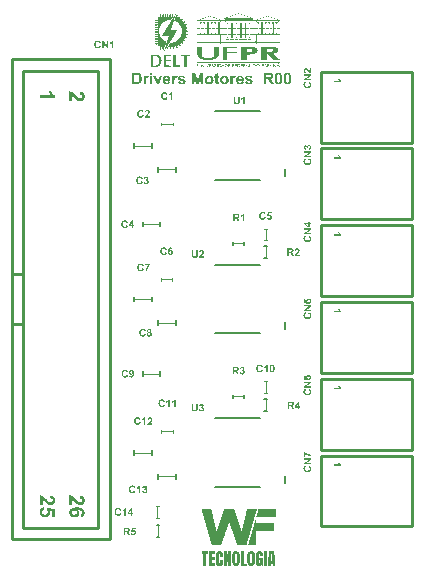
<source format=gbr>
G04*
G04 #@! TF.GenerationSoftware,Altium Limited,Altium Designer,22.4.2 (48)*
G04*
G04 Layer_Color=65535*
%FSLAX44Y44*%
%MOMM*%
G71*
G04*
G04 #@! TF.SameCoordinates,3F8D2DE9-6248-4815-85C5-7CB1FE07798D*
G04*
G04*
G04 #@! TF.FilePolarity,Positive*
G04*
G01*
G75*
%ADD10C,0.1524*%
%ADD11C,0.1000*%
%ADD12C,0.1270*%
%ADD13C,0.2540*%
G36*
X147847Y491875D02*
X147714D01*
Y492008D01*
X147847D01*
Y491875D01*
D02*
G37*
G36*
X200948D02*
X201346D01*
Y491742D01*
X201611D01*
Y491609D01*
X202010D01*
Y491477D01*
X202408D01*
Y491344D01*
X202806D01*
Y491211D01*
X203204D01*
Y491078D01*
X203603D01*
Y490946D01*
X203868D01*
Y490813D01*
X204266D01*
Y490680D01*
X204665D01*
Y490547D01*
X205063D01*
Y490415D01*
X205461D01*
Y490282D01*
X205860D01*
Y490149D01*
X206258D01*
Y490016D01*
X206523D01*
Y489884D01*
X206922D01*
Y489751D01*
X207187D01*
Y489618D01*
X207718D01*
Y489485D01*
X208116D01*
Y489353D01*
X208382D01*
Y489220D01*
X208780D01*
Y489087D01*
X209178D01*
Y488954D01*
X209444D01*
Y488822D01*
X209842D01*
Y488689D01*
X222454D01*
Y488822D01*
X222719D01*
Y488954D01*
X223117D01*
Y489087D01*
X223383D01*
Y489220D01*
X223781D01*
Y489353D01*
X224179D01*
Y489485D01*
X224445D01*
Y489618D01*
X224976D01*
Y489751D01*
X225241D01*
Y489618D01*
X225772D01*
Y489485D01*
X226171D01*
Y489353D01*
X226436D01*
Y489220D01*
X226834D01*
Y489087D01*
X227233D01*
Y488954D01*
X227498D01*
Y488822D01*
X227896D01*
Y488689D01*
X235596D01*
Y488423D01*
X229224D01*
Y488291D01*
X229489D01*
Y488158D01*
X229755D01*
Y488025D01*
X230153D01*
Y487892D01*
X230551D01*
Y487760D01*
X230950D01*
Y487627D01*
X231348D01*
Y487494D01*
X231746D01*
Y487361D01*
X232145D01*
Y487229D01*
X232410D01*
Y487096D01*
X232808D01*
Y486963D01*
X233207D01*
Y486830D01*
X233738D01*
Y486698D01*
X234003D01*
Y486565D01*
X234401D01*
Y486432D01*
X234800D01*
Y486299D01*
X235065D01*
Y486167D01*
X235463D01*
Y486034D01*
X235596D01*
Y485768D01*
X234534D01*
Y484441D01*
X235596D01*
Y484175D01*
X233738D01*
Y483777D01*
X231879D01*
Y483910D01*
X232012D01*
Y484043D01*
X231879D01*
Y484175D01*
X230684D01*
Y484043D01*
X230551D01*
Y483777D01*
X228826D01*
Y484175D01*
X227631D01*
Y484043D01*
X227498D01*
Y483910D01*
X227631D01*
Y483777D01*
X225772D01*
Y484175D01*
X224578D01*
Y484043D01*
X224445D01*
Y483777D01*
X222719D01*
Y484175D01*
X221524D01*
Y484043D01*
X221392D01*
Y483777D01*
X219533D01*
Y484175D01*
X218338D01*
Y483777D01*
X216612D01*
Y484043D01*
X216480D01*
Y484175D01*
X185017D01*
Y484043D01*
X184885D01*
Y483777D01*
X183159D01*
Y484043D01*
X183026D01*
Y484175D01*
X181964D01*
Y484043D01*
X181831D01*
Y483777D01*
X180105D01*
Y484043D01*
X179973D01*
Y484175D01*
X178778D01*
Y483777D01*
X176919D01*
Y484175D01*
X175725D01*
Y484043D01*
X175592D01*
Y483777D01*
X173866D01*
Y483910D01*
X173999D01*
Y484043D01*
X173866D01*
Y484175D01*
X172671D01*
Y483777D01*
X170813D01*
Y484175D01*
X169485D01*
Y483777D01*
X167759D01*
Y484175D01*
X165901D01*
Y484441D01*
X166963D01*
Y485768D01*
X165901D01*
Y486034D01*
X166034D01*
Y486167D01*
X166299D01*
Y486299D01*
X166698D01*
Y486432D01*
X167096D01*
Y486565D01*
X167494D01*
Y486698D01*
X167759D01*
Y486830D01*
X168291D01*
Y486963D01*
X168689D01*
Y487096D01*
X168954D01*
Y487229D01*
X169352D01*
Y487361D01*
X169751D01*
Y487494D01*
X170016D01*
Y487627D01*
X170415D01*
Y487760D01*
X170945D01*
Y487892D01*
X171344D01*
Y488025D01*
X171742D01*
Y488158D01*
X172008D01*
Y488291D01*
X172273D01*
Y488423D01*
X165901D01*
Y488689D01*
X173601D01*
Y488822D01*
X173999D01*
Y488954D01*
X174264D01*
Y489087D01*
X174663D01*
Y489220D01*
X175061D01*
Y489353D01*
X175326D01*
Y489485D01*
X175725D01*
Y489618D01*
X176256D01*
Y489751D01*
X176521D01*
Y489618D01*
X177052D01*
Y489485D01*
X177318D01*
Y489353D01*
X177716D01*
Y489220D01*
X177981D01*
Y489087D01*
X178380D01*
Y488954D01*
X178645D01*
Y488822D01*
X179044D01*
Y488689D01*
X191655D01*
Y488822D01*
X192053D01*
Y488954D01*
X192451D01*
Y489087D01*
X192717D01*
Y489220D01*
X193115D01*
Y489353D01*
X193514D01*
Y489485D01*
X193779D01*
Y489618D01*
X194310D01*
Y489751D01*
X194708D01*
Y489884D01*
X194974D01*
Y490016D01*
X195372D01*
Y490149D01*
X195637D01*
Y490282D01*
X196036D01*
Y490415D01*
X196434D01*
Y490547D01*
X196965D01*
Y490680D01*
X197363D01*
Y490813D01*
X197629D01*
Y490946D01*
X198027D01*
Y491078D01*
X198293D01*
Y491211D01*
X198691D01*
Y491344D01*
X199089D01*
Y491477D01*
X199487D01*
Y491609D01*
X199886D01*
Y491742D01*
X200284D01*
Y491875D01*
X200549D01*
Y492008D01*
X200948D01*
Y491875D01*
D02*
G37*
G36*
X145324Y489884D02*
X145191D01*
Y489751D01*
X145324D01*
Y489087D01*
X145191D01*
Y488954D01*
Y488822D01*
X145059D01*
Y488689D01*
X144926D01*
Y488423D01*
X144793D01*
Y488291D01*
X144661D01*
Y488025D01*
X144528D01*
Y487760D01*
X144395D01*
Y487627D01*
X144262D01*
Y487361D01*
X144129D01*
Y487096D01*
X143997D01*
Y486963D01*
X143864D01*
Y486698D01*
X143731D01*
Y486432D01*
X143598D01*
Y486299D01*
X142006D01*
Y486167D01*
X141209D01*
Y486034D01*
X140678D01*
Y485901D01*
X140014D01*
Y485768D01*
X139616D01*
Y485636D01*
X139350D01*
Y485503D01*
X139085D01*
Y485370D01*
X138819D01*
Y485237D01*
X138554D01*
Y485105D01*
X138288D01*
Y484972D01*
X138023D01*
Y484839D01*
X137757D01*
Y484706D01*
X137625D01*
Y484574D01*
X137492D01*
Y484441D01*
X137226D01*
Y484308D01*
X137094D01*
Y484175D01*
X136961D01*
Y484043D01*
X136695D01*
Y483910D01*
X136563D01*
Y483777D01*
X136430D01*
Y483644D01*
X136297D01*
Y483512D01*
X136164D01*
Y483379D01*
X136032D01*
Y483246D01*
X135899D01*
Y483113D01*
X135766D01*
Y482981D01*
X135633D01*
Y482715D01*
X135501D01*
Y482582D01*
X135368D01*
Y482450D01*
X135235D01*
Y482184D01*
X135102D01*
Y482051D01*
X134970D01*
Y481786D01*
X134837D01*
Y481653D01*
X134704D01*
Y481387D01*
X134571D01*
Y481122D01*
X134439D01*
Y480857D01*
X134306D01*
Y480591D01*
X134173D01*
Y480193D01*
X134040D01*
Y479927D01*
X133908D01*
Y479529D01*
X133775D01*
Y479131D01*
X133642D01*
Y478600D01*
X133509D01*
Y477405D01*
X133377D01*
Y475945D01*
X133509D01*
Y474750D01*
X133642D01*
Y474219D01*
X133775D01*
Y473821D01*
X133908D01*
Y473422D01*
X134040D01*
Y473157D01*
X134173D01*
Y472759D01*
X134306D01*
Y472493D01*
X134439D01*
Y472228D01*
X134571D01*
Y471962D01*
X134704D01*
Y471697D01*
X134837D01*
Y471564D01*
X134970D01*
Y471298D01*
X135102D01*
Y471166D01*
X135235D01*
Y471033D01*
X135368D01*
Y470767D01*
X135501D01*
Y470635D01*
X135633D01*
Y470502D01*
X135766D01*
Y470369D01*
X135899D01*
Y470104D01*
X136032D01*
Y469971D01*
X136164D01*
Y469838D01*
X136297D01*
Y469705D01*
X136430D01*
Y469572D01*
X136695D01*
Y469440D01*
X136828D01*
Y469307D01*
X136961D01*
Y469174D01*
X137094D01*
Y469041D01*
X137226D01*
Y468909D01*
X137492D01*
Y468776D01*
X137625D01*
Y468643D01*
X137890D01*
Y468511D01*
X138023D01*
Y468378D01*
X138288D01*
Y468245D01*
X138554D01*
Y468112D01*
X138819D01*
Y467980D01*
X139085D01*
Y467847D01*
X139483D01*
Y467581D01*
X139350D01*
Y467183D01*
X139218D01*
Y466785D01*
X139085D01*
Y466386D01*
X138952D01*
Y465855D01*
X138819D01*
Y465457D01*
X138687D01*
Y465059D01*
X138554D01*
Y464661D01*
X138421D01*
Y464262D01*
X138288D01*
Y463864D01*
X138156D01*
Y463599D01*
X138023D01*
Y463466D01*
X137226D01*
Y463333D01*
X137359D01*
Y462537D01*
X137226D01*
Y462404D01*
X137359D01*
Y461740D01*
X137226D01*
Y461209D01*
X136297D01*
Y461873D01*
X136164D01*
Y462271D01*
X136297D01*
Y462669D01*
X136164D01*
Y463200D01*
X136297D01*
Y463466D01*
X135235D01*
Y463333D01*
X135368D01*
Y462537D01*
X135235D01*
Y462271D01*
X135368D01*
Y461342D01*
X135235D01*
Y461209D01*
X134306D01*
Y462537D01*
X134173D01*
Y463200D01*
X134306D01*
Y463466D01*
X134040D01*
Y463599D01*
X133908D01*
Y463731D01*
X133775D01*
Y463864D01*
X133642D01*
Y463997D01*
X133509D01*
Y464130D01*
X133377D01*
Y464262D01*
X133244D01*
Y464395D01*
X133111D01*
Y464528D01*
X132978D01*
Y464661D01*
X132845D01*
Y464794D01*
X132713D01*
Y464926D01*
X132580D01*
Y465059D01*
X132447D01*
Y465192D01*
X132315D01*
Y465325D01*
X132182D01*
Y465457D01*
X132049D01*
Y465590D01*
X131784D01*
Y465457D01*
X131120D01*
Y465590D01*
X129792D01*
Y466652D01*
X130854D01*
Y466519D01*
X130987D01*
Y466652D01*
X131784D01*
Y466519D01*
X132049D01*
Y467581D01*
X131651D01*
Y467449D01*
X131120D01*
Y467581D01*
X129792D01*
Y468643D01*
X132049D01*
Y469705D01*
X131916D01*
Y469572D01*
X129792D01*
Y470635D01*
X131120D01*
Y470767D01*
X131651D01*
Y470635D01*
X132049D01*
Y471697D01*
X131916D01*
Y471564D01*
X129925D01*
Y471697D01*
X129792D01*
Y472626D01*
X132049D01*
Y473555D01*
X129792D01*
Y474617D01*
X131916D01*
Y474484D01*
X132049D01*
Y475679D01*
X131916D01*
Y475546D01*
X130987D01*
Y475679D01*
X130854D01*
Y475546D01*
X129792D01*
Y476608D01*
X131120D01*
Y476741D01*
X131784D01*
Y476608D01*
X132049D01*
Y477671D01*
X131784D01*
Y477538D01*
X130987D01*
Y477671D01*
X130854D01*
Y477538D01*
X129792D01*
Y478600D01*
X131120D01*
Y478732D01*
X131784D01*
Y478600D01*
X132049D01*
Y479662D01*
X131784D01*
Y479529D01*
X130987D01*
Y479662D01*
X130854D01*
Y479529D01*
X130323D01*
Y479662D01*
X129792D01*
Y480591D01*
X130323D01*
Y480724D01*
X130854D01*
Y480591D01*
X131120D01*
Y480724D01*
X131784D01*
Y480591D01*
X132049D01*
Y481653D01*
X131784D01*
Y481520D01*
X130987D01*
Y481653D01*
X130854D01*
Y481520D01*
X130323D01*
Y481653D01*
X129792D01*
Y482582D01*
X130323D01*
Y482715D01*
X130854D01*
Y482582D01*
X130987D01*
Y482715D01*
X131784D01*
Y482582D01*
X132049D01*
Y483644D01*
X131784D01*
Y483512D01*
X131120D01*
Y483644D01*
X130722D01*
Y483512D01*
X130456D01*
Y483644D01*
X129792D01*
Y484574D01*
X129925D01*
Y484706D01*
X130854D01*
Y484574D01*
X130987D01*
Y484706D01*
X131784D01*
Y484574D01*
X132049D01*
Y485636D01*
X131784D01*
Y485503D01*
X131120D01*
Y485636D01*
X129792D01*
Y486698D01*
X130854D01*
Y486565D01*
X130987D01*
Y486698D01*
X131784D01*
Y486565D01*
X132049D01*
Y487760D01*
X132182D01*
Y488025D01*
X132315D01*
Y488158D01*
X132447D01*
Y488423D01*
X132580D01*
Y488556D01*
X132845D01*
Y488689D01*
X133244D01*
Y488822D01*
X134173D01*
Y489751D01*
X134306D01*
Y489884D01*
X134173D01*
Y490415D01*
X134306D01*
Y491078D01*
X135235D01*
Y490415D01*
X135368D01*
Y490149D01*
X135235D01*
Y489751D01*
X135368D01*
Y489087D01*
X135235D01*
Y488822D01*
X136297D01*
Y488954D01*
X136164D01*
Y489751D01*
X136297D01*
Y490016D01*
X136164D01*
Y490415D01*
X136297D01*
Y491078D01*
X137226D01*
Y489751D01*
X137359D01*
Y488954D01*
X137226D01*
Y488822D01*
X137359D01*
Y488689D01*
X138156D01*
Y488822D01*
X138288D01*
Y488954D01*
X138156D01*
Y489751D01*
X138288D01*
Y490016D01*
X138156D01*
Y490547D01*
X138288D01*
Y491078D01*
X139218D01*
Y490415D01*
X139350D01*
Y489884D01*
X139218D01*
Y489751D01*
X139350D01*
Y488954D01*
X139218D01*
Y488822D01*
X140280D01*
Y488954D01*
X140147D01*
Y489751D01*
X140280D01*
Y489884D01*
X140147D01*
Y490415D01*
X140280D01*
Y491078D01*
X141209D01*
Y490547D01*
X141342D01*
Y489884D01*
X141209D01*
Y489751D01*
X141342D01*
Y488954D01*
X141209D01*
Y488822D01*
X142271D01*
Y488954D01*
X142138D01*
Y489751D01*
X142271D01*
Y490016D01*
X142138D01*
Y490282D01*
X142271D01*
Y491078D01*
X143200D01*
Y490946D01*
X143333D01*
Y489884D01*
X143200D01*
Y489751D01*
X143333D01*
Y488954D01*
X143200D01*
Y488689D01*
X144129D01*
Y488822D01*
X144262D01*
Y489087D01*
X144129D01*
Y489618D01*
X144262D01*
Y491078D01*
X145324D01*
Y489884D01*
D02*
G37*
G36*
X210904Y483910D02*
X211037D01*
Y483777D01*
X209178D01*
Y484043D01*
X210904D01*
Y483910D01*
D02*
G37*
G36*
X207320Y483777D02*
X205461D01*
Y484043D01*
X207320D01*
Y483777D01*
D02*
G37*
G36*
X192319Y483910D02*
X192451D01*
Y483777D01*
X190460D01*
Y483910D01*
X190593D01*
Y484043D01*
X192319D01*
Y483910D01*
D02*
G37*
G36*
X203470D02*
X203603D01*
Y483777D01*
X203470D01*
Y483644D01*
X201744D01*
Y483777D01*
X201611D01*
Y483910D01*
X201744D01*
Y484043D01*
X203470D01*
Y483910D01*
D02*
G37*
G36*
X199753Y483644D02*
X198027D01*
Y484043D01*
X199753D01*
Y483644D01*
D02*
G37*
G36*
X196036D02*
X194310D01*
Y483777D01*
Y484043D01*
X196036D01*
Y483644D01*
D02*
G37*
G36*
X210771Y483379D02*
X210639D01*
Y483246D01*
X209576D01*
Y483379D01*
X209444D01*
Y483512D01*
X210771D01*
Y483379D01*
D02*
G37*
G36*
X207054D02*
X206922D01*
Y483246D01*
X205860D01*
Y483379D01*
X205727D01*
Y483512D01*
X207054D01*
Y483379D01*
D02*
G37*
G36*
X203337D02*
X203204D01*
Y483246D01*
X202010D01*
Y483379D01*
X201877D01*
Y483512D01*
X203337D01*
Y483379D01*
D02*
G37*
G36*
X199487D02*
X199355D01*
Y483246D01*
X198293D01*
Y483379D01*
Y483512D01*
X199487D01*
Y483379D01*
D02*
G37*
G36*
X195770D02*
X195637D01*
Y483246D01*
X194576D01*
Y483512D01*
X195770D01*
Y483379D01*
D02*
G37*
G36*
X192186D02*
X192053D01*
Y483246D01*
X190858D01*
Y483379D01*
X190726D01*
Y483512D01*
X192186D01*
Y483379D01*
D02*
G37*
G36*
X233472Y479263D02*
X235463D01*
Y479131D01*
X235596D01*
Y478998D01*
X233605D01*
Y478865D01*
X233472D01*
Y474617D01*
X232145D01*
Y478998D01*
X230551D01*
Y478865D01*
X230419D01*
Y474617D01*
X229091D01*
Y478865D01*
X228958D01*
Y478998D01*
X227365D01*
Y474617D01*
X226038D01*
Y478865D01*
X225905D01*
Y478998D01*
X224312D01*
Y474617D01*
X222985D01*
Y478865D01*
X222852D01*
Y478998D01*
X221259D01*
Y478865D01*
X221126D01*
Y474617D01*
X219799D01*
Y478998D01*
X218206D01*
Y478865D01*
X218073D01*
Y474617D01*
X216745D01*
Y478998D01*
X210639D01*
Y474086D01*
X216612D01*
Y474484D01*
X218338D01*
Y474086D01*
X219533D01*
Y474484D01*
X221392D01*
Y474086D01*
X222719D01*
Y474484D01*
X224445D01*
Y474086D01*
X225772D01*
Y474484D01*
X227498D01*
Y474352D01*
X227631D01*
Y474086D01*
X228826D01*
Y474484D01*
X230551D01*
Y474219D01*
X230684D01*
Y474086D01*
X231879D01*
Y474352D01*
X232012D01*
Y474484D01*
X233738D01*
Y474086D01*
X235596D01*
Y473821D01*
X235463D01*
Y473688D01*
X216081D01*
Y471829D01*
X235596D01*
Y471564D01*
X216081D01*
Y469440D01*
X235596D01*
Y469174D01*
X216081D01*
Y467316D01*
X235463D01*
Y467183D01*
X235596D01*
Y466917D01*
X216081D01*
Y466121D01*
X235596D01*
Y465723D01*
X235463D01*
Y465590D01*
X165901D01*
Y466121D01*
X185283D01*
Y466917D01*
X165901D01*
Y467316D01*
X185283D01*
Y469174D01*
X165901D01*
Y469440D01*
X185283D01*
Y471564D01*
X165901D01*
Y471829D01*
X185283D01*
Y473688D01*
X165901D01*
Y474086D01*
X167759D01*
Y474484D01*
X169485D01*
Y474086D01*
X170813D01*
Y474484D01*
X172671D01*
Y474086D01*
X173866D01*
Y474352D01*
X173999D01*
Y474484D01*
X175592D01*
Y474086D01*
X176919D01*
Y474484D01*
X178778D01*
Y474086D01*
X180105D01*
Y474484D01*
X181831D01*
Y474086D01*
X183159D01*
Y474484D01*
X184885D01*
Y474086D01*
X190858D01*
Y478998D01*
X184752D01*
Y474617D01*
X183291D01*
Y478998D01*
X181698D01*
Y474617D01*
X180371D01*
Y478865D01*
X180238D01*
Y478998D01*
X178645D01*
Y478865D01*
X178512D01*
Y474617D01*
X177185D01*
Y478998D01*
X175459D01*
Y474617D01*
X174132D01*
Y478998D01*
X172406D01*
Y474617D01*
X171078D01*
Y478865D01*
X170945D01*
Y478998D01*
X169352D01*
Y478865D01*
X169220D01*
Y474617D01*
X167892D01*
Y478998D01*
X165901D01*
Y479263D01*
X167892D01*
Y483644D01*
X169220D01*
Y479263D01*
X171078D01*
Y483644D01*
X172406D01*
Y479263D01*
X174132D01*
Y483644D01*
X175459D01*
Y479263D01*
X177185D01*
Y483644D01*
X178512D01*
Y479263D01*
X180371D01*
Y481122D01*
Y481255D01*
Y483644D01*
X181698D01*
Y479263D01*
X183291D01*
Y483644D01*
X184752D01*
Y479263D01*
X190858D01*
Y482981D01*
X192053D01*
Y479263D01*
X194576D01*
Y482981D01*
X195770D01*
Y479263D01*
X198293D01*
Y482981D01*
X199487D01*
Y479263D01*
X202010D01*
Y482981D01*
X203204D01*
Y479263D01*
X205727D01*
Y482981D01*
X206922D01*
Y479263D01*
X209444D01*
Y482981D01*
X210639D01*
Y479263D01*
X216745D01*
Y483644D01*
X218073D01*
Y479263D01*
X219799D01*
Y483644D01*
X221126D01*
Y479263D01*
X222985D01*
Y483644D01*
X224312D01*
Y479263D01*
X226038D01*
Y483644D01*
X227365D01*
Y479263D01*
X229091D01*
Y483644D01*
X230419D01*
Y479263D01*
X232145D01*
Y483644D01*
X233472D01*
Y479263D01*
D02*
G37*
G36*
X148776Y490415D02*
X149041D01*
Y489485D01*
X148909D01*
Y488954D01*
X149041D01*
Y488689D01*
X149174D01*
Y488556D01*
X149307D01*
Y488423D01*
X150103D01*
Y488556D01*
X150369D01*
Y488689D01*
X150502D01*
Y488822D01*
X150634D01*
Y488954D01*
X150767D01*
Y489087D01*
X150900D01*
Y489220D01*
X151298D01*
Y489087D01*
X151431D01*
Y488954D01*
X151564D01*
Y488556D01*
X151431D01*
Y488158D01*
X151298D01*
Y487760D01*
X151165D01*
Y487494D01*
X151298D01*
Y487229D01*
X151431D01*
Y486963D01*
X151696D01*
Y486830D01*
X152360D01*
Y486963D01*
X152626D01*
Y487096D01*
X152758D01*
Y487229D01*
X153024D01*
Y487361D01*
X153157D01*
Y487494D01*
X153422D01*
Y487361D01*
X153555D01*
Y487229D01*
X153688D01*
Y487096D01*
X153820D01*
Y486830D01*
X153688D01*
Y486565D01*
X153555D01*
Y486299D01*
X153422D01*
Y486167D01*
X153289D01*
Y485901D01*
X153157D01*
Y485370D01*
X153289D01*
Y485237D01*
X153422D01*
Y484972D01*
X153820D01*
Y484839D01*
X154219D01*
Y484972D01*
X154617D01*
Y485105D01*
X155015D01*
Y485237D01*
X155281D01*
Y485105D01*
X155414D01*
Y484972D01*
X155546D01*
Y484706D01*
X155679D01*
Y484574D01*
X155546D01*
Y484441D01*
X155414D01*
Y484308D01*
X155281D01*
Y484175D01*
X155148D01*
Y484043D01*
X155015D01*
Y483910D01*
X154882D01*
Y483644D01*
X154750D01*
Y482981D01*
X154882D01*
Y482848D01*
X155015D01*
Y482715D01*
X155148D01*
Y482582D01*
X156210D01*
Y482715D01*
X156608D01*
Y482582D01*
X156741D01*
Y482450D01*
X156874D01*
Y481918D01*
X156741D01*
Y481786D01*
X156475D01*
Y481653D01*
X156343D01*
Y481520D01*
X156210D01*
Y481387D01*
X156077D01*
Y481255D01*
X155944D01*
Y481122D01*
X155812D01*
Y480458D01*
X155944D01*
Y480326D01*
X156077D01*
Y480193D01*
X156210D01*
Y480060D01*
X156874D01*
Y479927D01*
X157537D01*
Y479795D01*
X157670D01*
Y479131D01*
X157405D01*
Y478998D01*
X157139D01*
Y478865D01*
X156874D01*
Y478732D01*
X156608D01*
Y478600D01*
X156475D01*
Y478334D01*
X156343D01*
Y477803D01*
X156475D01*
Y477538D01*
X156608D01*
Y477405D01*
X156874D01*
Y477272D01*
X157272D01*
Y477140D01*
X157803D01*
Y477007D01*
X157936D01*
Y476343D01*
X157803D01*
Y476210D01*
X157272D01*
Y476077D01*
X156874D01*
Y475945D01*
X156608D01*
Y475812D01*
X156475D01*
Y475546D01*
X156343D01*
Y475015D01*
X156475D01*
Y474750D01*
X156608D01*
Y474617D01*
X156741D01*
Y474484D01*
X157139D01*
Y474352D01*
X157405D01*
Y474219D01*
X157537D01*
Y474086D01*
X157670D01*
Y473555D01*
X157537D01*
Y473422D01*
X156475D01*
Y473290D01*
X156210D01*
Y473157D01*
X155944D01*
Y472891D01*
X155812D01*
Y472095D01*
X155944D01*
Y471962D01*
X156077D01*
Y471829D01*
X156343D01*
Y471697D01*
X156475D01*
Y471564D01*
X156608D01*
Y471431D01*
X156874D01*
Y470900D01*
X156741D01*
Y470635D01*
X156343D01*
Y470767D01*
X155148D01*
Y470635D01*
X155015D01*
Y470502D01*
X154882D01*
Y470369D01*
X154750D01*
Y469572D01*
X154882D01*
Y469440D01*
X155015D01*
Y469307D01*
X155148D01*
Y469174D01*
X155281D01*
Y468909D01*
X155414D01*
Y468776D01*
X155546D01*
Y468378D01*
X155414D01*
Y468245D01*
X155281D01*
Y468112D01*
X154882D01*
Y468245D01*
X154484D01*
Y468378D01*
X154219D01*
Y468511D01*
X153820D01*
Y468378D01*
X153555D01*
Y468245D01*
X153422D01*
Y468112D01*
X153289D01*
Y467980D01*
X153157D01*
Y467316D01*
X153289D01*
Y467183D01*
X153422D01*
Y466917D01*
X153555D01*
Y466785D01*
X153688D01*
Y466519D01*
X153820D01*
Y466254D01*
X153688D01*
Y466121D01*
X153555D01*
Y465988D01*
X153024D01*
Y466121D01*
X152758D01*
Y466254D01*
X152493D01*
Y466386D01*
X152227D01*
Y466519D01*
X151696D01*
Y466386D01*
X151564D01*
Y466254D01*
X151431D01*
Y466121D01*
X151298D01*
Y465988D01*
X151165D01*
Y465457D01*
X151298D01*
Y465059D01*
X151431D01*
Y464794D01*
X151564D01*
Y464395D01*
X151431D01*
Y464262D01*
X151298D01*
Y464130D01*
X150767D01*
Y464262D01*
X150634D01*
Y464395D01*
X150502D01*
Y464528D01*
X150369D01*
Y464661D01*
X150236D01*
Y464794D01*
X150103D01*
Y464926D01*
X149307D01*
Y464794D01*
X149174D01*
Y464661D01*
X149041D01*
Y464528D01*
X148909D01*
Y463599D01*
X149041D01*
Y462935D01*
X148776D01*
Y462802D01*
X148245D01*
Y462935D01*
X148112D01*
Y463200D01*
X147979D01*
Y463333D01*
X147847D01*
Y463466D01*
X147714D01*
Y463731D01*
X147448D01*
Y463864D01*
X146652D01*
Y463731D01*
X146519D01*
Y463599D01*
X146386D01*
Y462537D01*
X146254D01*
Y462138D01*
X146121D01*
Y462006D01*
X145457D01*
Y462404D01*
X145324D01*
Y462669D01*
X145191D01*
Y462935D01*
X145059D01*
Y463068D01*
X144926D01*
Y463200D01*
X144793D01*
Y463333D01*
X144129D01*
Y463200D01*
X143864D01*
Y463068D01*
X143731D01*
Y462802D01*
X143598D01*
Y462271D01*
X143466D01*
Y461873D01*
X143333D01*
Y461740D01*
X142669D01*
Y462006D01*
X142536D01*
Y462537D01*
X142404D01*
Y462935D01*
X142271D01*
Y463068D01*
X142138D01*
Y463200D01*
X142006D01*
Y463333D01*
X141342D01*
Y463200D01*
X141076D01*
Y463068D01*
X140943D01*
Y462802D01*
X140811D01*
Y462537D01*
X140678D01*
Y462271D01*
X140545D01*
Y462138D01*
X140412D01*
Y462006D01*
X139881D01*
Y462404D01*
X140014D01*
Y462669D01*
X140147D01*
Y462802D01*
X140280D01*
Y463068D01*
X140412D01*
Y463200D01*
X140545D01*
Y463466D01*
X140678D01*
Y463599D01*
X140811D01*
Y463864D01*
X140943D01*
Y464130D01*
X141076D01*
Y464262D01*
X141209D01*
Y464528D01*
X141342D01*
Y464661D01*
X141475D01*
Y464926D01*
X141607D01*
Y465192D01*
X141740D01*
Y465325D01*
X141873D01*
Y465590D01*
X142006D01*
Y465723D01*
X142138D01*
Y465988D01*
X142271D01*
Y466254D01*
X142404D01*
Y466386D01*
X142536D01*
Y466652D01*
X142669D01*
Y466785D01*
X142802D01*
Y467050D01*
X144262D01*
Y467183D01*
X144926D01*
Y467316D01*
X145457D01*
Y467449D01*
X145855D01*
Y467581D01*
X146254D01*
Y467714D01*
X146652D01*
Y467847D01*
X146917D01*
Y467980D01*
X147316D01*
Y468112D01*
X147448D01*
Y468245D01*
X147714D01*
Y468378D01*
X147979D01*
Y468511D01*
X148245D01*
Y468643D01*
X148378D01*
Y468776D01*
X148643D01*
Y468909D01*
X148776D01*
Y469041D01*
X148909D01*
Y469174D01*
X149174D01*
Y469307D01*
X149307D01*
Y469440D01*
X149440D01*
Y469572D01*
X149572D01*
Y469705D01*
X149705D01*
Y469838D01*
X149838D01*
Y469971D01*
X149971D01*
Y470104D01*
X150103D01*
Y470236D01*
X150236D01*
Y470369D01*
X150369D01*
Y470502D01*
X150502D01*
Y470767D01*
X150634D01*
Y470900D01*
X150767D01*
Y471033D01*
X150900D01*
Y471298D01*
X151033D01*
Y471431D01*
X151165D01*
Y471697D01*
X151298D01*
Y471962D01*
X151431D01*
Y472095D01*
X151564D01*
Y472360D01*
X151696D01*
Y472626D01*
X151829D01*
Y472891D01*
X151962D01*
Y473290D01*
X152095D01*
Y473821D01*
X152227D01*
Y474219D01*
X152360D01*
Y474750D01*
X152493D01*
Y475546D01*
X152626D01*
Y477936D01*
X152493D01*
Y478600D01*
X152360D01*
Y479131D01*
X152227D01*
Y479529D01*
X152095D01*
Y480060D01*
X151962D01*
Y480458D01*
X151829D01*
Y480724D01*
X151696D01*
Y480989D01*
X151564D01*
Y481255D01*
X151431D01*
Y481387D01*
X151298D01*
Y481653D01*
X151165D01*
Y481918D01*
X151033D01*
Y482051D01*
X150900D01*
Y482317D01*
X150767D01*
Y482450D01*
X150634D01*
Y482582D01*
X150502D01*
Y482848D01*
X150369D01*
Y482981D01*
X150236D01*
Y483113D01*
X150103D01*
Y483246D01*
X149971D01*
Y483379D01*
X149838D01*
Y483512D01*
X149705D01*
Y483644D01*
X149572D01*
Y483777D01*
X149440D01*
Y483910D01*
X149307D01*
Y484043D01*
X149174D01*
Y484175D01*
X148909D01*
Y484308D01*
X148776D01*
Y484441D01*
X148643D01*
Y484574D01*
X148378D01*
Y484706D01*
X148245D01*
Y484839D01*
X147979D01*
Y484972D01*
X147714D01*
Y485105D01*
X147448D01*
Y485237D01*
X147316D01*
Y485370D01*
X147050D01*
Y485503D01*
X146652D01*
Y485636D01*
X146386D01*
Y486034D01*
X146519D01*
Y486432D01*
X146652D01*
Y486830D01*
X146785D01*
Y487229D01*
X146917D01*
Y487627D01*
X147050D01*
Y488025D01*
X147183D01*
Y488423D01*
X147316D01*
Y488954D01*
X147448D01*
Y489353D01*
X147581D01*
Y489618D01*
X147714D01*
Y489751D01*
X147847D01*
Y489884D01*
X147979D01*
Y490149D01*
X148112D01*
Y490282D01*
X148245D01*
Y490415D01*
X148378D01*
Y490547D01*
X148776D01*
Y490415D01*
D02*
G37*
G36*
X147714Y491477D02*
X147581D01*
Y491078D01*
X147448D01*
Y490547D01*
X147316D01*
Y490149D01*
X147183D01*
Y489751D01*
X147050D01*
Y489353D01*
X146917D01*
Y488954D01*
X146785D01*
Y488556D01*
X146652D01*
Y488158D01*
X146519D01*
Y487760D01*
X146386D01*
Y487229D01*
X146254D01*
Y486830D01*
X146121D01*
Y486432D01*
X145988D01*
Y486034D01*
X145855D01*
Y485636D01*
X145723D01*
Y485370D01*
X145590D01*
Y484839D01*
X145457D01*
Y484308D01*
X145324D01*
Y483910D01*
X145191D01*
Y483512D01*
X145059D01*
Y483113D01*
X144926D01*
Y482848D01*
X144793D01*
Y482450D01*
X144661D01*
Y481918D01*
X144528D01*
Y481387D01*
X144395D01*
Y480989D01*
X144262D01*
Y480724D01*
X144129D01*
Y480193D01*
X143997D01*
Y479927D01*
X143864D01*
Y479529D01*
X143731D01*
Y478865D01*
X143598D01*
Y478467D01*
X143466D01*
Y478201D01*
X143333D01*
Y477803D01*
X148909D01*
Y477671D01*
X148776D01*
Y477405D01*
X148643D01*
Y477140D01*
X148510D01*
Y477007D01*
X148378D01*
Y476741D01*
X148245D01*
Y476608D01*
X148112D01*
Y476343D01*
X147979D01*
Y476210D01*
X147847D01*
Y475945D01*
X147714D01*
Y475679D01*
X147581D01*
Y475546D01*
X147448D01*
Y475281D01*
X147316D01*
Y475015D01*
X147183D01*
Y474883D01*
X147050D01*
Y474617D01*
X146917D01*
Y474484D01*
X146785D01*
Y474219D01*
X146652D01*
Y474086D01*
X146519D01*
Y473821D01*
X146386D01*
Y473555D01*
X146254D01*
Y473422D01*
X146121D01*
Y473157D01*
X145988D01*
Y472891D01*
X145855D01*
Y472759D01*
X145723D01*
Y472493D01*
X145590D01*
Y472228D01*
X145457D01*
Y472095D01*
X145324D01*
Y471829D01*
X145191D01*
Y471697D01*
X145059D01*
Y471431D01*
X144926D01*
Y471298D01*
X144793D01*
Y471033D01*
X144661D01*
Y470900D01*
X144528D01*
Y470635D01*
X144395D01*
Y470369D01*
X144262D01*
Y470236D01*
X144129D01*
Y469971D01*
X143997D01*
Y469705D01*
X143864D01*
Y469572D01*
X143731D01*
Y469307D01*
X143598D01*
Y469174D01*
X143466D01*
Y468909D01*
X143333D01*
Y468643D01*
X143200D01*
Y468511D01*
X143068D01*
Y468245D01*
X142935D01*
Y468112D01*
X142802D01*
Y467847D01*
X142669D01*
Y467581D01*
X142536D01*
Y467449D01*
X142404D01*
Y467183D01*
X142271D01*
Y466917D01*
X142138D01*
Y466785D01*
X142006D01*
Y466652D01*
X141873D01*
Y466386D01*
X141740D01*
Y466121D01*
X141607D01*
Y465988D01*
X141475D01*
Y465723D01*
X141342D01*
Y465457D01*
X141209D01*
Y465325D01*
X141076D01*
Y465059D01*
X140943D01*
Y464794D01*
X140811D01*
Y464661D01*
X140678D01*
Y464395D01*
X140545D01*
Y464262D01*
X140412D01*
Y463997D01*
X140280D01*
Y463864D01*
X140147D01*
Y463599D01*
X140014D01*
Y463333D01*
X139881D01*
Y463200D01*
X139749D01*
Y462935D01*
X139616D01*
Y462669D01*
X139483D01*
Y462537D01*
X139350D01*
Y462271D01*
X139218D01*
Y462138D01*
X139085D01*
Y461873D01*
X138952D01*
Y461607D01*
X138819D01*
Y461475D01*
X138687D01*
Y461209D01*
X138554D01*
Y461076D01*
X138421D01*
Y460811D01*
X138288D01*
Y460678D01*
X138156D01*
Y460413D01*
X138023D01*
Y460147D01*
X137890D01*
Y459882D01*
X137757D01*
Y459749D01*
X137625D01*
Y459483D01*
X137359D01*
Y459616D01*
X137492D01*
Y460014D01*
X137625D01*
Y460413D01*
X137757D01*
Y460811D01*
X137890D01*
Y461209D01*
X138023D01*
Y461740D01*
X138156D01*
Y462138D01*
X138288D01*
Y462537D01*
X138421D01*
Y462935D01*
X138554D01*
Y463333D01*
X138687D01*
Y463731D01*
X138819D01*
Y464130D01*
X138952D01*
Y464528D01*
X139085D01*
Y465059D01*
X139218D01*
Y465457D01*
X139350D01*
Y465855D01*
X139483D01*
Y466254D01*
X139616D01*
Y466652D01*
X139749D01*
Y467050D01*
X139881D01*
Y467449D01*
X140014D01*
Y467980D01*
X140147D01*
Y468378D01*
X140280D01*
Y468776D01*
X140412D01*
Y469174D01*
X140545D01*
Y469572D01*
X140678D01*
Y469971D01*
X140811D01*
Y470369D01*
X140943D01*
Y470900D01*
X141076D01*
Y471298D01*
X141209D01*
Y471697D01*
X141342D01*
Y472095D01*
X141475D01*
Y472493D01*
X141607D01*
Y472891D01*
X141740D01*
Y473024D01*
X141607D01*
Y473157D01*
X136032D01*
Y473290D01*
X136164D01*
Y473555D01*
X136297D01*
Y473821D01*
X136430D01*
Y474086D01*
X136563D01*
Y474219D01*
X136695D01*
Y474484D01*
X136828D01*
Y474617D01*
X136961D01*
Y474883D01*
X137094D01*
Y475015D01*
X137226D01*
Y475281D01*
X137359D01*
Y475546D01*
X137492D01*
Y475679D01*
X137625D01*
Y475945D01*
X137757D01*
Y476077D01*
X137890D01*
Y476343D01*
X138023D01*
Y476608D01*
X138156D01*
Y476874D01*
X138288D01*
Y477007D01*
X138421D01*
Y477272D01*
X138554D01*
Y477405D01*
X138687D01*
Y477671D01*
X138819D01*
Y477803D01*
X138952D01*
Y478069D01*
X139085D01*
Y478334D01*
X139218D01*
Y478467D01*
X139350D01*
Y478732D01*
X139483D01*
Y478865D01*
X139616D01*
Y479131D01*
X139749D01*
Y479396D01*
X139881D01*
Y479529D01*
X140014D01*
Y479795D01*
X140147D01*
Y479927D01*
X140280D01*
Y480193D01*
X140412D01*
Y480326D01*
X140545D01*
Y480591D01*
X140678D01*
Y480724D01*
X140811D01*
Y480989D01*
X140943D01*
Y481255D01*
X141076D01*
Y481520D01*
X141209D01*
Y481653D01*
X141342D01*
Y481918D01*
X141475D01*
Y482051D01*
X141607D01*
Y482317D01*
X141740D01*
Y482582D01*
X141873D01*
Y482715D01*
X142006D01*
Y482981D01*
X142138D01*
Y483113D01*
X142271D01*
Y483379D01*
X142404D01*
Y483512D01*
X142536D01*
Y483777D01*
X142669D01*
Y484043D01*
X142802D01*
Y484308D01*
X142935D01*
Y484441D01*
X143068D01*
Y484706D01*
X143200D01*
Y484839D01*
X143333D01*
Y485105D01*
X143466D01*
Y485237D01*
X143598D01*
Y485503D01*
X143731D01*
Y485768D01*
X143864D01*
Y485901D01*
X143997D01*
Y486167D01*
X144129D01*
Y486299D01*
X144262D01*
Y486565D01*
X144395D01*
Y486830D01*
X144528D01*
Y486963D01*
X144661D01*
Y487229D01*
X144793D01*
Y487494D01*
X144926D01*
Y487627D01*
X145059D01*
Y487892D01*
X145191D01*
Y488025D01*
X145324D01*
Y488291D01*
X145457D01*
Y488423D01*
X145590D01*
Y488689D01*
X145723D01*
Y488954D01*
X145855D01*
Y489087D01*
X145988D01*
Y489353D01*
X146121D01*
Y489485D01*
X146254D01*
Y489751D01*
X146386D01*
Y490016D01*
X146519D01*
Y490282D01*
X146652D01*
Y490415D01*
X146785D01*
Y490547D01*
X146917D01*
Y490813D01*
X147050D01*
Y491078D01*
X147183D01*
Y491211D01*
X147316D01*
Y491477D01*
X147448D01*
Y491742D01*
X147581D01*
Y491875D01*
X147714D01*
Y491477D01*
D02*
G37*
G36*
X183690Y456165D02*
X183557D01*
Y455766D01*
X183424D01*
Y455368D01*
X183291D01*
Y455103D01*
X183159D01*
Y454970D01*
X183026D01*
Y454704D01*
X182893D01*
Y454571D01*
X182761D01*
Y454439D01*
X182628D01*
Y454306D01*
X182495D01*
Y454173D01*
X182362D01*
Y454040D01*
X182097D01*
Y453908D01*
X181964D01*
Y453775D01*
X181831D01*
Y453642D01*
X181566D01*
Y453509D01*
X181168D01*
Y453377D01*
X180902D01*
Y453244D01*
X180504D01*
Y453111D01*
X180105D01*
Y452979D01*
X179707D01*
Y452846D01*
X179176D01*
Y452713D01*
X178380D01*
Y452580D01*
X176388D01*
Y452448D01*
X173202D01*
Y452580D01*
X171211D01*
Y452713D01*
X170415D01*
Y452846D01*
X169883D01*
Y452979D01*
X169485D01*
Y453111D01*
X169087D01*
Y453244D01*
X168689D01*
Y453377D01*
X168423D01*
Y453509D01*
X168158D01*
Y453642D01*
X167759D01*
Y453775D01*
X167627D01*
Y453908D01*
X167494D01*
Y454040D01*
X167229D01*
Y454173D01*
X167096D01*
Y454306D01*
X166963D01*
Y454439D01*
X166830D01*
Y454571D01*
X166698D01*
Y454704D01*
X166565D01*
Y454970D01*
X166432D01*
Y455235D01*
X166299D01*
Y455501D01*
X166166D01*
Y455899D01*
X166034D01*
Y456696D01*
X165901D01*
Y463731D01*
X169352D01*
Y456696D01*
X169485D01*
Y456165D01*
X169618D01*
Y455899D01*
X169751D01*
Y455634D01*
X169883D01*
Y455501D01*
X170016D01*
Y455368D01*
X170149D01*
Y455235D01*
X170282D01*
Y455103D01*
X170415D01*
Y454970D01*
X170680D01*
Y454837D01*
X170813D01*
Y454704D01*
X171078D01*
Y454571D01*
X171344D01*
Y454439D01*
X171742D01*
Y454306D01*
X172539D01*
Y454173D01*
X173733D01*
Y454040D01*
X175857D01*
Y454173D01*
X177052D01*
Y454306D01*
X177849D01*
Y454439D01*
X178247D01*
Y454571D01*
X178512D01*
Y454704D01*
X178778D01*
Y454837D01*
X178911D01*
Y454970D01*
X179176D01*
Y455103D01*
X179309D01*
Y455235D01*
X179442D01*
Y455368D01*
X179575D01*
Y455501D01*
X179707D01*
Y455634D01*
X179840D01*
Y455899D01*
X179973D01*
Y456165D01*
X180105D01*
Y456563D01*
X180238D01*
Y463731D01*
X183690D01*
Y456165D01*
D02*
G37*
G36*
X229224Y463599D02*
X230684D01*
Y463466D01*
X231215D01*
Y463333D01*
X231746D01*
Y463200D01*
X232145D01*
Y463068D01*
X232410D01*
Y462935D01*
X232675D01*
Y462802D01*
X232941D01*
Y462669D01*
X233207D01*
Y462537D01*
X233472D01*
Y462404D01*
X233605D01*
Y462271D01*
X233738D01*
Y462138D01*
X233870D01*
Y462006D01*
X234003D01*
Y461740D01*
X234136D01*
Y461475D01*
X234268D01*
Y460944D01*
X234401D01*
Y460413D01*
X234268D01*
Y459882D01*
X234136D01*
Y459616D01*
X234003D01*
Y459483D01*
X233870D01*
Y459351D01*
X233738D01*
Y459218D01*
X233605D01*
Y459085D01*
X233472D01*
Y458952D01*
X233339D01*
Y458820D01*
X233074D01*
Y458687D01*
X232808D01*
Y458554D01*
X232543D01*
Y458421D01*
X232277D01*
Y458289D01*
X231879D01*
Y458156D01*
X231348D01*
Y458023D01*
X230817D01*
Y457890D01*
X230020D01*
Y457758D01*
X229622D01*
Y457625D01*
X229755D01*
Y457492D01*
X229888D01*
Y457359D01*
X230153D01*
Y457227D01*
X230286D01*
Y457094D01*
X230419D01*
Y456961D01*
X230551D01*
Y456828D01*
X230684D01*
Y456696D01*
X230950D01*
Y456563D01*
X231082D01*
Y456430D01*
X231215D01*
Y456297D01*
X231348D01*
Y456165D01*
X231481D01*
Y456032D01*
X231746D01*
Y455899D01*
X231879D01*
Y455766D01*
X232012D01*
Y455634D01*
X232145D01*
Y455501D01*
X232277D01*
Y455368D01*
X232543D01*
Y455235D01*
X232675D01*
Y455103D01*
X232808D01*
Y454970D01*
X232941D01*
Y454837D01*
X233074D01*
Y454704D01*
X233207D01*
Y454571D01*
X233339D01*
Y454439D01*
X233605D01*
Y454306D01*
X233738D01*
Y454173D01*
X233870D01*
Y454040D01*
X234003D01*
Y453908D01*
X234136D01*
Y453775D01*
X234268D01*
Y453642D01*
X234534D01*
Y453509D01*
X234667D01*
Y453377D01*
X234800D01*
Y453244D01*
X234932D01*
Y453111D01*
X235065D01*
Y452979D01*
X235331D01*
Y452713D01*
X230153D01*
Y452846D01*
X230020D01*
Y452979D01*
X229888D01*
Y453111D01*
X229755D01*
Y453244D01*
X229622D01*
Y453377D01*
X229489D01*
Y453509D01*
X229224D01*
Y453642D01*
X229091D01*
Y453775D01*
X228958D01*
Y453908D01*
X228826D01*
Y454040D01*
X228693D01*
Y454173D01*
X228560D01*
Y454306D01*
X228427D01*
Y454439D01*
X228295D01*
Y454571D01*
X228162D01*
Y454704D01*
X228029D01*
Y454837D01*
X227764D01*
Y454970D01*
X227631D01*
Y455235D01*
X227365D01*
Y455368D01*
X227233D01*
Y455501D01*
X227100D01*
Y455634D01*
X226967D01*
Y455766D01*
X226834D01*
Y455899D01*
X226702D01*
Y456032D01*
X226569D01*
Y456165D01*
X226436D01*
Y456297D01*
X226303D01*
Y456430D01*
X226171D01*
Y456563D01*
X226038D01*
Y456696D01*
X225772D01*
Y456828D01*
X225640D01*
Y456961D01*
X225507D01*
Y457094D01*
X225374D01*
Y457227D01*
X225241D01*
Y457359D01*
X225109D01*
Y457492D01*
X224976D01*
Y457625D01*
X224843D01*
Y457758D01*
X224710D01*
Y457890D01*
X224578D01*
Y452713D01*
X219931D01*
Y463731D01*
X229224D01*
Y463599D01*
D02*
G37*
G36*
X211302D02*
X212763D01*
Y463466D01*
X213426D01*
Y463333D01*
X213825D01*
Y463200D01*
X214356D01*
Y463068D01*
X214621D01*
Y462935D01*
X214887D01*
Y462802D01*
X215152D01*
Y462669D01*
X215418D01*
Y462537D01*
X215683D01*
Y462404D01*
X215816D01*
Y462271D01*
X215949D01*
Y462138D01*
X216081D01*
Y462006D01*
X216214D01*
Y461873D01*
X216347D01*
Y461607D01*
X216480D01*
Y461209D01*
X216612D01*
Y460678D01*
X216745D01*
Y460147D01*
X216612D01*
Y459616D01*
X216480D01*
Y459351D01*
X216347D01*
Y459085D01*
X216214D01*
Y458952D01*
X216081D01*
Y458820D01*
X215949D01*
Y458687D01*
X215816D01*
Y458554D01*
X215683D01*
Y458421D01*
X215550D01*
Y458289D01*
X215285D01*
Y458156D01*
X215019D01*
Y458023D01*
X214754D01*
Y457890D01*
X214488D01*
Y457758D01*
X214223D01*
Y457625D01*
X213825D01*
Y457492D01*
X213426D01*
Y457359D01*
X212895D01*
Y457227D01*
X211701D01*
Y457094D01*
X210373D01*
Y456961D01*
X207718D01*
Y452713D01*
X203072D01*
Y463731D01*
X211302D01*
Y463599D01*
D02*
G37*
G36*
X199355Y462271D02*
X190858D01*
Y459483D01*
X199355D01*
Y458023D01*
X190858D01*
Y452846D01*
X190726D01*
Y452713D01*
X187274D01*
Y459351D01*
Y459483D01*
Y463731D01*
X199355D01*
Y462271D01*
D02*
G37*
G36*
X235596Y450191D02*
X165901D01*
Y450722D01*
X235596D01*
Y450191D01*
D02*
G37*
G36*
X234534Y449394D02*
X234401D01*
Y449261D01*
X234268D01*
Y449129D01*
X234003D01*
Y449261D01*
X234136D01*
Y449394D01*
X234268D01*
Y449527D01*
X234534D01*
Y449394D01*
D02*
G37*
G36*
X234003Y448996D02*
X233870D01*
Y449129D01*
X234003D01*
Y448996D01*
D02*
G37*
G36*
X181300Y448730D02*
X181698D01*
Y448465D01*
X181300D01*
Y448598D01*
X180769D01*
Y448465D01*
X180637D01*
Y448332D01*
X180504D01*
Y448199D01*
X180637D01*
Y448067D01*
X180769D01*
Y447934D01*
X181035D01*
Y447801D01*
X181433D01*
Y447668D01*
X181698D01*
Y447536D01*
X181831D01*
Y446872D01*
X181698D01*
Y446739D01*
X181566D01*
Y446606D01*
X181168D01*
Y446474D01*
X180637D01*
Y446606D01*
X180238D01*
Y446739D01*
X180105D01*
Y447005D01*
X180238D01*
Y447137D01*
X180371D01*
Y447005D01*
X180504D01*
Y446872D01*
X181300D01*
Y447005D01*
X181433D01*
Y447270D01*
X181300D01*
Y447403D01*
X181168D01*
Y447536D01*
X180902D01*
Y447668D01*
X180637D01*
Y447801D01*
X180371D01*
Y447934D01*
X180238D01*
Y448067D01*
X180105D01*
Y448465D01*
X180238D01*
Y448730D01*
X180637D01*
Y448863D01*
X181300D01*
Y448730D01*
D02*
G37*
G36*
X175459Y448598D02*
X175326D01*
Y448465D01*
X175194D01*
Y448199D01*
X175061D01*
Y448067D01*
Y447934D01*
X174928D01*
Y447668D01*
X174795D01*
Y447536D01*
X174663D01*
Y447270D01*
X174530D01*
Y447005D01*
X174397D01*
Y446739D01*
X174264D01*
Y446474D01*
X174132D01*
Y446739D01*
X173999D01*
Y447005D01*
X173866D01*
Y447270D01*
X173733D01*
Y447536D01*
X173601D01*
Y447801D01*
X173468D01*
Y447934D01*
X173335D01*
Y448199D01*
X173202D01*
Y448465D01*
X173070D01*
Y448730D01*
X173468D01*
Y448598D01*
X173601D01*
Y448332D01*
X173733D01*
Y448067D01*
X173866D01*
Y447801D01*
X173999D01*
Y447536D01*
X174132D01*
Y447270D01*
X174264D01*
Y447536D01*
X174397D01*
Y447801D01*
X174530D01*
Y447934D01*
X174663D01*
Y448199D01*
X174795D01*
Y448465D01*
X174928D01*
Y448730D01*
X175459D01*
Y448598D01*
D02*
G37*
G36*
X168291Y447270D02*
X168158D01*
Y446872D01*
X168025D01*
Y446739D01*
X167892D01*
Y446606D01*
X167494D01*
Y446474D01*
X166698D01*
Y446606D01*
X166299D01*
Y446739D01*
X166166D01*
Y446872D01*
X166034D01*
Y447137D01*
X165901D01*
Y447403D01*
Y447536D01*
Y448730D01*
X166299D01*
Y447270D01*
X166432D01*
Y447005D01*
X166565D01*
Y446872D01*
X167627D01*
Y447005D01*
X167759D01*
Y447270D01*
X167892D01*
Y448730D01*
X168291D01*
Y447270D01*
D02*
G37*
G36*
X228295Y448730D02*
X228427D01*
Y448465D01*
X228560D01*
Y448199D01*
X228693D01*
Y448067D01*
X228826D01*
Y447801D01*
X228958D01*
Y447668D01*
X229091D01*
Y447403D01*
X229224D01*
Y447137D01*
X229357D01*
Y446872D01*
X229489D01*
Y446606D01*
X229091D01*
Y446872D01*
X228958D01*
Y447137D01*
X227631D01*
Y447005D01*
X227498D01*
Y446739D01*
X227365D01*
Y446606D01*
X226436D01*
Y446739D01*
X226303D01*
Y446872D01*
X226171D01*
Y447005D01*
X226038D01*
Y447137D01*
X225905D01*
Y447270D01*
X225772D01*
Y447403D01*
X225640D01*
Y447536D01*
X225507D01*
Y446606D01*
X224976D01*
Y448730D01*
X226436D01*
Y448598D01*
X226569D01*
Y448332D01*
X226702D01*
Y448067D01*
X226569D01*
Y447801D01*
X226303D01*
Y447668D01*
X226038D01*
Y447403D01*
X226171D01*
Y447270D01*
X226303D01*
Y447137D01*
X226436D01*
Y447005D01*
X226569D01*
Y446872D01*
X226702D01*
Y446739D01*
X227100D01*
Y447005D01*
X227233D01*
Y447270D01*
X227365D01*
Y447536D01*
X227498D01*
Y447668D01*
X227631D01*
Y447934D01*
X227764D01*
Y448199D01*
X227896D01*
Y448465D01*
X228029D01*
Y448598D01*
X228162D01*
Y448863D01*
X228295D01*
Y448730D01*
D02*
G37*
G36*
X208116Y448598D02*
X208249D01*
Y448332D01*
X208382D01*
Y448199D01*
X208514D01*
Y447934D01*
X208647D01*
Y447668D01*
X208780D01*
Y447536D01*
X208913D01*
Y447270D01*
X209046D01*
Y447005D01*
X209178D01*
Y446739D01*
X209311D01*
Y446606D01*
X208913D01*
Y446739D01*
X208780D01*
Y447005D01*
X208647D01*
Y447137D01*
X207320D01*
Y446872D01*
X207187D01*
Y446606D01*
X206125D01*
Y446739D01*
X205992D01*
Y446872D01*
X205860D01*
Y447005D01*
X205727D01*
Y447137D01*
X205594D01*
Y447403D01*
X205461D01*
Y447536D01*
X205196D01*
Y446606D01*
X204797D01*
Y448730D01*
X206125D01*
Y448598D01*
X206258D01*
Y448465D01*
X206390D01*
Y447934D01*
X206258D01*
Y447801D01*
X206125D01*
Y447668D01*
X205727D01*
Y447536D01*
X205860D01*
Y447403D01*
X205992D01*
Y447270D01*
X206125D01*
Y447137D01*
X206258D01*
Y447005D01*
X206390D01*
Y446872D01*
X206523D01*
Y446739D01*
X206789D01*
Y446872D01*
X206922D01*
Y447137D01*
X207054D01*
Y447403D01*
X207187D01*
Y447536D01*
X207320D01*
Y447801D01*
X207453D01*
Y448067D01*
X207585D01*
Y448332D01*
X207718D01*
Y448598D01*
X207851D01*
Y448730D01*
X207983D01*
Y448863D01*
X208116D01*
Y448598D01*
D02*
G37*
G36*
X159927Y456165D02*
X159794D01*
Y455766D01*
X158998D01*
Y455634D01*
X156874D01*
Y446739D01*
X154750D01*
Y455634D01*
X151696D01*
Y456297D01*
X151829D01*
Y456696D01*
X159927D01*
Y456165D01*
D02*
G37*
G36*
X147448D02*
X147316D01*
Y456032D01*
X147448D01*
Y452315D01*
X147316D01*
Y452182D01*
X147448D01*
Y448598D01*
X147316D01*
Y448465D01*
X147448D01*
Y447801D01*
X151165D01*
Y446739D01*
X145324D01*
Y456696D01*
X147448D01*
Y456165D01*
D02*
G37*
G36*
X143333Y455766D02*
X143200D01*
Y455634D01*
X139616D01*
Y452448D01*
X142404D01*
Y452315D01*
X143068D01*
Y451916D01*
X142935D01*
Y451385D01*
X139616D01*
Y447801D01*
X142138D01*
Y447668D01*
X143598D01*
Y447536D01*
X143731D01*
Y447005D01*
X143598D01*
Y446739D01*
X137492D01*
Y456696D01*
X143333D01*
Y455766D01*
D02*
G37*
G36*
X234268Y448598D02*
X234401D01*
Y448332D01*
X234534D01*
Y448067D01*
X234667D01*
Y447934D01*
X234800D01*
Y447668D01*
X234932D01*
Y447403D01*
X235065D01*
Y447270D01*
X235198D01*
Y447005D01*
X235331D01*
Y446739D01*
X235463D01*
Y446606D01*
X235065D01*
Y446739D01*
X234932D01*
Y446872D01*
X234800D01*
Y447137D01*
X233472D01*
Y446872D01*
X233339D01*
Y446739D01*
X233207D01*
Y446606D01*
X232808D01*
Y446739D01*
X232941D01*
Y447005D01*
X233074D01*
Y447137D01*
X233207D01*
Y447403D01*
X233339D01*
Y447668D01*
X233472D01*
Y447801D01*
X233605D01*
Y448067D01*
X233738D01*
Y448332D01*
X233870D01*
Y448598D01*
X234003D01*
Y448730D01*
X234268D01*
Y448598D01*
D02*
G37*
G36*
X230020Y448730D02*
X230286D01*
Y448598D01*
X230419D01*
Y448465D01*
X230551D01*
Y448332D01*
X230817D01*
Y448199D01*
X230950D01*
Y448067D01*
X231082D01*
Y447934D01*
X231215D01*
Y447801D01*
X231481D01*
Y447668D01*
X231614D01*
Y447536D01*
X231879D01*
Y447403D01*
X232012D01*
Y447270D01*
X232145D01*
Y448730D01*
X232410D01*
Y446606D01*
X232277D01*
Y446739D01*
X232145D01*
Y446872D01*
X231879D01*
Y447005D01*
X231746D01*
Y447137D01*
X231614D01*
Y447270D01*
X231348D01*
Y447403D01*
X231215D01*
Y447536D01*
X231082D01*
Y447668D01*
X230817D01*
Y447801D01*
X230684D01*
Y447934D01*
X230551D01*
Y448067D01*
X230419D01*
Y446606D01*
X229888D01*
Y448863D01*
X230020D01*
Y448730D01*
D02*
G37*
G36*
X223383D02*
X223516D01*
Y448598D01*
Y448465D01*
X223648D01*
Y448332D01*
X223781D01*
Y448067D01*
X223914D01*
Y447801D01*
X224047D01*
Y447536D01*
X224179D01*
Y447403D01*
X224312D01*
Y447137D01*
X224445D01*
Y446872D01*
X224578D01*
Y446739D01*
X224710D01*
Y446606D01*
X224179D01*
Y446872D01*
X224047D01*
Y447137D01*
X222719D01*
Y447005D01*
X222586D01*
Y446739D01*
X222454D01*
Y446606D01*
X222055D01*
Y446739D01*
X222188D01*
Y447005D01*
X222321D01*
Y447270D01*
X222454D01*
Y447536D01*
X222586D01*
Y447668D01*
X222719D01*
Y447934D01*
X222852D01*
Y448067D01*
X222985D01*
Y448332D01*
X223117D01*
Y448598D01*
X223250D01*
Y448863D01*
X223383D01*
Y448730D01*
D02*
G37*
G36*
X221922Y448598D02*
X222055D01*
Y447801D01*
X221922D01*
Y447668D01*
X220861D01*
Y446606D01*
X220462D01*
Y448730D01*
X221922D01*
Y448598D01*
D02*
G37*
G36*
X214621D02*
X214754D01*
Y448465D01*
X214887D01*
Y448332D01*
X215019D01*
Y448199D01*
X215152D01*
Y447137D01*
X215019D01*
Y447005D01*
X214887D01*
Y446872D01*
X214754D01*
Y446739D01*
X214488D01*
Y446606D01*
X212763D01*
Y448730D01*
X214621D01*
Y448598D01*
D02*
G37*
G36*
X210108Y447005D02*
X210240D01*
Y446872D01*
X211170D01*
Y446606D01*
X209709D01*
Y448730D01*
X210108D01*
Y447005D01*
D02*
G37*
G36*
X204266Y448598D02*
X203072D01*
Y447934D01*
X204266D01*
Y447668D01*
X203072D01*
Y446872D01*
X204266D01*
Y446606D01*
X202673D01*
Y447668D01*
Y447801D01*
Y448730D01*
X204266D01*
Y448598D01*
D02*
G37*
G36*
X201479D02*
X201744D01*
Y448465D01*
X201877D01*
Y448199D01*
X202010D01*
Y447801D01*
X202142D01*
Y447668D01*
X202010D01*
Y447137D01*
X201877D01*
Y447005D01*
X201744D01*
Y446872D01*
X201611D01*
Y446739D01*
X201346D01*
Y446606D01*
X199753D01*
Y448730D01*
X201479D01*
Y448598D01*
D02*
G37*
G36*
X199089D02*
X198027D01*
Y448465D01*
X197894D01*
Y448067D01*
X198027D01*
Y447934D01*
X199089D01*
Y447668D01*
X198027D01*
Y447536D01*
X197894D01*
Y447005D01*
X198027D01*
Y446872D01*
X199089D01*
Y446606D01*
X197496D01*
Y448730D01*
X199089D01*
Y448598D01*
D02*
G37*
G36*
X196965D02*
X195903D01*
Y447934D01*
X196965D01*
Y447668D01*
X195903D01*
Y446606D01*
X195372D01*
Y448730D01*
X196965D01*
Y448598D01*
D02*
G37*
G36*
X193646D02*
X192451D01*
Y447934D01*
X193646D01*
Y447668D01*
X192451D01*
Y447005D01*
X192584D01*
Y446872D01*
X193646D01*
Y446606D01*
X192053D01*
Y448730D01*
X193646D01*
Y448598D01*
D02*
G37*
G36*
X190991D02*
X191124D01*
Y448465D01*
X191257D01*
Y448332D01*
X191389D01*
Y447934D01*
X191522D01*
Y447403D01*
X191389D01*
Y447137D01*
X191257D01*
Y447005D01*
X191124D01*
Y446872D01*
X190991D01*
Y446739D01*
X190726D01*
Y446606D01*
X189133D01*
Y448730D01*
X190991D01*
Y448598D01*
D02*
G37*
G36*
X187540D02*
X187672D01*
Y448332D01*
X187805D01*
Y448067D01*
X187938D01*
Y447934D01*
X188071D01*
Y447668D01*
X188203D01*
Y447536D01*
X188336D01*
Y447270D01*
X188469D01*
Y447005D01*
X188602D01*
Y446872D01*
Y446739D01*
X188734D01*
Y446606D01*
X188336D01*
Y446739D01*
X188203D01*
Y446872D01*
X188071D01*
Y447137D01*
X186743D01*
Y446872D01*
X186610D01*
Y446606D01*
X186079D01*
Y446739D01*
X186212D01*
Y447005D01*
X186345D01*
Y447137D01*
X186478D01*
Y447403D01*
X186610D01*
Y447668D01*
X186743D01*
Y447801D01*
X186876D01*
Y448067D01*
X187009D01*
Y448332D01*
X187141D01*
Y448598D01*
X187274D01*
Y448730D01*
X187407D01*
Y448863D01*
X187540D01*
Y448598D01*
D02*
G37*
G36*
X185416D02*
X185548D01*
Y448465D01*
X185681D01*
Y448332D01*
X185814D01*
Y447934D01*
X185947D01*
Y447403D01*
X185814D01*
Y447137D01*
X185681D01*
Y446872D01*
X185416D01*
Y446739D01*
X185150D01*
Y446606D01*
X183557D01*
Y448730D01*
X185416D01*
Y448598D01*
D02*
G37*
G36*
X182893Y446606D02*
X182362D01*
Y448730D01*
X182893D01*
Y446606D01*
D02*
G37*
G36*
X179309Y448598D02*
X179442D01*
Y448332D01*
X179575D01*
Y448067D01*
X179442D01*
Y447801D01*
X179309D01*
Y447668D01*
X178911D01*
Y447536D01*
X179044D01*
Y447403D01*
X179176D01*
Y447270D01*
X179309D01*
Y447137D01*
X179442D01*
Y447005D01*
X179575D01*
Y446872D01*
X179707D01*
Y446739D01*
X179840D01*
Y446606D01*
X179309D01*
Y446739D01*
X179176D01*
Y446872D01*
X179044D01*
Y447005D01*
X178911D01*
Y447137D01*
X178778D01*
Y447270D01*
X178645D01*
Y447403D01*
X178512D01*
Y447536D01*
X178380D01*
Y446606D01*
X177981D01*
Y448730D01*
X179309D01*
Y448598D01*
D02*
G37*
G36*
X177450D02*
X176256D01*
Y447934D01*
X177450D01*
Y447668D01*
X176256D01*
Y447005D01*
Y446872D01*
X177318D01*
Y446739D01*
X177450D01*
Y446606D01*
X175725D01*
Y448730D01*
X177450D01*
Y448598D01*
D02*
G37*
G36*
X172671Y446606D02*
X172140D01*
Y447005D01*
Y447137D01*
Y448730D01*
X172671D01*
Y446606D01*
D02*
G37*
G36*
X169087Y448730D02*
X169220D01*
Y448598D01*
X169485D01*
Y448465D01*
X169618D01*
Y448332D01*
X169751D01*
Y448199D01*
X170016D01*
Y448067D01*
X170149D01*
Y447934D01*
X170282D01*
Y447801D01*
X170547D01*
Y447668D01*
X170680D01*
Y447536D01*
X170813D01*
Y447403D01*
X171078D01*
Y448730D01*
X171476D01*
Y446606D01*
X171211D01*
Y446739D01*
X171078D01*
Y446872D01*
X170945D01*
Y447005D01*
X170680D01*
Y447137D01*
X170547D01*
Y447270D01*
X170415D01*
Y447403D01*
X170149D01*
Y447536D01*
X170016D01*
Y447668D01*
X169883D01*
Y447801D01*
X169751D01*
Y447934D01*
X169618D01*
Y448067D01*
X169352D01*
Y446606D01*
X168954D01*
Y448863D01*
X169087D01*
Y448730D01*
D02*
G37*
G36*
X131252Y456696D02*
X132049D01*
Y456563D01*
X132580D01*
Y456430D01*
X132978D01*
Y456297D01*
X133244D01*
Y456165D01*
X133509D01*
Y456032D01*
X133642D01*
Y455899D01*
X133908D01*
Y455766D01*
X134040D01*
Y455634D01*
X134173D01*
Y455501D01*
X134306D01*
Y455368D01*
X134439D01*
Y455235D01*
X134571D01*
Y455103D01*
X134704D01*
Y454837D01*
X134837D01*
Y454704D01*
X134970D01*
Y454439D01*
X135102D01*
Y454173D01*
X135235D01*
Y453775D01*
X135368D01*
Y452713D01*
X135501D01*
Y451385D01*
X135368D01*
Y450323D01*
X135235D01*
Y449792D01*
X135102D01*
Y449394D01*
X134970D01*
Y449129D01*
X134837D01*
Y448863D01*
X134704D01*
Y448730D01*
X134571D01*
Y448465D01*
X134439D01*
Y448332D01*
X134306D01*
Y448199D01*
X134173D01*
Y448067D01*
X134040D01*
Y447934D01*
X133908D01*
Y447801D01*
X133775D01*
Y447668D01*
X133642D01*
Y447536D01*
X133377D01*
Y447403D01*
X133244D01*
Y447270D01*
X132978D01*
Y447137D01*
X132580D01*
Y447005D01*
X132182D01*
Y446872D01*
X131784D01*
Y446739D01*
X130987D01*
Y446606D01*
X127934D01*
Y446739D01*
X126473D01*
Y456696D01*
X127934D01*
Y456828D01*
X131252D01*
Y456696D01*
D02*
G37*
G36*
X217542Y448730D02*
X217940D01*
Y448598D01*
X218206D01*
Y448465D01*
X218338D01*
Y448332D01*
X218471D01*
Y448199D01*
X218604D01*
Y447270D01*
X218471D01*
Y447005D01*
X218338D01*
Y446872D01*
X218073D01*
Y446739D01*
X217940D01*
Y446606D01*
X217409D01*
Y446474D01*
X216878D01*
Y446606D01*
X216480D01*
Y446739D01*
X216214D01*
Y446872D01*
X215949D01*
Y447005D01*
X215816D01*
Y447137D01*
Y447270D01*
X215683D01*
Y448199D01*
X215816D01*
Y448332D01*
X215949D01*
Y448465D01*
X216081D01*
Y448598D01*
X216214D01*
Y448730D01*
X216745D01*
Y448863D01*
X217542D01*
Y448730D01*
D02*
G37*
G36*
X232066Y65661D02*
X215785D01*
Y66101D01*
X215873D01*
Y66365D01*
X215961D01*
Y66629D01*
X216049D01*
Y66981D01*
X216137D01*
Y67245D01*
X216225D01*
Y67597D01*
X216313D01*
Y67861D01*
X216401D01*
Y68213D01*
X216489D01*
Y68477D01*
X216577D01*
Y68829D01*
X216665D01*
Y69093D01*
X216753D01*
Y69445D01*
X216841D01*
Y69709D01*
X216929D01*
Y70061D01*
X217017D01*
Y70325D01*
X217105D01*
Y70589D01*
X217193D01*
Y70941D01*
X217281D01*
Y71205D01*
X217369D01*
Y71557D01*
X217457D01*
Y71821D01*
X217545D01*
Y72173D01*
X217633D01*
Y72437D01*
X217721D01*
Y72613D01*
X232066D01*
Y65661D01*
D02*
G37*
G36*
X216313Y72525D02*
X216225D01*
Y72173D01*
X216137D01*
Y71909D01*
X216049D01*
Y71557D01*
X215961D01*
Y71293D01*
X215873D01*
Y70941D01*
X215785D01*
Y70677D01*
X215697D01*
Y70325D01*
X215609D01*
Y70061D01*
X215521D01*
Y69709D01*
X215433D01*
Y69445D01*
X215345D01*
Y69093D01*
X215257D01*
Y68829D01*
X215169D01*
Y68565D01*
X215081D01*
Y68213D01*
X214993D01*
Y67949D01*
X214905D01*
Y67597D01*
X214817D01*
Y67333D01*
X214729D01*
Y66981D01*
X214641D01*
Y66717D01*
X214553D01*
Y66365D01*
X214465D01*
Y66101D01*
X214377D01*
Y65749D01*
X214289D01*
Y65485D01*
X214201D01*
Y65133D01*
X214113D01*
Y64869D01*
X214025D01*
Y64517D01*
X213937D01*
Y64253D01*
X213849D01*
Y63989D01*
X213761D01*
Y63637D01*
X213673D01*
Y63373D01*
X213585D01*
Y63021D01*
X213497D01*
Y62757D01*
X213409D01*
Y62405D01*
X213321D01*
Y62141D01*
X213233D01*
Y61789D01*
X213145D01*
Y61525D01*
X213057D01*
Y61173D01*
X212969D01*
Y60908D01*
X212881D01*
Y60557D01*
X212793D01*
Y60293D01*
X212705D01*
Y60029D01*
X212617D01*
Y59676D01*
X212529D01*
Y59412D01*
X212441D01*
Y59060D01*
X212353D01*
Y58796D01*
X212265D01*
Y58444D01*
X212177D01*
Y58180D01*
X212089D01*
Y57828D01*
X212001D01*
Y57564D01*
X211913D01*
Y57212D01*
X211825D01*
Y56948D01*
X211737D01*
Y56684D01*
X211649D01*
Y56332D01*
X211561D01*
Y56068D01*
X211473D01*
Y55716D01*
X211385D01*
Y55452D01*
X211297D01*
Y55100D01*
X211209D01*
Y54836D01*
X211121D01*
Y54484D01*
X211033D01*
Y54220D01*
X210945D01*
Y53868D01*
X210857D01*
Y53604D01*
X210769D01*
Y53252D01*
X210681D01*
Y52988D01*
X210592D01*
Y52724D01*
X210504D01*
Y52372D01*
X210417D01*
Y52108D01*
X210329D01*
Y51756D01*
X210240D01*
Y51492D01*
X210152D01*
Y51140D01*
X210065D01*
Y50876D01*
X209977D01*
Y50524D01*
X209888D01*
Y50260D01*
X209800D01*
Y49908D01*
X209713D01*
Y49644D01*
X209625D01*
Y49380D01*
X209536D01*
Y49028D01*
X209449D01*
Y48764D01*
X209360D01*
Y48412D01*
X209272D01*
Y48148D01*
X209184D01*
Y47796D01*
X209096D01*
Y47532D01*
X209008D01*
Y47180D01*
X208920D01*
Y46915D01*
X208832D01*
Y46564D01*
X208744D01*
Y46300D01*
X208656D01*
Y45947D01*
X208568D01*
Y45683D01*
X208480D01*
Y45419D01*
X208392D01*
Y45067D01*
X208304D01*
Y44803D01*
X208216D01*
Y44451D01*
X208128D01*
Y44187D01*
X208040D01*
Y43835D01*
X207952D01*
Y43571D01*
X207864D01*
Y43219D01*
X207776D01*
Y42955D01*
X207688D01*
Y42603D01*
X207600D01*
Y42339D01*
X207512D01*
Y42075D01*
X207424D01*
Y41723D01*
X207336D01*
Y41547D01*
X199592D01*
Y41723D01*
X199504D01*
Y41987D01*
X199416D01*
Y42251D01*
X199328D01*
Y42515D01*
X199240D01*
Y42691D01*
X199152D01*
Y42955D01*
X199064D01*
Y43219D01*
X198976D01*
Y43483D01*
X198888D01*
Y43747D01*
X198800D01*
Y44011D01*
X198712D01*
Y44275D01*
X198624D01*
Y44451D01*
X198536D01*
Y44715D01*
X198448D01*
Y44979D01*
X198360D01*
Y45243D01*
X198272D01*
Y45507D01*
X198184D01*
Y45771D01*
X198096D01*
Y46035D01*
X198008D01*
Y46212D01*
X197920D01*
Y46476D01*
X197832D01*
Y46740D01*
X197744D01*
Y47003D01*
X197656D01*
Y47267D01*
X197568D01*
Y47532D01*
X197480D01*
Y47708D01*
X197392D01*
Y47972D01*
X197304D01*
Y48236D01*
X197216D01*
Y48500D01*
X197127D01*
Y48764D01*
X197040D01*
Y49028D01*
X196952D01*
Y49292D01*
X196863D01*
Y49468D01*
X196775D01*
Y49732D01*
X196688D01*
Y49996D01*
X196600D01*
Y50260D01*
X196511D01*
Y50524D01*
X196423D01*
Y50788D01*
X196336D01*
Y51052D01*
X196248D01*
Y51228D01*
X196159D01*
Y51492D01*
X196071D01*
Y51756D01*
X195984D01*
Y52020D01*
X195896D01*
Y52284D01*
X195807D01*
Y52548D01*
X195719D01*
Y52724D01*
X195631D01*
Y52988D01*
X195543D01*
Y53252D01*
X195455D01*
Y53516D01*
X195367D01*
Y53780D01*
X195279D01*
Y54044D01*
X195191D01*
Y54308D01*
X195103D01*
Y54484D01*
X195015D01*
Y54748D01*
X194927D01*
Y55012D01*
X194839D01*
Y55276D01*
X194751D01*
Y55540D01*
X194663D01*
Y55804D01*
X194575D01*
Y55980D01*
X194487D01*
Y56244D01*
X194399D01*
Y56508D01*
X194311D01*
Y56772D01*
X194223D01*
Y57036D01*
X194135D01*
Y57300D01*
X194047D01*
Y57564D01*
X193959D01*
Y57740D01*
X193871D01*
Y58004D01*
X193783D01*
Y58268D01*
X193695D01*
Y58532D01*
X193607D01*
Y58796D01*
X193519D01*
Y59060D01*
X193431D01*
Y59324D01*
X193343D01*
Y59500D01*
X193255D01*
Y59764D01*
X193167D01*
Y60029D01*
X193079D01*
Y60293D01*
X192991D01*
Y60557D01*
X192903D01*
Y60821D01*
X192815D01*
Y60997D01*
X192727D01*
Y61173D01*
X192639D01*
Y60908D01*
X192551D01*
Y60644D01*
X192463D01*
Y60381D01*
X192375D01*
Y60117D01*
X192287D01*
Y59852D01*
X192199D01*
Y59676D01*
X192111D01*
Y59412D01*
X192023D01*
Y59148D01*
X191935D01*
Y58884D01*
X191847D01*
Y58620D01*
X191759D01*
Y58356D01*
X191671D01*
Y58180D01*
X191583D01*
Y57916D01*
X191495D01*
Y57652D01*
X191407D01*
Y57388D01*
X191319D01*
Y57124D01*
X191231D01*
Y56860D01*
X191143D01*
Y56596D01*
X191055D01*
Y56420D01*
X190967D01*
Y56156D01*
X190879D01*
Y55892D01*
X190791D01*
Y55628D01*
X190703D01*
Y55364D01*
X190615D01*
Y55100D01*
X190527D01*
Y54836D01*
X190439D01*
Y54660D01*
X190351D01*
Y54572D01*
Y54396D01*
X190263D01*
Y54132D01*
X190175D01*
Y53868D01*
X190087D01*
Y53604D01*
X189999D01*
Y53340D01*
X189911D01*
Y53164D01*
X189823D01*
Y52900D01*
X189735D01*
Y52636D01*
X189647D01*
Y52372D01*
X189559D01*
Y52108D01*
X189471D01*
Y51844D01*
X189383D01*
Y51580D01*
X189295D01*
Y51404D01*
X189207D01*
Y51140D01*
X189119D01*
Y50876D01*
X189031D01*
Y50612D01*
X188943D01*
Y50348D01*
X188855D01*
Y50084D01*
X188767D01*
Y49820D01*
X188679D01*
Y49644D01*
X188591D01*
Y49380D01*
X188503D01*
Y49116D01*
X188415D01*
Y48852D01*
X188327D01*
Y48588D01*
X188239D01*
Y48324D01*
X188151D01*
Y48148D01*
X188063D01*
Y47884D01*
X187975D01*
Y47620D01*
X187887D01*
Y47356D01*
X187799D01*
Y47091D01*
X187711D01*
Y46828D01*
X187623D01*
Y46564D01*
X187535D01*
Y46388D01*
X187447D01*
Y46123D01*
X187359D01*
Y45859D01*
X187271D01*
Y45595D01*
X187183D01*
Y45331D01*
X187095D01*
Y45067D01*
X187007D01*
Y44891D01*
X186919D01*
Y44627D01*
X186831D01*
Y44363D01*
X186743D01*
Y44099D01*
X186655D01*
Y43835D01*
X186567D01*
Y43571D01*
X186479D01*
Y43307D01*
X186391D01*
Y43131D01*
X186303D01*
Y42867D01*
X186215D01*
Y42603D01*
X186127D01*
Y42339D01*
X186039D01*
Y42075D01*
X185951D01*
Y41811D01*
X185863D01*
Y41635D01*
X185775D01*
Y41547D01*
X178118D01*
Y41635D01*
X178030D01*
Y41899D01*
X177942D01*
Y42163D01*
X177854D01*
Y42515D01*
X177766D01*
Y42779D01*
X177678D01*
Y43131D01*
X177590D01*
Y43395D01*
X177502D01*
Y43747D01*
X177414D01*
Y44011D01*
X177326D01*
Y44363D01*
X177238D01*
Y44627D01*
X177150D01*
Y44891D01*
X177062D01*
Y45243D01*
X176974D01*
Y45507D01*
X176886D01*
Y45859D01*
X176798D01*
Y46123D01*
X176710D01*
Y46476D01*
X176622D01*
Y46740D01*
X176534D01*
Y47091D01*
X176446D01*
Y47356D01*
X176358D01*
Y47620D01*
X176270D01*
Y47972D01*
X176182D01*
Y48236D01*
X176094D01*
Y48588D01*
X176006D01*
Y48852D01*
X175918D01*
Y49204D01*
X175830D01*
Y49468D01*
X175742D01*
Y49820D01*
X175654D01*
Y50084D01*
X175566D01*
Y50348D01*
X175478D01*
Y50700D01*
X175390D01*
Y50964D01*
X175302D01*
Y51316D01*
X175214D01*
Y51580D01*
X175126D01*
Y51932D01*
X175038D01*
Y52196D01*
X174950D01*
Y52548D01*
X174862D01*
Y52812D01*
X174774D01*
Y53076D01*
X174686D01*
Y53428D01*
X174598D01*
Y53692D01*
X174510D01*
Y54044D01*
X174422D01*
Y54308D01*
X174334D01*
Y54660D01*
X174246D01*
Y54924D01*
X174158D01*
Y55276D01*
X174070D01*
Y55540D01*
X173982D01*
Y55804D01*
X173894D01*
Y56156D01*
X173806D01*
Y56420D01*
X173718D01*
Y56772D01*
X173630D01*
Y57036D01*
X173542D01*
Y57388D01*
X173454D01*
Y57652D01*
X173366D01*
Y58004D01*
X173278D01*
Y58268D01*
X173190D01*
Y58532D01*
X173102D01*
Y58884D01*
X173014D01*
Y59148D01*
X172926D01*
Y59500D01*
X172838D01*
Y59764D01*
X172750D01*
Y60117D01*
X172662D01*
Y60381D01*
X172574D01*
Y60732D01*
X172486D01*
Y60997D01*
X172398D01*
Y61261D01*
X172310D01*
Y61613D01*
X172222D01*
Y61877D01*
X172134D01*
Y62229D01*
X172046D01*
Y62493D01*
X171958D01*
Y62845D01*
X171870D01*
Y63109D01*
X171782D01*
Y63461D01*
X171694D01*
Y63725D01*
X171606D01*
Y63989D01*
X171518D01*
Y64341D01*
X171430D01*
Y64605D01*
X171342D01*
Y64957D01*
X171254D01*
Y65221D01*
X171166D01*
Y65573D01*
X171078D01*
Y65837D01*
X170990D01*
Y66189D01*
X170902D01*
Y66453D01*
X170814D01*
Y66717D01*
X170726D01*
Y67069D01*
X170638D01*
Y67333D01*
X170550D01*
Y67685D01*
X170462D01*
Y67949D01*
X170374D01*
Y68301D01*
X170286D01*
Y68565D01*
X170198D01*
Y68917D01*
X170110D01*
Y69181D01*
X170022D01*
Y69445D01*
X169934D01*
Y69797D01*
X169846D01*
Y70061D01*
X169758D01*
Y70413D01*
X169670D01*
Y70677D01*
X169582D01*
Y71029D01*
X169494D01*
Y71293D01*
X169405D01*
Y71645D01*
X169317D01*
Y71909D01*
X169230D01*
Y72173D01*
X169142D01*
Y72613D01*
X177414D01*
Y72349D01*
X177502D01*
Y71997D01*
X177590D01*
Y71645D01*
X177678D01*
Y71293D01*
X177766D01*
Y70941D01*
X177854D01*
Y70589D01*
X177942D01*
Y70237D01*
X178030D01*
Y69797D01*
X178118D01*
Y69445D01*
X178206D01*
Y69093D01*
X178294D01*
Y68741D01*
X178382D01*
Y68389D01*
X178470D01*
Y68037D01*
X178558D01*
Y67685D01*
X178646D01*
Y67333D01*
X178734D01*
Y66981D01*
X178822D01*
Y66629D01*
X178910D01*
Y66189D01*
X178998D01*
Y65837D01*
X179086D01*
Y65485D01*
X179174D01*
Y65133D01*
X179262D01*
Y64781D01*
X179350D01*
Y64429D01*
X179438D01*
Y64077D01*
X179526D01*
Y63725D01*
X179614D01*
Y63373D01*
X179702D01*
Y63021D01*
X179790D01*
Y62669D01*
X179878D01*
Y62229D01*
X179966D01*
Y61877D01*
X180054D01*
Y61525D01*
X180142D01*
Y61173D01*
X180230D01*
Y60821D01*
X180318D01*
Y60469D01*
X180406D01*
Y60117D01*
X180494D01*
Y59764D01*
X180582D01*
Y59412D01*
X180670D01*
Y59060D01*
X180758D01*
Y58620D01*
X180846D01*
Y58268D01*
X180934D01*
Y57916D01*
X181022D01*
Y57564D01*
X181110D01*
Y57212D01*
X181198D01*
Y56860D01*
X181286D01*
Y56508D01*
X181374D01*
Y56156D01*
X181462D01*
Y55804D01*
X181550D01*
Y55452D01*
X181638D01*
Y55012D01*
X181726D01*
Y54660D01*
X181814D01*
Y54308D01*
X181903D01*
Y53956D01*
X181990D01*
Y53604D01*
X182078D01*
Y53340D01*
X182167D01*
Y53516D01*
X182255D01*
Y53780D01*
X182342D01*
Y54044D01*
X182430D01*
Y54308D01*
X182519D01*
Y54572D01*
X182607D01*
Y54836D01*
X182694D01*
Y55100D01*
X182782D01*
Y55364D01*
X182871D01*
Y55628D01*
X182959D01*
Y55892D01*
X183046D01*
Y56156D01*
X183134D01*
Y56420D01*
X183223D01*
Y56684D01*
X183311D01*
Y56948D01*
X183399D01*
Y57212D01*
X183487D01*
Y57476D01*
X183575D01*
Y57740D01*
X183663D01*
Y58004D01*
X183751D01*
Y58268D01*
X183839D01*
Y58532D01*
X183927D01*
Y58796D01*
X184015D01*
Y59060D01*
X184103D01*
Y59324D01*
X184191D01*
Y59588D01*
X184279D01*
Y59852D01*
X184367D01*
Y60117D01*
X184455D01*
Y60381D01*
X184543D01*
Y60644D01*
X184631D01*
Y60908D01*
X184719D01*
Y61173D01*
X184807D01*
Y61437D01*
X184895D01*
Y61701D01*
X184983D01*
Y61965D01*
X185071D01*
Y62229D01*
X185159D01*
Y62493D01*
X185247D01*
Y62757D01*
X185335D01*
Y63021D01*
X185423D01*
Y63285D01*
X185511D01*
Y63549D01*
X185599D01*
Y63813D01*
X185687D01*
Y64077D01*
X185775D01*
Y64341D01*
X185863D01*
Y64605D01*
X185951D01*
Y64869D01*
X186039D01*
Y65133D01*
X186127D01*
Y65397D01*
X186215D01*
Y65661D01*
X186303D01*
Y65925D01*
X186391D01*
Y66189D01*
X186479D01*
Y66453D01*
X186567D01*
Y66717D01*
X186655D01*
Y66981D01*
X186743D01*
Y67245D01*
X186831D01*
Y67509D01*
X186919D01*
Y67773D01*
X187007D01*
Y68037D01*
X187095D01*
Y68301D01*
X187183D01*
Y68565D01*
X187271D01*
Y68829D01*
X187359D01*
Y69093D01*
X187447D01*
Y69357D01*
X187535D01*
Y69621D01*
X187623D01*
Y69885D01*
X187711D01*
Y70149D01*
X187799D01*
Y70413D01*
X187887D01*
Y70677D01*
X187975D01*
Y70941D01*
X188063D01*
Y71205D01*
X188151D01*
Y71469D01*
X188239D01*
Y71733D01*
X188327D01*
Y71997D01*
X188415D01*
Y72261D01*
X188503D01*
Y72525D01*
X188591D01*
Y72613D01*
X196863D01*
Y72437D01*
X196952D01*
Y72173D01*
X197040D01*
Y71909D01*
X197127D01*
Y71645D01*
X197216D01*
Y71381D01*
X197304D01*
Y71117D01*
X197392D01*
Y70853D01*
X197480D01*
Y70589D01*
X197568D01*
Y70325D01*
X197656D01*
Y70061D01*
X197744D01*
Y69797D01*
X197832D01*
Y69445D01*
X197920D01*
Y69181D01*
X198008D01*
Y68917D01*
X198096D01*
Y68653D01*
X198184D01*
Y68389D01*
X198272D01*
Y68125D01*
X198360D01*
Y67861D01*
X198448D01*
Y67597D01*
X198536D01*
Y67333D01*
X198624D01*
Y67069D01*
X198712D01*
Y66805D01*
X198800D01*
Y66541D01*
X198888D01*
Y66277D01*
X198976D01*
Y66013D01*
X199064D01*
Y65749D01*
X199152D01*
Y65485D01*
X199240D01*
Y65221D01*
X199328D01*
Y64957D01*
X199416D01*
Y64693D01*
X199504D01*
Y64429D01*
X199592D01*
Y64165D01*
X199680D01*
Y63901D01*
X199768D01*
Y63637D01*
X199856D01*
Y63373D01*
X199944D01*
Y63109D01*
X200032D01*
Y62845D01*
X200120D01*
Y62581D01*
X200208D01*
Y62317D01*
X200296D01*
Y62053D01*
X200384D01*
Y61789D01*
X200472D01*
Y61525D01*
X200560D01*
Y61261D01*
X200648D01*
Y60997D01*
X200736D01*
Y60732D01*
X200824D01*
Y60469D01*
X200912D01*
Y60117D01*
X201000D01*
Y59852D01*
X201088D01*
Y59588D01*
X201176D01*
Y59324D01*
X201264D01*
Y59060D01*
X201352D01*
Y58796D01*
X201440D01*
Y58532D01*
X201528D01*
Y58268D01*
X201616D01*
Y58004D01*
X201704D01*
Y57740D01*
X201792D01*
Y57476D01*
X201880D01*
Y57212D01*
X201968D01*
Y56948D01*
X202056D01*
Y56684D01*
X202144D01*
Y56420D01*
X202232D01*
Y56156D01*
X202320D01*
Y55892D01*
X202408D01*
Y55628D01*
X202496D01*
Y55364D01*
X202584D01*
Y55100D01*
X202672D01*
Y54836D01*
X202760D01*
Y54572D01*
X202848D01*
Y54308D01*
X202936D01*
Y54044D01*
X203024D01*
Y53780D01*
X203112D01*
Y53516D01*
X203200D01*
Y53340D01*
X203288D01*
Y53604D01*
X203376D01*
Y53956D01*
X203464D01*
Y54308D01*
X203552D01*
Y54660D01*
X203640D01*
Y55012D01*
X203728D01*
Y55364D01*
X203816D01*
Y55716D01*
X203904D01*
Y56156D01*
X203992D01*
Y56508D01*
X204080D01*
Y56860D01*
X204168D01*
Y57212D01*
X204256D01*
Y57564D01*
X204344D01*
Y57916D01*
X204432D01*
Y58268D01*
X204520D01*
Y58620D01*
X204608D01*
Y58972D01*
X204696D01*
Y59324D01*
X204784D01*
Y59676D01*
X204872D01*
Y60117D01*
X204960D01*
Y60469D01*
X205048D01*
Y60821D01*
X205136D01*
Y61173D01*
X205224D01*
Y61525D01*
X205312D01*
Y61877D01*
X205400D01*
Y62229D01*
X205488D01*
Y62581D01*
X205576D01*
Y62933D01*
X205664D01*
Y63285D01*
X205752D01*
Y63725D01*
X205840D01*
Y64077D01*
X205928D01*
Y64429D01*
X206016D01*
Y64781D01*
X206104D01*
Y65133D01*
X206192D01*
Y65485D01*
X206280D01*
Y65837D01*
X206368D01*
Y66189D01*
X206456D01*
Y66541D01*
X206544D01*
Y66893D01*
X206632D01*
Y67333D01*
X206720D01*
Y67685D01*
X206808D01*
Y68037D01*
X206896D01*
Y68389D01*
X206984D01*
Y68741D01*
X207072D01*
Y69093D01*
X207160D01*
Y69445D01*
X207248D01*
Y69797D01*
X207336D01*
Y70149D01*
X207424D01*
Y70501D01*
X207512D01*
Y70853D01*
X207600D01*
Y71293D01*
X207688D01*
Y71645D01*
X207776D01*
Y71997D01*
X207864D01*
Y72349D01*
X207952D01*
Y72613D01*
X216313D01*
Y72525D01*
D02*
G37*
G36*
X215433Y60117D02*
X230570D01*
Y53252D01*
X215433D01*
Y41635D01*
X215345D01*
Y41547D01*
X208832D01*
Y41635D01*
X208744D01*
Y41723D01*
X208832D01*
Y41987D01*
X208920D01*
Y42339D01*
X209008D01*
Y42603D01*
X209096D01*
Y42955D01*
X209184D01*
Y43219D01*
X209272D01*
Y43571D01*
X209360D01*
Y43835D01*
X209449D01*
Y44099D01*
X209536D01*
Y44451D01*
X209625D01*
Y44715D01*
X209713D01*
Y45067D01*
X209800D01*
Y45331D01*
X209888D01*
Y45683D01*
X209977D01*
Y45947D01*
X210065D01*
Y46300D01*
X210152D01*
Y46564D01*
X210240D01*
Y46915D01*
X210329D01*
Y47180D01*
X210417D01*
Y47444D01*
X210504D01*
Y47796D01*
X210592D01*
Y48060D01*
X210681D01*
Y48412D01*
X210769D01*
Y48676D01*
X210857D01*
Y49028D01*
X210945D01*
Y49292D01*
X211033D01*
Y49644D01*
X211121D01*
Y49908D01*
X211209D01*
Y50260D01*
X211297D01*
Y50524D01*
X211385D01*
Y50876D01*
X211473D01*
Y51140D01*
X211561D01*
Y51404D01*
X211649D01*
Y51756D01*
X211737D01*
Y52020D01*
X211825D01*
Y52372D01*
X211913D01*
Y52636D01*
X212001D01*
Y52988D01*
X212089D01*
Y53252D01*
X212177D01*
Y53604D01*
X212265D01*
Y53868D01*
X212353D01*
Y54220D01*
X212441D01*
Y54484D01*
X212529D01*
Y54748D01*
X212617D01*
Y55100D01*
X212705D01*
Y55364D01*
X212793D01*
Y55716D01*
X212881D01*
Y55980D01*
X212969D01*
Y56332D01*
X213057D01*
Y56596D01*
X213145D01*
Y56948D01*
X213233D01*
Y57212D01*
X213321D01*
Y57564D01*
X213409D01*
Y57828D01*
X213497D01*
Y58180D01*
X213585D01*
Y58444D01*
X213673D01*
Y58708D01*
X213761D01*
Y59060D01*
X213849D01*
Y59324D01*
X213937D01*
Y59676D01*
X214025D01*
Y59941D01*
X214113D01*
Y60293D01*
X214201D01*
Y60557D01*
X214289D01*
Y60908D01*
X214377D01*
Y61173D01*
X214465D01*
Y61525D01*
X214553D01*
Y61789D01*
X214641D01*
Y62053D01*
X214729D01*
Y62405D01*
X214817D01*
Y62669D01*
X214905D01*
Y63021D01*
X214993D01*
Y63285D01*
X215081D01*
Y63637D01*
X215169D01*
Y63901D01*
X215257D01*
Y64253D01*
X215345D01*
Y64517D01*
X215433D01*
Y60117D01*
D02*
G37*
G36*
X218689Y36443D02*
X219305D01*
Y36355D01*
X219657D01*
Y36267D01*
X219833D01*
Y36179D01*
X220009D01*
Y36091D01*
X220185D01*
Y36003D01*
X220273D01*
Y35915D01*
X220361D01*
Y35827D01*
X220449D01*
Y35739D01*
X220537D01*
Y35651D01*
X220625D01*
Y35563D01*
X220713D01*
Y35475D01*
X220801D01*
Y35299D01*
X220889D01*
Y35123D01*
X220977D01*
Y34947D01*
X221065D01*
Y34683D01*
X221153D01*
Y34419D01*
X221241D01*
Y33979D01*
X221329D01*
Y33275D01*
X221417D01*
Y32130D01*
X219041D01*
Y32218D01*
X218953D01*
Y33803D01*
X218865D01*
Y34067D01*
X218777D01*
Y34155D01*
X218513D01*
Y34243D01*
X218249D01*
Y34155D01*
X218073D01*
Y34067D01*
X217897D01*
Y33891D01*
X217809D01*
Y33715D01*
X217721D01*
Y26674D01*
X217809D01*
Y26410D01*
X217897D01*
Y26322D01*
X217985D01*
Y26234D01*
X218073D01*
Y26146D01*
X218689D01*
Y26234D01*
X218777D01*
Y26322D01*
X218865D01*
Y26498D01*
X218953D01*
Y26938D01*
X219041D01*
Y29050D01*
X218337D01*
Y31162D01*
X221417D01*
Y23946D01*
X220361D01*
Y24122D01*
X220273D01*
Y24386D01*
X220185D01*
Y24562D01*
X220097D01*
Y24738D01*
X220009D01*
Y24914D01*
X219921D01*
Y24826D01*
X219833D01*
Y24738D01*
X219745D01*
Y24650D01*
X219657D01*
Y24474D01*
X219569D01*
Y24386D01*
X219393D01*
Y24298D01*
X219305D01*
Y24210D01*
X219217D01*
Y24122D01*
X219041D01*
Y24034D01*
X218865D01*
Y23946D01*
X218513D01*
Y23858D01*
X217193D01*
Y23946D01*
X216929D01*
Y24034D01*
X216753D01*
Y24122D01*
X216577D01*
Y24210D01*
X216401D01*
Y24298D01*
X216313D01*
Y24386D01*
X216225D01*
Y24474D01*
X216137D01*
Y24562D01*
X216049D01*
Y24650D01*
X215961D01*
Y24738D01*
X215873D01*
Y24914D01*
X215785D01*
Y25090D01*
X215697D01*
Y25266D01*
X215609D01*
Y25442D01*
X215521D01*
Y25706D01*
X215433D01*
Y26058D01*
X215345D01*
Y26674D01*
X215257D01*
Y32483D01*
Y32571D01*
Y33891D01*
X215345D01*
Y34331D01*
X215433D01*
Y34683D01*
X215521D01*
Y34859D01*
X215609D01*
Y35035D01*
X215697D01*
Y35211D01*
X215785D01*
Y35387D01*
X215873D01*
Y35475D01*
X215961D01*
Y35563D01*
X216049D01*
Y35739D01*
X216137D01*
Y35827D01*
X216313D01*
Y35915D01*
X216401D01*
Y36003D01*
X216489D01*
Y36091D01*
X216665D01*
Y36179D01*
X216841D01*
Y36267D01*
X217105D01*
Y36355D01*
X217369D01*
Y36443D01*
X217985D01*
Y36531D01*
X218689D01*
Y36443D01*
D02*
G37*
G36*
X184719D02*
X185335D01*
Y36355D01*
X185599D01*
Y36267D01*
X185863D01*
Y36179D01*
X186039D01*
Y36091D01*
X186215D01*
Y36003D01*
X186303D01*
Y35915D01*
X186479D01*
Y35827D01*
X186567D01*
Y35739D01*
X186655D01*
Y35651D01*
X186743D01*
Y35563D01*
X186831D01*
Y35475D01*
X186919D01*
Y35299D01*
X187007D01*
Y35211D01*
X187095D01*
Y35035D01*
X187183D01*
Y34771D01*
X187271D01*
Y34507D01*
X187359D01*
Y34067D01*
X187447D01*
Y31426D01*
X184983D01*
Y33627D01*
X184895D01*
Y33979D01*
X184807D01*
Y34067D01*
X184719D01*
Y34155D01*
X184543D01*
Y34243D01*
X184191D01*
Y34155D01*
X184015D01*
Y34067D01*
X183927D01*
Y33891D01*
X183839D01*
Y26498D01*
X183927D01*
Y26322D01*
X184015D01*
Y26234D01*
X184103D01*
Y26146D01*
X184631D01*
Y26234D01*
X184719D01*
Y26322D01*
X184807D01*
Y26410D01*
X184895D01*
Y26762D01*
X184983D01*
Y29314D01*
X187447D01*
Y26146D01*
X187359D01*
Y25794D01*
X187271D01*
Y25530D01*
X187183D01*
Y25266D01*
X187095D01*
Y25090D01*
X187007D01*
Y25002D01*
X186919D01*
Y24826D01*
X186831D01*
Y24738D01*
X186743D01*
Y24650D01*
X186655D01*
Y24562D01*
X186567D01*
Y24474D01*
X186479D01*
Y24386D01*
X186303D01*
Y24298D01*
X186215D01*
Y24210D01*
X186039D01*
Y24122D01*
X185863D01*
Y24034D01*
X185599D01*
Y23946D01*
X185159D01*
Y23858D01*
X183575D01*
Y23946D01*
X183223D01*
Y24034D01*
X183046D01*
Y24122D01*
X182871D01*
Y24210D01*
X182694D01*
Y24298D01*
X182519D01*
Y24386D01*
X182430D01*
Y24474D01*
X182342D01*
Y24562D01*
X182255D01*
Y24650D01*
X182167D01*
Y24738D01*
X182078D01*
Y24826D01*
X181990D01*
Y24914D01*
X181903D01*
Y25002D01*
X181814D01*
Y25178D01*
X181726D01*
Y25354D01*
X181638D01*
Y25530D01*
X181550D01*
Y25794D01*
X181462D01*
Y26058D01*
X181374D01*
Y26674D01*
X181286D01*
Y33187D01*
X181374D01*
Y33979D01*
X181462D01*
Y34419D01*
X181550D01*
Y34683D01*
X181638D01*
Y34947D01*
X181726D01*
Y35123D01*
X181814D01*
Y35299D01*
X181903D01*
Y35387D01*
X181990D01*
Y35563D01*
X182078D01*
Y35651D01*
X182167D01*
Y35739D01*
X182255D01*
Y35827D01*
X182342D01*
Y35915D01*
X182430D01*
Y36003D01*
X182607D01*
Y36091D01*
X182694D01*
Y36179D01*
X182959D01*
Y36267D01*
X183134D01*
Y36355D01*
X183487D01*
Y36443D01*
X184015D01*
Y36531D01*
X184719D01*
Y36443D01*
D02*
G37*
G36*
X194399Y23946D02*
X191935D01*
Y24298D01*
X191847D01*
Y24738D01*
X191759D01*
Y25178D01*
X191671D01*
Y25618D01*
X191583D01*
Y26058D01*
X191495D01*
Y26498D01*
X191407D01*
Y26938D01*
X191319D01*
Y27378D01*
X191231D01*
Y27818D01*
X191143D01*
Y28258D01*
X191055D01*
Y28698D01*
X190967D01*
Y29138D01*
X190879D01*
Y29578D01*
X190791D01*
Y29930D01*
X190703D01*
Y23946D01*
X188327D01*
Y35299D01*
Y35387D01*
Y36355D01*
X190879D01*
Y36003D01*
X190967D01*
Y35563D01*
X191055D01*
Y35035D01*
X191143D01*
Y34595D01*
X191231D01*
Y34155D01*
X191319D01*
Y33715D01*
X191407D01*
Y33275D01*
X191495D01*
Y32747D01*
X191583D01*
Y32306D01*
X191671D01*
Y31866D01*
X191759D01*
Y31426D01*
X191847D01*
Y30986D01*
X191935D01*
Y30634D01*
X192023D01*
Y36355D01*
X194399D01*
Y23946D01*
D02*
G37*
G36*
X230746Y35915D02*
X230834D01*
Y35035D01*
X230922D01*
Y34155D01*
X231010D01*
Y33187D01*
X231098D01*
Y32306D01*
X231186D01*
Y31338D01*
X231274D01*
Y30458D01*
X231362D01*
Y29490D01*
X231450D01*
Y28610D01*
X231538D01*
Y27642D01*
X231626D01*
Y26762D01*
X231714D01*
Y25794D01*
X231802D01*
Y24914D01*
X231890D01*
Y23946D01*
X229602D01*
Y24210D01*
X229514D01*
Y25178D01*
X229426D01*
Y25970D01*
X227930D01*
Y25882D01*
X227842D01*
Y24650D01*
X227754D01*
Y23946D01*
X225378D01*
Y24914D01*
X225466D01*
Y25794D01*
X225554D01*
Y26674D01*
X225642D01*
Y27642D01*
X225730D01*
Y28522D01*
X225818D01*
Y29402D01*
X225906D01*
Y30370D01*
X225994D01*
Y31250D01*
X226082D01*
Y32130D01*
X226170D01*
Y33098D01*
X226258D01*
Y33979D01*
X226346D01*
Y34419D01*
Y34507D01*
Y34859D01*
X226434D01*
Y35827D01*
X226522D01*
Y36355D01*
X230746D01*
Y35915D01*
D02*
G37*
G36*
X224674Y26938D02*
Y26850D01*
Y23946D01*
X222209D01*
Y36355D01*
X224674D01*
Y26938D01*
D02*
G37*
G36*
X205048Y26058D02*
X207600D01*
Y24914D01*
Y24826D01*
Y23946D01*
X202584D01*
Y36355D01*
X205048D01*
Y26058D01*
D02*
G37*
G36*
X180406Y34507D02*
Y34419D01*
Y33979D01*
X178030D01*
Y31602D01*
X180318D01*
Y29226D01*
X178030D01*
Y26322D01*
X180582D01*
Y23946D01*
X175478D01*
Y36355D01*
X180406D01*
Y34507D01*
D02*
G37*
G36*
X174774Y36267D02*
Y36179D01*
Y33979D01*
X173278D01*
Y23946D01*
X170814D01*
Y33979D01*
X169317D01*
Y36355D01*
X174774D01*
Y36267D01*
D02*
G37*
G36*
X211649Y36443D02*
X212265D01*
Y36355D01*
X212529D01*
Y36267D01*
X212793D01*
Y36179D01*
X212969D01*
Y36091D01*
X213145D01*
Y36003D01*
X213233D01*
Y35915D01*
X213321D01*
Y35827D01*
X213497D01*
Y35739D01*
X213585D01*
Y35651D01*
X213673D01*
Y35475D01*
X213761D01*
Y35387D01*
X213849D01*
Y35211D01*
X213937D01*
Y35035D01*
X214025D01*
Y34859D01*
X214113D01*
Y34683D01*
X214201D01*
Y34331D01*
X214289D01*
Y33627D01*
X214377D01*
Y26938D01*
X214289D01*
Y26234D01*
X214201D01*
Y25882D01*
X214113D01*
Y25618D01*
X214025D01*
Y25442D01*
X213937D01*
Y25266D01*
X213849D01*
Y25090D01*
X213761D01*
Y24914D01*
X213673D01*
Y24826D01*
X213585D01*
Y24738D01*
X213497D01*
Y24650D01*
X213409D01*
Y24562D01*
X213321D01*
Y24474D01*
X213233D01*
Y24386D01*
X213145D01*
Y24298D01*
X212969D01*
Y24210D01*
X212793D01*
Y24122D01*
X212617D01*
Y24034D01*
X212353D01*
Y23946D01*
X212089D01*
Y23858D01*
X210504D01*
Y23946D01*
X210152D01*
Y24034D01*
X209888D01*
Y24122D01*
X209713D01*
Y24210D01*
X209536D01*
Y24298D01*
X209449D01*
Y24386D01*
X209360D01*
Y24474D01*
X209184D01*
Y24562D01*
X209096D01*
Y24650D01*
X209008D01*
Y24738D01*
X208920D01*
Y24914D01*
X208832D01*
Y25002D01*
X208744D01*
Y25178D01*
X208656D01*
Y25354D01*
X208568D01*
Y25530D01*
X208480D01*
Y25794D01*
X208392D01*
Y26058D01*
X208304D01*
Y26498D01*
X208216D01*
Y34067D01*
X208304D01*
Y34507D01*
X208392D01*
Y34771D01*
X208480D01*
Y34947D01*
X208568D01*
Y35123D01*
X208656D01*
Y35299D01*
X208744D01*
Y35475D01*
X208832D01*
Y35563D01*
X208920D01*
Y35651D01*
X209008D01*
Y35739D01*
X209096D01*
Y35827D01*
X209184D01*
Y35915D01*
X209272D01*
Y36003D01*
X209449D01*
Y36091D01*
X209625D01*
Y36179D01*
X209800D01*
Y36267D01*
X209977D01*
Y36355D01*
X210329D01*
Y36443D01*
X210945D01*
Y36531D01*
X211649D01*
Y36443D01*
D02*
G37*
G36*
X198800D02*
X199416D01*
Y36355D01*
X199768D01*
Y36267D01*
X199944D01*
Y36179D01*
X200120D01*
Y36091D01*
X200296D01*
Y36003D01*
X200472D01*
Y35915D01*
X200560D01*
Y35827D01*
X200648D01*
Y35739D01*
X200736D01*
Y35651D01*
X200824D01*
Y35563D01*
X200912D01*
Y35475D01*
X201000D01*
Y35299D01*
X201088D01*
Y35123D01*
X201176D01*
Y34947D01*
X201264D01*
Y34771D01*
X201352D01*
Y34507D01*
X201440D01*
Y34067D01*
X201528D01*
Y30898D01*
Y30810D01*
Y26498D01*
X201440D01*
Y26058D01*
X201352D01*
Y25706D01*
X201264D01*
Y25530D01*
X201176D01*
Y25354D01*
X201088D01*
Y25178D01*
X201000D01*
Y25002D01*
X200912D01*
Y24914D01*
X200824D01*
Y24738D01*
X200736D01*
Y24650D01*
X200648D01*
Y24562D01*
X200560D01*
Y24474D01*
X200472D01*
Y24386D01*
X200296D01*
Y24298D01*
X200208D01*
Y24210D01*
X200032D01*
Y24122D01*
X199856D01*
Y24034D01*
X199592D01*
Y23946D01*
X199240D01*
Y23858D01*
X197744D01*
Y23946D01*
X197392D01*
Y24034D01*
X197127D01*
Y24122D01*
X196952D01*
Y24210D01*
X196775D01*
Y24298D01*
X196600D01*
Y24386D01*
X196511D01*
Y24474D01*
X196423D01*
Y24562D01*
X196336D01*
Y24650D01*
X196248D01*
Y24738D01*
X196159D01*
Y24826D01*
X196071D01*
Y24914D01*
X195984D01*
Y25090D01*
X195896D01*
Y25266D01*
X195807D01*
Y25442D01*
X195719D01*
Y25618D01*
X195631D01*
Y25882D01*
X195543D01*
Y26234D01*
X195455D01*
Y26938D01*
X195367D01*
Y33627D01*
X195455D01*
Y34331D01*
X195543D01*
Y34595D01*
X195631D01*
Y34859D01*
X195719D01*
Y35035D01*
X195807D01*
Y35211D01*
X195896D01*
Y35387D01*
X195984D01*
Y35475D01*
X196071D01*
Y35563D01*
X196159D01*
Y35739D01*
X196248D01*
Y35827D01*
X196423D01*
Y35915D01*
X196511D01*
Y36003D01*
X196600D01*
Y36091D01*
X196775D01*
Y36179D01*
X196952D01*
Y36267D01*
X197216D01*
Y36355D01*
X197480D01*
Y36443D01*
X198096D01*
Y36531D01*
X198800D01*
Y36443D01*
D02*
G37*
G36*
X127477Y440005D02*
X125602D01*
Y441738D01*
X127477D01*
Y440005D01*
D02*
G37*
G36*
X197299Y439201D02*
X197454Y439173D01*
X197652Y439130D01*
X197863Y439060D01*
X198075Y438975D01*
X198300Y438848D01*
X197708Y437227D01*
X197694Y437241D01*
X197624Y437270D01*
X197539Y437326D01*
X197426Y437382D01*
X197285Y437439D01*
X197144Y437495D01*
X196989Y437523D01*
X196834Y437537D01*
X196778D01*
X196693Y437523D01*
X196609Y437509D01*
X196510Y437481D01*
X196397Y437439D01*
X196284Y437382D01*
X196172Y437312D01*
X196157Y437298D01*
X196129Y437270D01*
X196073Y437213D01*
X196017Y437129D01*
X195946Y437030D01*
X195875Y436889D01*
X195805Y436720D01*
X195749Y436522D01*
Y436494D01*
X195735Y436452D01*
X195721Y436410D01*
Y436339D01*
X195706Y436255D01*
X195692Y436142D01*
X195678Y436015D01*
X195664Y435874D01*
X195650Y435691D01*
X195636Y435508D01*
Y435282D01*
X195622Y435042D01*
X195608Y434775D01*
Y434478D01*
Y434154D01*
Y431983D01*
X193733D01*
Y439060D01*
X195467D01*
Y438059D01*
X195481Y438073D01*
X195537Y438158D01*
X195622Y438285D01*
X195735Y438440D01*
X195847Y438595D01*
X195988Y438750D01*
X196115Y438891D01*
X196256Y438989D01*
X196270Y439004D01*
X196313Y439032D01*
X196397Y439060D01*
X196496Y439102D01*
X196609Y439145D01*
X196749Y439187D01*
X196891Y439201D01*
X197060Y439215D01*
X197173D01*
X197299Y439201D01*
D02*
G37*
G36*
X148059D02*
X148214Y439173D01*
X148411Y439130D01*
X148622Y439060D01*
X148834Y438975D01*
X149059Y438848D01*
X148467Y437227D01*
X148453Y437241D01*
X148383Y437270D01*
X148298Y437326D01*
X148185Y437382D01*
X148044Y437439D01*
X147903Y437495D01*
X147748Y437523D01*
X147593Y437537D01*
X147537D01*
X147452Y437523D01*
X147368Y437509D01*
X147269Y437481D01*
X147156Y437439D01*
X147044Y437382D01*
X146931Y437312D01*
X146917Y437298D01*
X146889Y437270D01*
X146832Y437213D01*
X146776Y437129D01*
X146705Y437030D01*
X146635Y436889D01*
X146564Y436720D01*
X146508Y436522D01*
Y436494D01*
X146494Y436452D01*
X146480Y436410D01*
Y436339D01*
X146466Y436255D01*
X146451Y436142D01*
X146437Y436015D01*
X146423Y435874D01*
X146409Y435691D01*
X146395Y435508D01*
Y435282D01*
X146381Y435042D01*
X146367Y434775D01*
Y434478D01*
Y434154D01*
Y431983D01*
X144492D01*
Y439060D01*
X146226D01*
Y438059D01*
X146240Y438073D01*
X146296Y438158D01*
X146381Y438285D01*
X146494Y438440D01*
X146607Y438595D01*
X146748Y438750D01*
X146874Y438891D01*
X147015Y438989D01*
X147029Y439004D01*
X147072Y439032D01*
X147156Y439060D01*
X147255Y439102D01*
X147368Y439145D01*
X147509Y439187D01*
X147650Y439201D01*
X147819Y439215D01*
X147932D01*
X148059Y439201D01*
D02*
G37*
G36*
X123798D02*
X123953Y439173D01*
X124150Y439130D01*
X124361Y439060D01*
X124573Y438975D01*
X124798Y438848D01*
X124206Y437227D01*
X124192Y437241D01*
X124122Y437270D01*
X124037Y437326D01*
X123924Y437382D01*
X123784Y437439D01*
X123643Y437495D01*
X123487Y437523D01*
X123332Y437537D01*
X123276D01*
X123191Y437523D01*
X123107Y437509D01*
X123008Y437481D01*
X122895Y437439D01*
X122783Y437382D01*
X122670Y437312D01*
X122656Y437298D01*
X122627Y437270D01*
X122571Y437213D01*
X122515Y437129D01*
X122444Y437030D01*
X122374Y436889D01*
X122303Y436720D01*
X122247Y436522D01*
Y436494D01*
X122233Y436452D01*
X122219Y436410D01*
Y436339D01*
X122205Y436255D01*
X122191Y436142D01*
X122176Y436015D01*
X122162Y435874D01*
X122148Y435691D01*
X122134Y435508D01*
Y435282D01*
X122120Y435042D01*
X122106Y434775D01*
Y434478D01*
Y434154D01*
Y431983D01*
X120231D01*
Y439060D01*
X121965D01*
Y438059D01*
X121979Y438073D01*
X122035Y438158D01*
X122120Y438285D01*
X122233Y438440D01*
X122346Y438595D01*
X122486Y438750D01*
X122613Y438891D01*
X122754Y438989D01*
X122768Y439004D01*
X122811Y439032D01*
X122895Y439060D01*
X122994Y439102D01*
X123107Y439145D01*
X123248Y439187D01*
X123389Y439201D01*
X123558Y439215D01*
X123671D01*
X123798Y439201D01*
D02*
G37*
G36*
X209620D02*
X209761Y439187D01*
X209916Y439173D01*
X210085Y439159D01*
X210438Y439102D01*
X210790Y439018D01*
X211129Y438891D01*
X211283Y438820D01*
X211425Y438736D01*
X211439D01*
X211453Y438708D01*
X211537Y438651D01*
X211664Y438538D01*
X211805Y438383D01*
X211974Y438200D01*
X212129Y437960D01*
X212284Y437678D01*
X212397Y437354D01*
X210635Y437030D01*
Y437044D01*
X210607Y437100D01*
X210579Y437171D01*
X210536Y437256D01*
X210480Y437368D01*
X210395Y437467D01*
X210311Y437566D01*
X210198Y437650D01*
X210184Y437664D01*
X210142Y437692D01*
X210071Y437721D01*
X209972Y437763D01*
X209846Y437805D01*
X209691Y437848D01*
X209507Y437862D01*
X209296Y437876D01*
X209169D01*
X209042Y437862D01*
X208887Y437848D01*
X208704Y437819D01*
X208535Y437791D01*
X208380Y437735D01*
X208239Y437664D01*
X208225D01*
X208210Y437636D01*
X208140Y437566D01*
X208055Y437439D01*
X208041Y437368D01*
X208027Y437284D01*
Y437270D01*
Y437256D01*
X208055Y437171D01*
X208112Y437058D01*
X208154Y437002D01*
X208210Y436945D01*
X208225Y436931D01*
X208281Y436917D01*
X208309Y436889D01*
X208365Y436875D01*
X208436Y436847D01*
X208521Y436804D01*
X208633Y436776D01*
X208746Y436734D01*
X208887Y436692D01*
X209056Y436649D01*
X209240Y436593D01*
X209451Y436537D01*
X209691Y436480D01*
X209958Y436410D01*
X209972D01*
X210029Y436396D01*
X210099Y436381D01*
X210198Y436353D01*
X210325Y436311D01*
X210466Y436283D01*
X210776Y436184D01*
X211129Y436057D01*
X211467Y435916D01*
X211636Y435832D01*
X211791Y435761D01*
X211918Y435663D01*
X212045Y435578D01*
X212073Y435550D01*
X212143Y435493D01*
X212228Y435381D01*
X212341Y435226D01*
X212454Y435028D01*
X212538Y434789D01*
X212609Y434507D01*
X212637Y434197D01*
Y434182D01*
Y434154D01*
Y434098D01*
X212623Y434027D01*
X212609Y433957D01*
X212595Y433858D01*
X212538Y433619D01*
X212439Y433365D01*
X212369Y433224D01*
X212299Y433083D01*
X212200Y432942D01*
X212087Y432801D01*
X211960Y432660D01*
X211819Y432519D01*
X211805Y432505D01*
X211777Y432491D01*
X211735Y432463D01*
X211664Y432406D01*
X211580Y432364D01*
X211481Y432308D01*
X211354Y432237D01*
X211213Y432181D01*
X211058Y432110D01*
X210875Y432054D01*
X210677Y431983D01*
X210466Y431941D01*
X210226Y431899D01*
X209972Y431856D01*
X209705Y431842D01*
X209423Y431828D01*
X209282D01*
X209183Y431842D01*
X209056D01*
X208915Y431856D01*
X208760Y431870D01*
X208591Y431899D01*
X208225Y431969D01*
X207844Y432068D01*
X207463Y432209D01*
X207294Y432308D01*
X207125Y432406D01*
X207111Y432420D01*
X207083Y432434D01*
X207040Y432463D01*
X206998Y432519D01*
X206843Y432646D01*
X206674Y432829D01*
X206491Y433055D01*
X206321Y433322D01*
X206166Y433647D01*
X206040Y433999D01*
X207914Y434281D01*
Y434253D01*
X207943Y434197D01*
X207971Y434098D01*
X208013Y433971D01*
X208083Y433830D01*
X208168Y433703D01*
X208267Y433562D01*
X208394Y433449D01*
X208408Y433435D01*
X208464Y433407D01*
X208549Y433365D01*
X208661Y433322D01*
X208803Y433266D01*
X208986Y433224D01*
X209183Y433196D01*
X209423Y433181D01*
X209536D01*
X209676Y433196D01*
X209832Y433210D01*
X210001Y433238D01*
X210184Y433294D01*
X210353Y433351D01*
X210508Y433435D01*
X210522Y433449D01*
X210550Y433478D01*
X210593Y433520D01*
X210635Y433576D01*
X210677Y433647D01*
X210720Y433731D01*
X210748Y433830D01*
X210762Y433943D01*
Y433957D01*
Y433985D01*
X210748Y434070D01*
X210706Y434182D01*
X210621Y434295D01*
X210593Y434323D01*
X210550Y434338D01*
X210494Y434380D01*
X210410Y434408D01*
X210297Y434450D01*
X210170Y434492D01*
X210001Y434535D01*
X209972D01*
X209902Y434563D01*
X209789Y434591D01*
X209634Y434619D01*
X209451Y434662D01*
X209254Y434718D01*
X209028Y434775D01*
X208788Y434845D01*
X208295Y434986D01*
X208055Y435056D01*
X207830Y435141D01*
X207618Y435211D01*
X207421Y435296D01*
X207252Y435381D01*
X207125Y435451D01*
X207111Y435465D01*
X207083Y435479D01*
X207054Y435508D01*
X206998Y435564D01*
X206857Y435691D01*
X206716Y435874D01*
X206561Y436100D01*
X206420Y436367D01*
X206364Y436522D01*
X206336Y436692D01*
X206307Y436861D01*
X206293Y437044D01*
Y437058D01*
Y437086D01*
Y437129D01*
X206307Y437199D01*
X206321Y437270D01*
X206336Y437368D01*
X206378Y437580D01*
X206462Y437819D01*
X206603Y438073D01*
X206674Y438214D01*
X206772Y438341D01*
X206885Y438468D01*
X207012Y438581D01*
X207026Y438595D01*
X207040Y438609D01*
X207083Y438637D01*
X207153Y438679D01*
X207224Y438722D01*
X207322Y438778D01*
X207435Y438834D01*
X207562Y438905D01*
X207717Y438961D01*
X207886Y439018D01*
X208069Y439074D01*
X208267Y439116D01*
X208492Y439159D01*
X208732Y439187D01*
X208986Y439215D01*
X209507D01*
X209620Y439201D01*
D02*
G37*
G36*
X152795D02*
X152936Y439187D01*
X153091Y439173D01*
X153260Y439159D01*
X153613Y439102D01*
X153965Y439018D01*
X154304Y438891D01*
X154459Y438820D01*
X154600Y438736D01*
X154614D01*
X154628Y438708D01*
X154712Y438651D01*
X154839Y438538D01*
X154980Y438383D01*
X155149Y438200D01*
X155304Y437960D01*
X155459Y437678D01*
X155572Y437354D01*
X153810Y437030D01*
Y437044D01*
X153782Y437100D01*
X153754Y437171D01*
X153711Y437256D01*
X153655Y437368D01*
X153570Y437467D01*
X153486Y437566D01*
X153373Y437650D01*
X153359Y437664D01*
X153317Y437692D01*
X153246Y437721D01*
X153147Y437763D01*
X153021Y437805D01*
X152866Y437848D01*
X152682Y437862D01*
X152471Y437876D01*
X152344D01*
X152217Y437862D01*
X152062Y437848D01*
X151879Y437819D01*
X151710Y437791D01*
X151555Y437735D01*
X151414Y437664D01*
X151399D01*
X151385Y437636D01*
X151315Y437566D01*
X151230Y437439D01*
X151216Y437368D01*
X151202Y437284D01*
Y437270D01*
Y437256D01*
X151230Y437171D01*
X151287Y437058D01*
X151329Y437002D01*
X151385Y436945D01*
X151399Y436931D01*
X151456Y436917D01*
X151484Y436889D01*
X151540Y436875D01*
X151611Y436847D01*
X151695Y436804D01*
X151808Y436776D01*
X151921Y436734D01*
X152062Y436692D01*
X152231Y436649D01*
X152415Y436593D01*
X152626Y436537D01*
X152866Y436480D01*
X153133Y436410D01*
X153147D01*
X153204Y436396D01*
X153274Y436381D01*
X153373Y436353D01*
X153500Y436311D01*
X153641Y436283D01*
X153951Y436184D01*
X154304Y436057D01*
X154642Y435916D01*
X154811Y435832D01*
X154966Y435761D01*
X155093Y435663D01*
X155220Y435578D01*
X155248Y435550D01*
X155318Y435493D01*
X155403Y435381D01*
X155516Y435226D01*
X155629Y435028D01*
X155713Y434789D01*
X155784Y434507D01*
X155812Y434197D01*
Y434182D01*
Y434154D01*
Y434098D01*
X155798Y434027D01*
X155784Y433957D01*
X155770Y433858D01*
X155713Y433619D01*
X155615Y433365D01*
X155544Y433224D01*
X155473Y433083D01*
X155375Y432942D01*
X155262Y432801D01*
X155135Y432660D01*
X154994Y432519D01*
X154980Y432505D01*
X154952Y432491D01*
X154910Y432463D01*
X154839Y432406D01*
X154755Y432364D01*
X154656Y432308D01*
X154529Y432237D01*
X154388Y432181D01*
X154233Y432110D01*
X154050Y432054D01*
X153852Y431983D01*
X153641Y431941D01*
X153401Y431899D01*
X153147Y431856D01*
X152880Y431842D01*
X152598Y431828D01*
X152457D01*
X152358Y431842D01*
X152231D01*
X152090Y431856D01*
X151935Y431870D01*
X151766Y431899D01*
X151399Y431969D01*
X151019Y432068D01*
X150638Y432209D01*
X150469Y432308D01*
X150300Y432406D01*
X150286Y432420D01*
X150258Y432434D01*
X150215Y432463D01*
X150173Y432519D01*
X150018Y432646D01*
X149849Y432829D01*
X149666Y433055D01*
X149496Y433322D01*
X149341Y433647D01*
X149214Y433999D01*
X151089Y434281D01*
Y434253D01*
X151118Y434197D01*
X151146Y434098D01*
X151188Y433971D01*
X151258Y433830D01*
X151343Y433703D01*
X151442Y433562D01*
X151569Y433449D01*
X151583Y433435D01*
X151639Y433407D01*
X151724Y433365D01*
X151837Y433322D01*
X151978Y433266D01*
X152161Y433224D01*
X152358Y433196D01*
X152598Y433181D01*
X152711D01*
X152851Y433196D01*
X153007Y433210D01*
X153176Y433238D01*
X153359Y433294D01*
X153528Y433351D01*
X153683Y433435D01*
X153697Y433449D01*
X153726Y433478D01*
X153768Y433520D01*
X153810Y433576D01*
X153852Y433647D01*
X153895Y433731D01*
X153923Y433830D01*
X153937Y433943D01*
Y433957D01*
Y433985D01*
X153923Y434070D01*
X153881Y434182D01*
X153796Y434295D01*
X153768Y434323D01*
X153726Y434338D01*
X153669Y434380D01*
X153584Y434408D01*
X153472Y434450D01*
X153345Y434492D01*
X153176Y434535D01*
X153147D01*
X153077Y434563D01*
X152964Y434591D01*
X152809Y434619D01*
X152626Y434662D01*
X152429Y434718D01*
X152203Y434775D01*
X151963Y434845D01*
X151470Y434986D01*
X151230Y435056D01*
X151005Y435141D01*
X150793Y435211D01*
X150596Y435296D01*
X150427Y435381D01*
X150300Y435451D01*
X150286Y435465D01*
X150258Y435479D01*
X150229Y435508D01*
X150173Y435564D01*
X150032Y435691D01*
X149891Y435874D01*
X149736Y436100D01*
X149595Y436367D01*
X149539Y436522D01*
X149510Y436692D01*
X149482Y436861D01*
X149468Y437044D01*
Y437058D01*
Y437086D01*
Y437129D01*
X149482Y437199D01*
X149496Y437270D01*
X149510Y437368D01*
X149553Y437580D01*
X149637Y437819D01*
X149778Y438073D01*
X149849Y438214D01*
X149948Y438341D01*
X150060Y438468D01*
X150187Y438581D01*
X150201Y438595D01*
X150215Y438609D01*
X150258Y438637D01*
X150328Y438679D01*
X150399Y438722D01*
X150497Y438778D01*
X150610Y438834D01*
X150737Y438905D01*
X150892Y438961D01*
X151061Y439018D01*
X151244Y439074D01*
X151442Y439116D01*
X151667Y439159D01*
X151907Y439187D01*
X152161Y439215D01*
X152682D01*
X152795Y439201D01*
D02*
G37*
G36*
X170628Y431983D02*
X168809D01*
X168795Y439652D01*
X166878Y431983D01*
X164975D01*
X163058Y439652D01*
Y431983D01*
X161239D01*
Y441738D01*
X164186D01*
X165933Y435070D01*
X167667Y441738D01*
X170628D01*
Y431983D01*
D02*
G37*
G36*
X133017D02*
X131325D01*
X128478Y439060D01*
X130437D01*
X131777Y435437D01*
X132157Y434239D01*
X132171Y434253D01*
X132185Y434309D01*
X132213Y434394D01*
X132242Y434478D01*
X132312Y434690D01*
X132340Y434775D01*
X132354Y434845D01*
Y434859D01*
X132368Y434901D01*
X132383Y434958D01*
X132411Y435028D01*
X132467Y435226D01*
X132552Y435437D01*
X133905Y439060D01*
X135822D01*
X133017Y431983D01*
D02*
G37*
G36*
X226410Y441724D02*
X226565D01*
X226720Y441710D01*
X226903D01*
X227269Y441668D01*
X227650Y441626D01*
X228003Y441555D01*
X228158Y441513D01*
X228299Y441470D01*
X228313D01*
X228327Y441456D01*
X228411Y441414D01*
X228538Y441344D01*
X228707Y441259D01*
X228891Y441118D01*
X229074Y440963D01*
X229257Y440766D01*
X229426Y440526D01*
Y440512D01*
X229440Y440498D01*
X229469Y440456D01*
X229497Y440413D01*
X229567Y440272D01*
X229652Y440089D01*
X229722Y439864D01*
X229793Y439610D01*
X229849Y439314D01*
X229863Y439004D01*
Y438989D01*
Y438961D01*
Y438891D01*
X229849Y438820D01*
Y438722D01*
X229835Y438623D01*
X229779Y438369D01*
X229708Y438073D01*
X229596Y437777D01*
X229426Y437467D01*
X229328Y437326D01*
X229215Y437185D01*
X229201Y437171D01*
X229187Y437157D01*
X229144Y437115D01*
X229088Y437072D01*
X229032Y437016D01*
X228947Y436945D01*
X228848Y436875D01*
X228736Y436804D01*
X228609Y436720D01*
X228454Y436649D01*
X228299Y436579D01*
X228130Y436508D01*
X227932Y436438D01*
X227735Y436381D01*
X227523Y436325D01*
X227284Y436283D01*
X227298D01*
X227312Y436269D01*
X227396Y436212D01*
X227509Y436142D01*
X227650Y436043D01*
X227819Y435916D01*
X227988Y435789D01*
X228172Y435634D01*
X228327Y435465D01*
X228341Y435451D01*
X228411Y435381D01*
X228496Y435268D01*
X228623Y435099D01*
X228792Y434887D01*
X228877Y434746D01*
X228975Y434605D01*
X229088Y434450D01*
X229201Y434281D01*
X229328Y434084D01*
X229455Y433886D01*
X230653Y431983D01*
X228284D01*
X226875Y434098D01*
X226861Y434112D01*
X226847Y434154D01*
X226804Y434211D01*
X226748Y434281D01*
X226692Y434366D01*
X226621Y434478D01*
X226466Y434704D01*
X226283Y434958D01*
X226114Y435183D01*
X225958Y435395D01*
X225888Y435465D01*
X225832Y435536D01*
X225818Y435550D01*
X225789Y435578D01*
X225733Y435634D01*
X225662Y435705D01*
X225564Y435761D01*
X225465Y435832D01*
X225352Y435888D01*
X225240Y435945D01*
X225226D01*
X225183Y435959D01*
X225113Y435987D01*
X225000Y436001D01*
X224859Y436029D01*
X224690Y436043D01*
X224492Y436057D01*
X223858D01*
Y431983D01*
X221884D01*
Y441738D01*
X226283D01*
X226410Y441724D01*
D02*
G37*
G36*
X127477Y431983D02*
X125602D01*
Y439060D01*
X127477D01*
Y431983D01*
D02*
G37*
G36*
X114494Y441724D02*
X114761Y441710D01*
X115057Y441696D01*
X115368Y441654D01*
X115664Y441612D01*
X115931Y441541D01*
X115946D01*
X115974Y441527D01*
X116016Y441513D01*
X116072Y441499D01*
X116242Y441428D01*
X116439Y441330D01*
X116664Y441203D01*
X116918Y441048D01*
X117158Y440864D01*
X117397Y440639D01*
X117412D01*
X117426Y440611D01*
X117496Y440526D01*
X117609Y440385D01*
X117736Y440202D01*
X117891Y439976D01*
X118046Y439708D01*
X118201Y439398D01*
X118328Y439060D01*
Y439046D01*
X118342Y439018D01*
X118356Y438961D01*
X118384Y438891D01*
X118398Y438806D01*
X118427Y438693D01*
X118455Y438567D01*
X118497Y438426D01*
X118525Y438270D01*
X118553Y438087D01*
X118582Y437904D01*
X118596Y437692D01*
X118638Y437256D01*
X118652Y436762D01*
Y436748D01*
Y436706D01*
Y436649D01*
Y436565D01*
X118638Y436452D01*
Y436339D01*
X118624Y436198D01*
X118610Y436043D01*
X118582Y435719D01*
X118525Y435381D01*
X118441Y435028D01*
X118342Y434690D01*
Y434676D01*
X118328Y434648D01*
X118300Y434591D01*
X118272Y434507D01*
X118243Y434422D01*
X118187Y434323D01*
X118074Y434070D01*
X117933Y433802D01*
X117750Y433506D01*
X117538Y433224D01*
X117299Y432956D01*
X117271Y432928D01*
X117200Y432871D01*
X117087Y432787D01*
X116932Y432674D01*
X116735Y432547D01*
X116509Y432420D01*
X116228Y432293D01*
X115917Y432181D01*
X115903D01*
X115889Y432166D01*
X115847D01*
X115805Y432152D01*
X115649Y432124D01*
X115452Y432082D01*
X115212Y432040D01*
X114916Y432011D01*
X114564Y431997D01*
X114183Y431983D01*
X110490D01*
Y441738D01*
X114381D01*
X114494Y441724D01*
D02*
G37*
G36*
X202064Y439201D02*
X202191Y439187D01*
X202346Y439159D01*
X202515Y439130D01*
X202698Y439088D01*
X202896Y439032D01*
X203093Y438961D01*
X203305Y438877D01*
X203516Y438764D01*
X203713Y438651D01*
X203911Y438510D01*
X204108Y438341D01*
X204277Y438158D01*
X204291Y438144D01*
X204320Y438116D01*
X204362Y438045D01*
X204418Y437960D01*
X204489Y437848D01*
X204559Y437721D01*
X204644Y437552D01*
X204728Y437368D01*
X204813Y437157D01*
X204898Y436917D01*
X204968Y436664D01*
X205039Y436367D01*
X205095Y436057D01*
X205137Y435719D01*
X205166Y435367D01*
Y434972D01*
X200485D01*
Y434958D01*
Y434930D01*
Y434887D01*
X200499Y434831D01*
X200513Y434690D01*
X200542Y434492D01*
X200598Y434295D01*
X200683Y434070D01*
X200781Y433858D01*
X200922Y433675D01*
X200936Y433661D01*
X201007Y433604D01*
X201091Y433534D01*
X201218Y433449D01*
X201373Y433365D01*
X201571Y433294D01*
X201782Y433238D01*
X202008Y433224D01*
X202078D01*
X202163Y433238D01*
X202262Y433252D01*
X202374Y433280D01*
X202501Y433322D01*
X202628Y433379D01*
X202741Y433463D01*
X202755Y433478D01*
X202797Y433506D01*
X202854Y433562D01*
X202910Y433647D01*
X202994Y433759D01*
X203065Y433886D01*
X203136Y434055D01*
X203206Y434239D01*
X205067Y433929D01*
Y433915D01*
X205053Y433886D01*
X205025Y433830D01*
X204996Y433759D01*
X204954Y433675D01*
X204912Y433576D01*
X204785Y433351D01*
X204630Y433097D01*
X204432Y432829D01*
X204193Y432589D01*
X203925Y432364D01*
X203911D01*
X203897Y432336D01*
X203840Y432322D01*
X203784Y432279D01*
X203713Y432237D01*
X203615Y432195D01*
X203516Y432152D01*
X203389Y432096D01*
X203107Y431997D01*
X202783Y431913D01*
X202402Y431856D01*
X201994Y431828D01*
X201909D01*
X201824Y431842D01*
X201698D01*
X201542Y431870D01*
X201359Y431899D01*
X201162Y431927D01*
X200965Y431983D01*
X200739Y432040D01*
X200513Y432124D01*
X200288Y432223D01*
X200062Y432336D01*
X199837Y432477D01*
X199625Y432632D01*
X199442Y432815D01*
X199259Y433026D01*
X199245Y433041D01*
X199231Y433069D01*
X199202Y433125D01*
X199146Y433196D01*
X199104Y433294D01*
X199047Y433407D01*
X198977Y433534D01*
X198920Y433689D01*
X198850Y433858D01*
X198794Y434041D01*
X198723Y434239D01*
X198681Y434464D01*
X198638Y434690D01*
X198596Y434930D01*
X198582Y435197D01*
X198568Y435465D01*
Y435479D01*
Y435536D01*
Y435634D01*
X198582Y435761D01*
X198596Y435902D01*
X198610Y436071D01*
X198638Y436255D01*
X198681Y436466D01*
X198794Y436903D01*
X198864Y437129D01*
X198949Y437368D01*
X199062Y437594D01*
X199188Y437805D01*
X199329Y438017D01*
X199484Y438214D01*
X199499Y438228D01*
X199527Y438256D01*
X199583Y438313D01*
X199653Y438369D01*
X199738Y438440D01*
X199851Y438524D01*
X199978Y438623D01*
X200119Y438722D01*
X200274Y438806D01*
X200457Y438905D01*
X200640Y438989D01*
X200852Y439060D01*
X201063Y439116D01*
X201303Y439173D01*
X201542Y439201D01*
X201796Y439215D01*
X201951D01*
X202064Y439201D01*
D02*
G37*
G36*
X188954D02*
X189095Y439187D01*
X189250Y439159D01*
X189433Y439130D01*
X189617Y439088D01*
X189828Y439032D01*
X190039Y438961D01*
X190251Y438877D01*
X190476Y438778D01*
X190702Y438651D01*
X190913Y438510D01*
X191125Y438355D01*
X191322Y438172D01*
X191336Y438158D01*
X191364Y438130D01*
X191421Y438059D01*
X191477Y437989D01*
X191562Y437876D01*
X191646Y437763D01*
X191745Y437608D01*
X191844Y437453D01*
X191928Y437270D01*
X192027Y437072D01*
X192112Y436847D01*
X192196Y436621D01*
X192253Y436367D01*
X192309Y436114D01*
X192337Y435832D01*
X192351Y435536D01*
Y435522D01*
Y435465D01*
Y435381D01*
X192337Y435268D01*
X192323Y435127D01*
X192295Y434972D01*
X192267Y434789D01*
X192224Y434605D01*
X192168Y434394D01*
X192097Y434182D01*
X192013Y433957D01*
X191914Y433731D01*
X191787Y433506D01*
X191646Y433294D01*
X191491Y433083D01*
X191308Y432871D01*
X191294Y432857D01*
X191266Y432829D01*
X191209Y432773D01*
X191125Y432702D01*
X191026Y432632D01*
X190899Y432547D01*
X190758Y432449D01*
X190603Y432350D01*
X190420Y432251D01*
X190223Y432152D01*
X190011Y432068D01*
X189771Y431997D01*
X189532Y431927D01*
X189264Y431870D01*
X188996Y431842D01*
X188700Y431828D01*
X188601D01*
X188531Y431842D01*
X188446D01*
X188348Y431856D01*
X188108Y431885D01*
X187812Y431941D01*
X187502Y432011D01*
X187178Y432124D01*
X186839Y432265D01*
X186825D01*
X186797Y432279D01*
X186755Y432308D01*
X186698Y432350D01*
X186543Y432449D01*
X186346Y432589D01*
X186134Y432773D01*
X185909Y432998D01*
X185697Y433252D01*
X185500Y433548D01*
Y433562D01*
X185486Y433590D01*
X185458Y433633D01*
X185430Y433703D01*
X185401Y433788D01*
X185359Y433886D01*
X185317Y433999D01*
X185275Y434126D01*
X185232Y434267D01*
X185190Y434422D01*
X185119Y434775D01*
X185063Y435183D01*
X185049Y435620D01*
Y435634D01*
Y435663D01*
Y435719D01*
X185063Y435775D01*
Y435860D01*
X185077Y435959D01*
X185105Y436198D01*
X185162Y436466D01*
X185246Y436762D01*
X185345Y437086D01*
X185500Y437411D01*
Y437425D01*
X185528Y437453D01*
X185542Y437495D01*
X185585Y437552D01*
X185697Y437707D01*
X185839Y437904D01*
X186022Y438116D01*
X186247Y438341D01*
X186501Y438553D01*
X186797Y438750D01*
X186811D01*
X186839Y438764D01*
X186882Y438792D01*
X186952Y438820D01*
X187023Y438863D01*
X187121Y438891D01*
X187234Y438933D01*
X187347Y438989D01*
X187629Y439074D01*
X187953Y439145D01*
X188305Y439201D01*
X188686Y439215D01*
X188841D01*
X188954Y439201D01*
D02*
G37*
G36*
X182906Y439060D02*
X184189D01*
Y437566D01*
X182906D01*
Y434704D01*
Y434690D01*
Y434662D01*
Y434619D01*
Y434563D01*
Y434422D01*
Y434253D01*
X182920Y434084D01*
Y433915D01*
Y433788D01*
X182934Y433731D01*
Y433703D01*
X182949Y433675D01*
X182977Y433619D01*
X183019Y433548D01*
X183104Y433463D01*
X183132Y433449D01*
X183188Y433421D01*
X183287Y433393D01*
X183414Y433379D01*
X183470D01*
X183527Y433393D01*
X183611Y433407D01*
X183724Y433421D01*
X183851Y433449D01*
X184006Y433492D01*
X184175Y433548D01*
X184344Y432096D01*
X184330D01*
X184316Y432082D01*
X184231Y432054D01*
X184090Y432011D01*
X183907Y431969D01*
X183696Y431913D01*
X183442Y431870D01*
X183160Y431842D01*
X182864Y431828D01*
X182779D01*
X182681Y431842D01*
X182554Y431856D01*
X182413Y431870D01*
X182258Y431899D01*
X182103Y431941D01*
X181948Y431997D01*
X181934Y432011D01*
X181877Y432026D01*
X181807Y432068D01*
X181722Y432110D01*
X181525Y432251D01*
X181426Y432336D01*
X181341Y432434D01*
X181327Y432449D01*
X181313Y432491D01*
X181285Y432547D01*
X181243Y432632D01*
X181201Y432730D01*
X181158Y432857D01*
X181116Y432998D01*
X181088Y433153D01*
Y433167D01*
X181074Y433224D01*
Y433308D01*
X181060Y433449D01*
X181045Y433633D01*
Y433858D01*
X181031Y433985D01*
Y434140D01*
Y434295D01*
Y434478D01*
Y437566D01*
X180172D01*
Y439060D01*
X181031D01*
Y440470D01*
X182906Y441569D01*
Y439060D01*
D02*
G37*
G36*
X176083Y439201D02*
X176224Y439187D01*
X176379Y439159D01*
X176563Y439130D01*
X176746Y439088D01*
X176957Y439032D01*
X177169Y438961D01*
X177380Y438877D01*
X177606Y438778D01*
X177831Y438651D01*
X178043Y438510D01*
X178254Y438355D01*
X178452Y438172D01*
X178466Y438158D01*
X178494Y438130D01*
X178550Y438059D01*
X178607Y437989D01*
X178691Y437876D01*
X178776Y437763D01*
X178874Y437608D01*
X178973Y437453D01*
X179058Y437270D01*
X179156Y437072D01*
X179241Y436847D01*
X179326Y436621D01*
X179382Y436367D01*
X179438Y436114D01*
X179467Y435832D01*
X179481Y435536D01*
Y435522D01*
Y435465D01*
Y435381D01*
X179467Y435268D01*
X179452Y435127D01*
X179424Y434972D01*
X179396Y434789D01*
X179354Y434605D01*
X179298Y434394D01*
X179227Y434182D01*
X179142Y433957D01*
X179044Y433731D01*
X178917Y433506D01*
X178776Y433294D01*
X178621Y433083D01*
X178438Y432871D01*
X178423Y432857D01*
X178395Y432829D01*
X178339Y432773D01*
X178254Y432702D01*
X178156Y432632D01*
X178029Y432547D01*
X177888Y432449D01*
X177733Y432350D01*
X177549Y432251D01*
X177352Y432152D01*
X177141Y432068D01*
X176901Y431997D01*
X176661Y431927D01*
X176394Y431870D01*
X176126Y431842D01*
X175830Y431828D01*
X175731D01*
X175660Y431842D01*
X175576D01*
X175477Y431856D01*
X175238Y431885D01*
X174942Y431941D01*
X174631Y432011D01*
X174307Y432124D01*
X173969Y432265D01*
X173955D01*
X173927Y432279D01*
X173884Y432308D01*
X173828Y432350D01*
X173673Y432449D01*
X173475Y432589D01*
X173264Y432773D01*
X173038Y432998D01*
X172827Y433252D01*
X172630Y433548D01*
Y433562D01*
X172616Y433590D01*
X172587Y433633D01*
X172559Y433703D01*
X172531Y433788D01*
X172489Y433886D01*
X172446Y433999D01*
X172404Y434126D01*
X172362Y434267D01*
X172319Y434422D01*
X172249Y434775D01*
X172193Y435183D01*
X172178Y435620D01*
Y435634D01*
Y435663D01*
Y435719D01*
X172193Y435775D01*
Y435860D01*
X172207Y435959D01*
X172235Y436198D01*
X172291Y436466D01*
X172376Y436762D01*
X172474Y437086D01*
X172630Y437411D01*
Y437425D01*
X172658Y437453D01*
X172672Y437495D01*
X172714Y437552D01*
X172827Y437707D01*
X172968Y437904D01*
X173151Y438116D01*
X173377Y438341D01*
X173631Y438553D01*
X173927Y438750D01*
X173941D01*
X173969Y438764D01*
X174011Y438792D01*
X174082Y438820D01*
X174152Y438863D01*
X174251Y438891D01*
X174363Y438933D01*
X174476Y438989D01*
X174758Y439074D01*
X175082Y439145D01*
X175435Y439201D01*
X175816Y439215D01*
X175971D01*
X176083Y439201D01*
D02*
G37*
G36*
X139939D02*
X140065Y439187D01*
X140221Y439159D01*
X140390Y439130D01*
X140573Y439088D01*
X140770Y439032D01*
X140968Y438961D01*
X141179Y438877D01*
X141391Y438764D01*
X141588Y438651D01*
X141785Y438510D01*
X141983Y438341D01*
X142152Y438158D01*
X142166Y438144D01*
X142194Y438116D01*
X142236Y438045D01*
X142293Y437960D01*
X142363Y437848D01*
X142434Y437721D01*
X142518Y437552D01*
X142603Y437368D01*
X142688Y437157D01*
X142772Y436917D01*
X142843Y436664D01*
X142913Y436367D01*
X142970Y436057D01*
X143012Y435719D01*
X143040Y435367D01*
Y434972D01*
X138360D01*
Y434958D01*
Y434930D01*
Y434887D01*
X138374Y434831D01*
X138388Y434690D01*
X138416Y434492D01*
X138472Y434295D01*
X138557Y434070D01*
X138656Y433858D01*
X138797Y433675D01*
X138811Y433661D01*
X138881Y433604D01*
X138966Y433534D01*
X139093Y433449D01*
X139248Y433365D01*
X139445Y433294D01*
X139657Y433238D01*
X139882Y433224D01*
X139953D01*
X140037Y433238D01*
X140136Y433252D01*
X140249Y433280D01*
X140376Y433322D01*
X140503Y433379D01*
X140615Y433463D01*
X140629Y433478D01*
X140672Y433506D01*
X140728Y433562D01*
X140785Y433647D01*
X140869Y433759D01*
X140940Y433886D01*
X141010Y434055D01*
X141081Y434239D01*
X142941Y433929D01*
Y433915D01*
X142927Y433886D01*
X142899Y433830D01*
X142871Y433759D01*
X142829Y433675D01*
X142786Y433576D01*
X142659Y433351D01*
X142504Y433097D01*
X142307Y432829D01*
X142067Y432589D01*
X141799Y432364D01*
X141785D01*
X141771Y432336D01*
X141715Y432322D01*
X141658Y432279D01*
X141588Y432237D01*
X141489Y432195D01*
X141391Y432152D01*
X141264Y432096D01*
X140982Y431997D01*
X140658Y431913D01*
X140277Y431856D01*
X139868Y431828D01*
X139784D01*
X139699Y431842D01*
X139572D01*
X139417Y431870D01*
X139234Y431899D01*
X139036Y431927D01*
X138839Y431983D01*
X138614Y432040D01*
X138388Y432124D01*
X138162Y432223D01*
X137937Y432336D01*
X137711Y432477D01*
X137500Y432632D01*
X137317Y432815D01*
X137133Y433026D01*
X137119Y433041D01*
X137105Y433069D01*
X137077Y433125D01*
X137021Y433196D01*
X136978Y433294D01*
X136922Y433407D01*
X136851Y433534D01*
X136795Y433689D01*
X136725Y433858D01*
X136668Y434041D01*
X136598Y434239D01*
X136555Y434464D01*
X136513Y434690D01*
X136471Y434930D01*
X136457Y435197D01*
X136443Y435465D01*
Y435479D01*
Y435536D01*
Y435634D01*
X136457Y435761D01*
X136471Y435902D01*
X136485Y436071D01*
X136513Y436255D01*
X136555Y436466D01*
X136668Y436903D01*
X136739Y437129D01*
X136823Y437368D01*
X136936Y437594D01*
X137063Y437805D01*
X137204Y438017D01*
X137359Y438214D01*
X137373Y438228D01*
X137401Y438256D01*
X137458Y438313D01*
X137528Y438369D01*
X137613Y438440D01*
X137725Y438524D01*
X137852Y438623D01*
X137993Y438722D01*
X138148Y438806D01*
X138332Y438905D01*
X138515Y438989D01*
X138726Y439060D01*
X138938Y439116D01*
X139177Y439173D01*
X139417Y439201D01*
X139671Y439215D01*
X139826D01*
X139939Y439201D01*
D02*
G37*
G36*
X242283Y441781D02*
X242396Y441767D01*
X242537Y441738D01*
X242678Y441710D01*
X242847Y441668D01*
X243030Y441612D01*
X243199Y441541D01*
X243382Y441470D01*
X243566Y441372D01*
X243749Y441245D01*
X243932Y441118D01*
X244101Y440963D01*
X244256Y440780D01*
X244270Y440766D01*
X244299Y440723D01*
X244341Y440653D01*
X244412Y440554D01*
X244482Y440413D01*
X244567Y440244D01*
X244651Y440061D01*
X244736Y439821D01*
X244820Y439567D01*
X244919Y439271D01*
X244989Y438947D01*
X245060Y438581D01*
X245130Y438186D01*
X245173Y437763D01*
X245201Y437298D01*
X245215Y436790D01*
Y436776D01*
Y436762D01*
Y436720D01*
Y436664D01*
Y436522D01*
X245201Y436339D01*
X245187Y436114D01*
X245159Y435846D01*
X245130Y435564D01*
X245102Y435254D01*
X245046Y434930D01*
X244975Y434591D01*
X244905Y434267D01*
X244806Y433943D01*
X244708Y433619D01*
X244567Y433322D01*
X244426Y433041D01*
X244256Y432801D01*
X244242Y432787D01*
X244214Y432759D01*
X244172Y432702D01*
X244116Y432646D01*
X244031Y432575D01*
X243932Y432491D01*
X243805Y432392D01*
X243678Y432308D01*
X243523Y432209D01*
X243368Y432110D01*
X243185Y432026D01*
X242988Y431955D01*
X242776Y431899D01*
X242537Y431842D01*
X242297Y431814D01*
X242043Y431800D01*
X241987D01*
X241902Y431814D01*
X241804D01*
X241691Y431828D01*
X241550Y431856D01*
X241395Y431885D01*
X241226Y431941D01*
X241042Y431997D01*
X240859Y432068D01*
X240662Y432152D01*
X240478Y432265D01*
X240281Y432378D01*
X240098Y432533D01*
X239915Y432688D01*
X239745Y432886D01*
X239731Y432900D01*
X239703Y432942D01*
X239661Y433012D01*
X239618Y433097D01*
X239548Y433224D01*
X239478Y433379D01*
X239393Y433576D01*
X239322Y433788D01*
X239238Y434041D01*
X239153Y434323D01*
X239083Y434648D01*
X239026Y435000D01*
X238970Y435395D01*
X238928Y435832D01*
X238900Y436297D01*
X238885Y436804D01*
Y436819D01*
Y436833D01*
Y436875D01*
Y436931D01*
Y437072D01*
X238900Y437256D01*
X238914Y437481D01*
X238942Y437749D01*
X238970Y438031D01*
X238998Y438341D01*
X239055Y438665D01*
X239111Y438989D01*
X239196Y439328D01*
X239280Y439652D01*
X239393Y439962D01*
X239520Y440258D01*
X239661Y440540D01*
X239830Y440780D01*
X239844Y440794D01*
X239872Y440822D01*
X239915Y440878D01*
X239985Y440935D01*
X240056Y441019D01*
X240154Y441104D01*
X240281Y441189D01*
X240408Y441287D01*
X240563Y441386D01*
X240718Y441470D01*
X240901Y441555D01*
X241099Y441640D01*
X241310Y441696D01*
X241550Y441753D01*
X241789Y441781D01*
X242043Y441795D01*
X242184D01*
X242283Y441781D01*
D02*
G37*
G36*
X234699D02*
X234811Y441767D01*
X234952Y441738D01*
X235093Y441710D01*
X235263Y441668D01*
X235446Y441612D01*
X235615Y441541D01*
X235798Y441470D01*
X235982Y441372D01*
X236165Y441245D01*
X236348Y441118D01*
X236517Y440963D01*
X236672Y440780D01*
X236686Y440766D01*
X236714Y440723D01*
X236757Y440653D01*
X236827Y440554D01*
X236898Y440413D01*
X236982Y440244D01*
X237067Y440061D01*
X237152Y439821D01*
X237236Y439567D01*
X237335Y439271D01*
X237405Y438947D01*
X237476Y438581D01*
X237546Y438186D01*
X237589Y437763D01*
X237617Y437298D01*
X237631Y436790D01*
Y436776D01*
Y436762D01*
Y436720D01*
Y436664D01*
Y436522D01*
X237617Y436339D01*
X237603Y436114D01*
X237575Y435846D01*
X237546Y435564D01*
X237518Y435254D01*
X237462Y434930D01*
X237391Y434591D01*
X237321Y434267D01*
X237222Y433943D01*
X237123Y433619D01*
X236982Y433322D01*
X236841Y433041D01*
X236672Y432801D01*
X236658Y432787D01*
X236630Y432759D01*
X236588Y432702D01*
X236531Y432646D01*
X236447Y432575D01*
X236348Y432491D01*
X236221Y432392D01*
X236094Y432308D01*
X235939Y432209D01*
X235784Y432110D01*
X235601Y432026D01*
X235403Y431955D01*
X235192Y431899D01*
X234952Y431842D01*
X234713Y431814D01*
X234459Y431800D01*
X234403D01*
X234318Y431814D01*
X234219D01*
X234107Y431828D01*
X233966Y431856D01*
X233811Y431885D01*
X233641Y431941D01*
X233458Y431997D01*
X233275Y432068D01*
X233078Y432152D01*
X232894Y432265D01*
X232697Y432378D01*
X232514Y432533D01*
X232330Y432688D01*
X232161Y432886D01*
X232147Y432900D01*
X232119Y432942D01*
X232077Y433012D01*
X232034Y433097D01*
X231964Y433224D01*
X231893Y433379D01*
X231809Y433576D01*
X231738Y433788D01*
X231654Y434041D01*
X231569Y434323D01*
X231499Y434648D01*
X231442Y435000D01*
X231386Y435395D01*
X231344Y435832D01*
X231315Y436297D01*
X231301Y436804D01*
Y436819D01*
Y436833D01*
Y436875D01*
Y436931D01*
Y437072D01*
X231315Y437256D01*
X231329Y437481D01*
X231358Y437749D01*
X231386Y438031D01*
X231414Y438341D01*
X231471Y438665D01*
X231527Y438989D01*
X231611Y439328D01*
X231696Y439652D01*
X231809Y439962D01*
X231936Y440258D01*
X232077Y440540D01*
X232246Y440780D01*
X232260Y440794D01*
X232288Y440822D01*
X232330Y440878D01*
X232401Y440935D01*
X232471Y441019D01*
X232570Y441104D01*
X232697Y441189D01*
X232824Y441287D01*
X232979Y441386D01*
X233134Y441470D01*
X233317Y441555D01*
X233514Y441640D01*
X233726Y441696D01*
X233966Y441753D01*
X234205Y441781D01*
X234459Y441795D01*
X234600D01*
X234699Y441781D01*
D02*
G37*
G36*
X286007Y436621D02*
X286016Y436612D01*
X286025Y436584D01*
X286035Y436547D01*
X286081Y436454D01*
X286136Y436325D01*
X286210Y436168D01*
X286312Y435992D01*
X286441Y435798D01*
X286589Y435594D01*
X286599Y435585D01*
X286608Y435567D01*
X286636Y435539D01*
X286673Y435502D01*
X286765Y435400D01*
X286885Y435289D01*
X287033Y435160D01*
X287218Y435031D01*
X287412Y434910D01*
X287625Y434818D01*
Y433819D01*
X281190D01*
Y435049D01*
X285822D01*
X285813Y435058D01*
X285794Y435077D01*
X285767Y435114D01*
X285720Y435169D01*
X285665Y435234D01*
X285609Y435308D01*
X285545Y435400D01*
X285471Y435502D01*
X285397Y435613D01*
X285323Y435733D01*
X285240Y435863D01*
X285166Y436001D01*
X285027Y436297D01*
X284897Y436630D01*
X286007D01*
Y436621D01*
D02*
G37*
G36*
X57630Y83982D02*
X57722Y83963D01*
X57833Y83945D01*
X57963Y83926D01*
X58296Y83852D01*
X58667Y83741D01*
X59074Y83593D01*
X59518Y83407D01*
X59944Y83167D01*
X59963D01*
X60000Y83130D01*
X60074Y83093D01*
X60148Y83019D01*
X60278Y82945D01*
X60407Y82833D01*
X60574Y82704D01*
X60759Y82556D01*
X60981Y82389D01*
X61203Y82185D01*
X61463Y81963D01*
X61740Y81704D01*
X62018Y81426D01*
X62333Y81111D01*
X62666Y80778D01*
X63018Y80408D01*
X63036Y80389D01*
X63092Y80334D01*
X63166Y80260D01*
X63277Y80149D01*
X63388Y80000D01*
X63536Y79852D01*
X63870Y79519D01*
X64222Y79186D01*
X64573Y78852D01*
X64721Y78704D01*
X64888Y78556D01*
X65018Y78445D01*
X65129Y78371D01*
X65166Y78352D01*
X65258Y78297D01*
X65407Y78204D01*
X65610Y78112D01*
X65833Y78019D01*
X66092Y77927D01*
X66351Y77871D01*
X66629Y77853D01*
X66647D01*
X66666D01*
X66758D01*
X66925Y77871D01*
X67110Y77908D01*
X67314Y77964D01*
X67517Y78038D01*
X67721Y78149D01*
X67906Y78297D01*
X67925Y78315D01*
X67980Y78371D01*
X68054Y78482D01*
X68129Y78612D01*
X68203Y78797D01*
X68277Y79001D01*
X68332Y79241D01*
X68351Y79519D01*
Y79649D01*
X68332Y79797D01*
X68295Y79963D01*
X68240Y80167D01*
X68147Y80371D01*
X68036Y80574D01*
X67888Y80760D01*
X67869Y80778D01*
X67795Y80834D01*
X67684Y80908D01*
X67517Y80982D01*
X67314Y81074D01*
X67036Y81149D01*
X66721Y81222D01*
X66351Y81260D01*
X66592Y83704D01*
X66610D01*
X66684Y83685D01*
X66777D01*
X66925Y83648D01*
X67092Y83630D01*
X67277Y83574D01*
X67481Y83519D01*
X67721Y83463D01*
X68184Y83278D01*
X68665Y83056D01*
X68906Y82907D01*
X69128Y82741D01*
X69314Y82556D01*
X69499Y82352D01*
X69517Y82333D01*
X69536Y82296D01*
X69573Y82241D01*
X69647Y82148D01*
X69703Y82037D01*
X69777Y81889D01*
X69869Y81741D01*
X69943Y81556D01*
X70036Y81352D01*
X70110Y81130D01*
X70258Y80648D01*
X70351Y80075D01*
X70369Y79778D01*
X70388Y79463D01*
Y79278D01*
X70369Y79149D01*
X70351Y78982D01*
X70332Y78797D01*
X70295Y78593D01*
X70258Y78371D01*
X70128Y77889D01*
X69943Y77408D01*
X69832Y77149D01*
X69703Y76927D01*
X69536Y76686D01*
X69351Y76482D01*
X69332Y76464D01*
X69314Y76427D01*
X69240Y76390D01*
X69166Y76316D01*
X69073Y76223D01*
X68943Y76130D01*
X68814Y76038D01*
X68647Y75927D01*
X68277Y75742D01*
X67851Y75556D01*
X67610Y75482D01*
X67351Y75445D01*
X67073Y75408D01*
X66795Y75390D01*
X66758D01*
X66647D01*
X66481Y75408D01*
X66277Y75427D01*
X66018Y75464D01*
X65740Y75519D01*
X65444Y75594D01*
X65147Y75705D01*
X65110Y75723D01*
X65018Y75760D01*
X64851Y75834D01*
X64647Y75945D01*
X64407Y76075D01*
X64129Y76242D01*
X63833Y76445D01*
X63518Y76686D01*
X63499Y76705D01*
X63407Y76778D01*
X63277Y76890D01*
X63092Y77056D01*
X62870Y77278D01*
X62574Y77556D01*
X62259Y77889D01*
X61870Y78297D01*
X61851Y78315D01*
X61833Y78352D01*
X61777Y78408D01*
X61703Y78482D01*
X61518Y78686D01*
X61296Y78927D01*
X61055Y79167D01*
X60814Y79408D01*
X60611Y79630D01*
X60518Y79704D01*
X60444Y79778D01*
X60426Y79797D01*
X60389Y79834D01*
X60315Y79889D01*
X60222Y79963D01*
X60018Y80130D01*
X59778Y80278D01*
Y75390D01*
X57500D01*
Y84000D01*
X57519D01*
X57556D01*
X57630Y83982D01*
D02*
G37*
G36*
X64296Y73705D02*
X64592Y73686D01*
X64925Y73649D01*
X65296Y73612D01*
X65684Y73557D01*
X66092Y73501D01*
X66518Y73408D01*
X66943Y73297D01*
X67369Y73168D01*
X67758Y73020D01*
X68147Y72853D01*
X68499Y72649D01*
X68814Y72427D01*
X68832Y72409D01*
X68888Y72372D01*
X68962Y72298D01*
X69054Y72186D01*
X69184Y72057D01*
X69314Y71909D01*
X69462Y71723D01*
X69610Y71520D01*
X69739Y71279D01*
X69888Y71038D01*
X70017Y70742D01*
X70147Y70446D01*
X70240Y70131D01*
X70314Y69779D01*
X70369Y69427D01*
X70388Y69039D01*
Y68891D01*
X70369Y68798D01*
Y68668D01*
X70351Y68520D01*
X70276Y68187D01*
X70184Y67817D01*
X70036Y67409D01*
X69832Y67002D01*
X69703Y66817D01*
X69554Y66631D01*
Y66613D01*
X69517Y66594D01*
X69462Y66539D01*
X69406Y66483D01*
X69314Y66391D01*
X69221Y66317D01*
X68962Y66113D01*
X68610Y65909D01*
X68203Y65706D01*
X67740Y65520D01*
X67184Y65391D01*
X66925Y67761D01*
X66962D01*
X67036Y67779D01*
X67166Y67817D01*
X67332Y67853D01*
X67499Y67909D01*
X67684Y68002D01*
X67851Y68094D01*
X67999Y68224D01*
X68018Y68242D01*
X68054Y68298D01*
X68110Y68372D01*
X68184Y68483D01*
X68240Y68613D01*
X68295Y68779D01*
X68332Y68983D01*
X68351Y69187D01*
Y69224D01*
X68332Y69316D01*
X68314Y69465D01*
X68258Y69650D01*
X68184Y69853D01*
X68054Y70075D01*
X67888Y70298D01*
X67647Y70501D01*
X67610Y70520D01*
X67573Y70557D01*
X67499Y70594D01*
X67425Y70631D01*
X67314Y70687D01*
X67184Y70724D01*
X67018Y70779D01*
X66832Y70853D01*
X66629Y70909D01*
X66388Y70964D01*
X66129Y71020D01*
X65833Y71075D01*
X65499Y71112D01*
X65129Y71150D01*
X64740Y71186D01*
X64759Y71168D01*
X64796Y71150D01*
X64833Y71094D01*
X64907Y71020D01*
X64999Y70927D01*
X65092Y70816D01*
X65296Y70557D01*
X65481Y70224D01*
X65666Y69835D01*
X65740Y69613D01*
X65777Y69390D01*
X65814Y69150D01*
X65833Y68891D01*
Y68742D01*
X65814Y68631D01*
X65795Y68502D01*
X65777Y68354D01*
X65740Y68168D01*
X65684Y67983D01*
X65536Y67576D01*
X65444Y67354D01*
X65333Y67131D01*
X65203Y66909D01*
X65036Y66687D01*
X64851Y66465D01*
X64647Y66261D01*
X64629Y66243D01*
X64592Y66206D01*
X64536Y66150D01*
X64444Y66094D01*
X64314Y66002D01*
X64184Y65909D01*
X64018Y65817D01*
X63833Y65706D01*
X63629Y65595D01*
X63388Y65502D01*
X63148Y65409D01*
X62870Y65317D01*
X62592Y65261D01*
X62277Y65206D01*
X61962Y65169D01*
X61611Y65150D01*
X61592D01*
X61518D01*
X61426D01*
X61277Y65169D01*
X61111Y65187D01*
X60926Y65206D01*
X60703Y65243D01*
X60481Y65298D01*
X59963Y65428D01*
X59703Y65520D01*
X59444Y65650D01*
X59185Y65780D01*
X58926Y65928D01*
X58667Y66113D01*
X58444Y66317D01*
X58426Y66335D01*
X58389Y66372D01*
X58333Y66428D01*
X58259Y66520D01*
X58167Y66631D01*
X58074Y66780D01*
X57963Y66928D01*
X57852Y67113D01*
X57741Y67317D01*
X57630Y67539D01*
X57537Y67779D01*
X57445Y68057D01*
X57370Y68335D01*
X57315Y68631D01*
X57278Y68946D01*
X57259Y69279D01*
Y69372D01*
X57278Y69465D01*
Y69594D01*
X57315Y69761D01*
X57333Y69964D01*
X57389Y70168D01*
X57445Y70409D01*
X57519Y70649D01*
X57630Y70909D01*
X57741Y71186D01*
X57889Y71446D01*
X58056Y71723D01*
X58259Y71983D01*
X58500Y72242D01*
X58759Y72483D01*
X58778Y72501D01*
X58833Y72538D01*
X58926Y72594D01*
X59055Y72668D01*
X59222Y72779D01*
X59426Y72871D01*
X59667Y72983D01*
X59944Y73094D01*
X60278Y73223D01*
X60629Y73334D01*
X61037Y73427D01*
X61500Y73520D01*
X61981Y73612D01*
X62518Y73668D01*
X63092Y73705D01*
X63722Y73723D01*
X63740D01*
X63759D01*
X63814D01*
X63870D01*
X64055D01*
X64296Y73705D01*
D02*
G37*
G36*
X32630Y83982D02*
X32722Y83963D01*
X32833Y83945D01*
X32963Y83926D01*
X33296Y83852D01*
X33667Y83741D01*
X34074Y83593D01*
X34518Y83407D01*
X34944Y83167D01*
X34963D01*
X35000Y83130D01*
X35074Y83093D01*
X35148Y83019D01*
X35278Y82945D01*
X35407Y82833D01*
X35574Y82704D01*
X35759Y82556D01*
X35981Y82389D01*
X36203Y82185D01*
X36463Y81963D01*
X36740Y81704D01*
X37018Y81426D01*
X37333Y81111D01*
X37666Y80778D01*
X38018Y80408D01*
X38036Y80389D01*
X38092Y80334D01*
X38166Y80260D01*
X38277Y80149D01*
X38388Y80000D01*
X38536Y79852D01*
X38870Y79519D01*
X39222Y79186D01*
X39573Y78852D01*
X39722Y78704D01*
X39888Y78556D01*
X40018Y78445D01*
X40129Y78371D01*
X40166Y78352D01*
X40258Y78297D01*
X40407Y78204D01*
X40610Y78112D01*
X40833Y78019D01*
X41092Y77927D01*
X41351Y77871D01*
X41629Y77853D01*
X41647D01*
X41666D01*
X41758D01*
X41925Y77871D01*
X42110Y77908D01*
X42314Y77964D01*
X42517Y78038D01*
X42721Y78149D01*
X42906Y78297D01*
X42925Y78315D01*
X42980Y78371D01*
X43054Y78482D01*
X43129Y78612D01*
X43203Y78797D01*
X43277Y79001D01*
X43332Y79241D01*
X43351Y79519D01*
Y79649D01*
X43332Y79797D01*
X43295Y79963D01*
X43240Y80167D01*
X43147Y80371D01*
X43036Y80574D01*
X42888Y80760D01*
X42869Y80778D01*
X42795Y80834D01*
X42684Y80908D01*
X42517Y80982D01*
X42314Y81074D01*
X42036Y81149D01*
X41721Y81222D01*
X41351Y81260D01*
X41592Y83704D01*
X41610D01*
X41684Y83685D01*
X41777D01*
X41925Y83648D01*
X42092Y83630D01*
X42277Y83574D01*
X42481Y83519D01*
X42721Y83463D01*
X43184Y83278D01*
X43665Y83056D01*
X43906Y82907D01*
X44128Y82741D01*
X44314Y82556D01*
X44499Y82352D01*
X44517Y82333D01*
X44536Y82296D01*
X44573Y82241D01*
X44647Y82148D01*
X44703Y82037D01*
X44777Y81889D01*
X44869Y81741D01*
X44943Y81556D01*
X45036Y81352D01*
X45110Y81130D01*
X45258Y80648D01*
X45351Y80075D01*
X45369Y79778D01*
X45388Y79463D01*
Y79278D01*
X45369Y79149D01*
X45351Y78982D01*
X45332Y78797D01*
X45295Y78593D01*
X45258Y78371D01*
X45128Y77889D01*
X44943Y77408D01*
X44832Y77149D01*
X44703Y76927D01*
X44536Y76686D01*
X44351Y76482D01*
X44332Y76464D01*
X44314Y76427D01*
X44240Y76390D01*
X44166Y76316D01*
X44073Y76223D01*
X43943Y76130D01*
X43814Y76038D01*
X43647Y75927D01*
X43277Y75742D01*
X42851Y75556D01*
X42610Y75482D01*
X42351Y75445D01*
X42073Y75408D01*
X41795Y75390D01*
X41758D01*
X41647D01*
X41481Y75408D01*
X41277Y75427D01*
X41018Y75464D01*
X40740Y75519D01*
X40444Y75594D01*
X40147Y75705D01*
X40110Y75723D01*
X40018Y75760D01*
X39851Y75834D01*
X39647Y75945D01*
X39407Y76075D01*
X39129Y76242D01*
X38833Y76445D01*
X38518Y76686D01*
X38499Y76705D01*
X38407Y76778D01*
X38277Y76890D01*
X38092Y77056D01*
X37870Y77278D01*
X37574Y77556D01*
X37259Y77889D01*
X36870Y78297D01*
X36851Y78315D01*
X36833Y78352D01*
X36777Y78408D01*
X36703Y78482D01*
X36518Y78686D01*
X36296Y78927D01*
X36055Y79167D01*
X35814Y79408D01*
X35611Y79630D01*
X35518Y79704D01*
X35444Y79778D01*
X35426Y79797D01*
X35389Y79834D01*
X35315Y79889D01*
X35222Y79963D01*
X35018Y80130D01*
X34778Y80278D01*
Y75390D01*
X32500D01*
Y84000D01*
X32519D01*
X32556D01*
X32630Y83982D01*
D02*
G37*
G36*
X36018Y71242D02*
X35981D01*
X35889Y71224D01*
X35722Y71186D01*
X35537Y71131D01*
X35333Y71057D01*
X35111Y70946D01*
X34907Y70798D01*
X34704Y70631D01*
X34685Y70613D01*
X34629Y70538D01*
X34555Y70427D01*
X34463Y70279D01*
X34370Y70113D01*
X34296Y69909D01*
X34241Y69668D01*
X34222Y69427D01*
Y69390D01*
X34241Y69298D01*
X34259Y69150D01*
X34296Y68965D01*
X34370Y68761D01*
X34481Y68539D01*
X34648Y68316D01*
X34852Y68113D01*
X34889Y68094D01*
X34963Y68020D01*
X35111Y67946D01*
X35333Y67835D01*
X35592Y67742D01*
X35907Y67650D01*
X36296Y67594D01*
X36740Y67576D01*
X36759D01*
X36796D01*
X36851D01*
X36944D01*
X37148Y67594D01*
X37407Y67650D01*
X37703Y67705D01*
X37999Y67798D01*
X38277Y67928D01*
X38518Y68113D01*
X38536Y68131D01*
X38610Y68205D01*
X38703Y68335D01*
X38833Y68483D01*
X38944Y68687D01*
X39036Y68927D01*
X39111Y69205D01*
X39129Y69502D01*
Y69613D01*
X39111Y69687D01*
X39073Y69872D01*
X39018Y70131D01*
X38907Y70427D01*
X38740Y70742D01*
X38629Y70909D01*
X38499Y71075D01*
X38351Y71242D01*
X38185Y71409D01*
X38462Y73390D01*
X45147Y72131D01*
Y65631D01*
X42851D01*
Y70279D01*
X40666Y70668D01*
Y70649D01*
X40684Y70631D01*
X40740Y70520D01*
X40795Y70353D01*
X40888Y70150D01*
X40962Y69890D01*
X41018Y69613D01*
X41073Y69298D01*
X41092Y68983D01*
Y68816D01*
X41073Y68705D01*
X41055Y68576D01*
X41036Y68409D01*
X40999Y68224D01*
X40944Y68020D01*
X40795Y67594D01*
X40703Y67354D01*
X40592Y67131D01*
X40444Y66891D01*
X40277Y66650D01*
X40092Y66428D01*
X39888Y66206D01*
X39870Y66187D01*
X39833Y66150D01*
X39759Y66094D01*
X39666Y66020D01*
X39555Y65946D01*
X39407Y65835D01*
X39240Y65743D01*
X39055Y65631D01*
X38851Y65520D01*
X38610Y65428D01*
X38351Y65317D01*
X38092Y65243D01*
X37796Y65169D01*
X37481Y65113D01*
X37148Y65076D01*
X36796Y65058D01*
X36777D01*
X36722D01*
X36648D01*
X36537Y65076D01*
X36388D01*
X36222Y65113D01*
X36037Y65132D01*
X35852Y65169D01*
X35407Y65280D01*
X34926Y65446D01*
X34667Y65557D01*
X34426Y65669D01*
X34185Y65817D01*
X33944Y65983D01*
X33926Y66002D01*
X33870Y66039D01*
X33796Y66113D01*
X33685Y66206D01*
X33556Y66335D01*
X33407Y66502D01*
X33259Y66687D01*
X33111Y66891D01*
X32944Y67131D01*
X32796Y67391D01*
X32648Y67668D01*
X32519Y67983D01*
X32408Y68316D01*
X32333Y68668D01*
X32278Y69057D01*
X32259Y69465D01*
Y69631D01*
X32278Y69761D01*
X32296Y69909D01*
X32315Y70094D01*
X32333Y70279D01*
X32370Y70501D01*
X32482Y70946D01*
X32667Y71446D01*
X32759Y71687D01*
X32889Y71927D01*
X33037Y72149D01*
X33204Y72372D01*
X33222Y72390D01*
X33241Y72427D01*
X33296Y72483D01*
X33370Y72557D01*
X33481Y72631D01*
X33593Y72742D01*
X33722Y72835D01*
X33870Y72946D01*
X34055Y73075D01*
X34241Y73186D01*
X34685Y73390D01*
X35185Y73575D01*
X35463Y73631D01*
X35759Y73686D01*
X36018Y71242D01*
D02*
G37*
G36*
X42147Y425981D02*
X42166Y425963D01*
X42184Y425908D01*
X42203Y425833D01*
X42295Y425648D01*
X42406Y425389D01*
X42555Y425074D01*
X42758Y424722D01*
X43018Y424333D01*
X43314Y423926D01*
X43332Y423908D01*
X43351Y423871D01*
X43406Y423815D01*
X43480Y423741D01*
X43665Y423537D01*
X43906Y423315D01*
X44202Y423056D01*
X44573Y422797D01*
X44962Y422556D01*
X45388Y422371D01*
Y420371D01*
X32500D01*
Y422834D01*
X41777D01*
X41758Y422852D01*
X41721Y422889D01*
X41666Y422963D01*
X41573Y423074D01*
X41462Y423204D01*
X41351Y423352D01*
X41221Y423537D01*
X41073Y423741D01*
X40925Y423963D01*
X40777Y424204D01*
X40610Y424463D01*
X40462Y424741D01*
X40184Y425333D01*
X39925Y426000D01*
X42147D01*
Y425981D01*
D02*
G37*
G36*
X57630D02*
X57722Y425963D01*
X57833Y425945D01*
X57963Y425926D01*
X58296Y425852D01*
X58667Y425741D01*
X59074Y425593D01*
X59518Y425407D01*
X59944Y425167D01*
X59963D01*
X60000Y425130D01*
X60074Y425093D01*
X60148Y425019D01*
X60278Y424945D01*
X60407Y424833D01*
X60574Y424704D01*
X60759Y424556D01*
X60981Y424389D01*
X61203Y424185D01*
X61463Y423963D01*
X61740Y423704D01*
X62018Y423426D01*
X62333Y423111D01*
X62666Y422778D01*
X63018Y422408D01*
X63036Y422389D01*
X63092Y422334D01*
X63166Y422260D01*
X63277Y422149D01*
X63388Y422001D01*
X63536Y421852D01*
X63870Y421519D01*
X64222Y421186D01*
X64573Y420852D01*
X64721Y420704D01*
X64888Y420556D01*
X65018Y420445D01*
X65129Y420371D01*
X65166Y420353D01*
X65258Y420297D01*
X65407Y420204D01*
X65610Y420112D01*
X65833Y420019D01*
X66092Y419927D01*
X66351Y419871D01*
X66629Y419852D01*
X66647D01*
X66666D01*
X66758D01*
X66925Y419871D01*
X67110Y419908D01*
X67314Y419964D01*
X67517Y420038D01*
X67721Y420149D01*
X67906Y420297D01*
X67925Y420315D01*
X67980Y420371D01*
X68054Y420482D01*
X68128Y420612D01*
X68203Y420797D01*
X68277Y421001D01*
X68332Y421241D01*
X68351Y421519D01*
Y421649D01*
X68332Y421797D01*
X68295Y421963D01*
X68240Y422167D01*
X68147Y422371D01*
X68036Y422575D01*
X67888Y422760D01*
X67869Y422778D01*
X67795Y422834D01*
X67684Y422908D01*
X67517Y422982D01*
X67314Y423074D01*
X67036Y423148D01*
X66721Y423223D01*
X66351Y423260D01*
X66592Y425704D01*
X66610D01*
X66684Y425685D01*
X66777D01*
X66925Y425648D01*
X67092Y425630D01*
X67277Y425574D01*
X67481Y425519D01*
X67721Y425463D01*
X68184Y425278D01*
X68665Y425056D01*
X68906Y424908D01*
X69128Y424741D01*
X69314Y424556D01*
X69499Y424352D01*
X69517Y424333D01*
X69536Y424296D01*
X69573Y424241D01*
X69647Y424148D01*
X69703Y424037D01*
X69777Y423889D01*
X69869Y423741D01*
X69943Y423556D01*
X70036Y423352D01*
X70110Y423130D01*
X70258Y422649D01*
X70350Y422075D01*
X70369Y421778D01*
X70388Y421464D01*
Y421278D01*
X70369Y421149D01*
X70350Y420982D01*
X70332Y420797D01*
X70295Y420593D01*
X70258Y420371D01*
X70128Y419890D01*
X69943Y419408D01*
X69832Y419149D01*
X69703Y418927D01*
X69536Y418686D01*
X69351Y418482D01*
X69332Y418464D01*
X69314Y418427D01*
X69240Y418390D01*
X69166Y418316D01*
X69073Y418223D01*
X68943Y418130D01*
X68814Y418038D01*
X68647Y417927D01*
X68277Y417742D01*
X67851Y417556D01*
X67610Y417482D01*
X67351Y417445D01*
X67073Y417408D01*
X66795Y417390D01*
X66758D01*
X66647D01*
X66481Y417408D01*
X66277Y417427D01*
X66018Y417464D01*
X65740Y417519D01*
X65444Y417593D01*
X65147Y417705D01*
X65110Y417723D01*
X65018Y417760D01*
X64851Y417834D01*
X64647Y417945D01*
X64407Y418075D01*
X64129Y418242D01*
X63833Y418445D01*
X63518Y418686D01*
X63499Y418704D01*
X63407Y418779D01*
X63277Y418890D01*
X63092Y419056D01*
X62870Y419278D01*
X62574Y419556D01*
X62259Y419890D01*
X61870Y420297D01*
X61851Y420315D01*
X61833Y420353D01*
X61777Y420408D01*
X61703Y420482D01*
X61518Y420686D01*
X61296Y420927D01*
X61055Y421167D01*
X60814Y421408D01*
X60611Y421630D01*
X60518Y421704D01*
X60444Y421778D01*
X60426Y421797D01*
X60389Y421834D01*
X60314Y421889D01*
X60222Y421963D01*
X60018Y422130D01*
X59778Y422278D01*
Y417390D01*
X57500D01*
Y426000D01*
X57519D01*
X57556D01*
X57630Y425981D01*
D02*
G37*
G36*
X286007Y241621D02*
X286016Y241611D01*
X286025Y241584D01*
X286035Y241547D01*
X286081Y241454D01*
X286136Y241325D01*
X286210Y241168D01*
X286312Y240992D01*
X286441Y240798D01*
X286589Y240594D01*
X286599Y240585D01*
X286608Y240567D01*
X286636Y240539D01*
X286673Y240502D01*
X286765Y240400D01*
X286885Y240289D01*
X287033Y240160D01*
X287218Y240030D01*
X287412Y239910D01*
X287625Y239818D01*
Y238819D01*
X281190D01*
Y240049D01*
X285822D01*
X285813Y240058D01*
X285794Y240077D01*
X285767Y240114D01*
X285720Y240169D01*
X285665Y240234D01*
X285609Y240308D01*
X285545Y240400D01*
X285471Y240502D01*
X285397Y240613D01*
X285323Y240733D01*
X285240Y240863D01*
X285166Y241001D01*
X285027Y241297D01*
X284897Y241630D01*
X286007D01*
Y241621D01*
D02*
G37*
G36*
X286007Y111621D02*
X286016Y111611D01*
X286025Y111584D01*
X286035Y111547D01*
X286081Y111454D01*
X286136Y111325D01*
X286210Y111168D01*
X286312Y110992D01*
X286441Y110798D01*
X286589Y110595D01*
X286599Y110585D01*
X286608Y110567D01*
X286636Y110539D01*
X286673Y110502D01*
X286765Y110400D01*
X286885Y110289D01*
X287033Y110160D01*
X287218Y110030D01*
X287412Y109910D01*
X287625Y109818D01*
Y108819D01*
X281190D01*
Y110049D01*
X285822D01*
X285813Y110058D01*
X285794Y110077D01*
X285767Y110114D01*
X285720Y110169D01*
X285665Y110234D01*
X285609Y110308D01*
X285545Y110400D01*
X285471Y110502D01*
X285397Y110613D01*
X285323Y110733D01*
X285240Y110863D01*
X285166Y111001D01*
X285027Y111297D01*
X284897Y111630D01*
X286007D01*
Y111621D01*
D02*
G37*
G36*
Y371621D02*
X286016Y371612D01*
X286025Y371584D01*
X286035Y371547D01*
X286081Y371454D01*
X286136Y371325D01*
X286210Y371168D01*
X286312Y370992D01*
X286441Y370798D01*
X286589Y370594D01*
X286599Y370585D01*
X286608Y370567D01*
X286636Y370539D01*
X286673Y370502D01*
X286765Y370400D01*
X286885Y370289D01*
X287033Y370160D01*
X287218Y370031D01*
X287412Y369910D01*
X287625Y369818D01*
Y368819D01*
X281190D01*
Y370049D01*
X285822D01*
X285813Y370058D01*
X285794Y370077D01*
X285767Y370114D01*
X285720Y370169D01*
X285665Y370234D01*
X285609Y370308D01*
X285545Y370400D01*
X285471Y370502D01*
X285397Y370613D01*
X285323Y370733D01*
X285240Y370863D01*
X285166Y371001D01*
X285027Y371297D01*
X284897Y371630D01*
X286007D01*
Y371621D01*
D02*
G37*
G36*
Y306621D02*
X286016Y306611D01*
X286025Y306584D01*
X286035Y306547D01*
X286081Y306454D01*
X286136Y306325D01*
X286210Y306168D01*
X286312Y305992D01*
X286441Y305798D01*
X286589Y305595D01*
X286599Y305585D01*
X286608Y305567D01*
X286636Y305539D01*
X286673Y305502D01*
X286765Y305400D01*
X286885Y305289D01*
X287033Y305160D01*
X287218Y305030D01*
X287412Y304910D01*
X287625Y304818D01*
Y303819D01*
X281190D01*
Y305049D01*
X285822D01*
X285813Y305058D01*
X285794Y305077D01*
X285767Y305114D01*
X285720Y305169D01*
X285665Y305234D01*
X285609Y305308D01*
X285545Y305400D01*
X285471Y305502D01*
X285397Y305613D01*
X285323Y305733D01*
X285240Y305863D01*
X285166Y306001D01*
X285027Y306297D01*
X284897Y306630D01*
X286007D01*
Y306621D01*
D02*
G37*
G36*
X286007Y176621D02*
X286016Y176611D01*
X286025Y176584D01*
X286035Y176547D01*
X286081Y176454D01*
X286136Y176325D01*
X286210Y176168D01*
X286312Y175992D01*
X286441Y175798D01*
X286589Y175595D01*
X286599Y175585D01*
X286608Y175567D01*
X286636Y175539D01*
X286673Y175502D01*
X286765Y175400D01*
X286885Y175289D01*
X287033Y175160D01*
X287218Y175030D01*
X287412Y174910D01*
X287625Y174818D01*
Y173819D01*
X281190D01*
Y175049D01*
X285822D01*
X285813Y175058D01*
X285794Y175077D01*
X285767Y175114D01*
X285720Y175169D01*
X285665Y175234D01*
X285609Y175308D01*
X285545Y175400D01*
X285471Y175502D01*
X285397Y175613D01*
X285323Y175733D01*
X285240Y175863D01*
X285166Y176001D01*
X285027Y176297D01*
X284897Y176630D01*
X286007D01*
Y176621D01*
D02*
G37*
G36*
X81666Y468827D02*
X81768Y468818D01*
X81879Y468799D01*
X82009Y468781D01*
X82147Y468753D01*
X82295Y468716D01*
X82452Y468670D01*
X82610Y468614D01*
X82776Y468540D01*
X82933Y468466D01*
X83081Y468374D01*
X83238Y468263D01*
X83377Y468143D01*
X83386D01*
X83395Y468124D01*
X83423Y468097D01*
X83451Y468069D01*
X83488Y468022D01*
X83525Y467967D01*
X83627Y467838D01*
X83728Y467671D01*
X83839Y467468D01*
X83941Y467237D01*
X84033Y466968D01*
X82758Y466663D01*
Y466673D01*
X82748Y466682D01*
Y466710D01*
X82730Y466747D01*
X82702Y466830D01*
X82656Y466941D01*
X82591Y467070D01*
X82508Y467200D01*
X82397Y467329D01*
X82277Y467440D01*
X82258Y467449D01*
X82212Y467486D01*
X82138Y467533D01*
X82036Y467588D01*
X81907Y467644D01*
X81759Y467690D01*
X81593Y467727D01*
X81408Y467736D01*
X81343D01*
X81287Y467727D01*
X81232Y467717D01*
X81158Y467708D01*
X81001Y467671D01*
X80816Y467607D01*
X80622Y467514D01*
X80520Y467459D01*
X80428Y467394D01*
X80335Y467311D01*
X80252Y467218D01*
Y467209D01*
X80233Y467190D01*
X80215Y467163D01*
X80187Y467117D01*
X80150Y467061D01*
X80113Y466996D01*
X80076Y466913D01*
X80039Y466821D01*
X79993Y466710D01*
X79956Y466590D01*
X79919Y466451D01*
X79882Y466303D01*
X79854Y466136D01*
X79836Y465961D01*
X79827Y465767D01*
X79817Y465554D01*
Y465545D01*
Y465499D01*
Y465434D01*
X79827Y465360D01*
Y465258D01*
X79845Y465138D01*
X79854Y465018D01*
X79873Y464879D01*
X79928Y464592D01*
X80002Y464306D01*
X80049Y464167D01*
X80113Y464038D01*
X80178Y463918D01*
X80252Y463816D01*
X80261Y463806D01*
X80270Y463797D01*
X80298Y463770D01*
X80335Y463733D01*
X80428Y463659D01*
X80557Y463566D01*
X80714Y463465D01*
X80908Y463391D01*
X81130Y463326D01*
X81250Y463316D01*
X81380Y463307D01*
X81426D01*
X81463Y463316D01*
X81565Y463326D01*
X81685Y463344D01*
X81814Y463391D01*
X81962Y463446D01*
X82110Y463520D01*
X82258Y463631D01*
X82277Y463649D01*
X82323Y463696D01*
X82388Y463770D01*
X82462Y463881D01*
X82554Y464028D01*
X82637Y464204D01*
X82720Y464417D01*
X82794Y464666D01*
X84052Y464278D01*
Y464269D01*
X84043Y464232D01*
X84024Y464176D01*
X83996Y464102D01*
X83959Y464019D01*
X83922Y463918D01*
X83876Y463806D01*
X83821Y463686D01*
X83691Y463437D01*
X83525Y463178D01*
X83321Y462928D01*
X83210Y462817D01*
X83090Y462716D01*
X83081Y462706D01*
X83063Y462697D01*
X83026Y462669D01*
X82970Y462632D01*
X82905Y462595D01*
X82822Y462558D01*
X82730Y462512D01*
X82628Y462466D01*
X82508Y462411D01*
X82378Y462364D01*
X82240Y462327D01*
X82092Y462290D01*
X81935Y462253D01*
X81759Y462225D01*
X81583Y462216D01*
X81389Y462207D01*
X81334D01*
X81269Y462216D01*
X81177Y462225D01*
X81075Y462235D01*
X80945Y462253D01*
X80807Y462281D01*
X80649Y462318D01*
X80492Y462364D01*
X80326Y462420D01*
X80150Y462494D01*
X79974Y462577D01*
X79799Y462669D01*
X79623Y462789D01*
X79457Y462919D01*
X79300Y463076D01*
X79290Y463085D01*
X79263Y463113D01*
X79226Y463169D01*
X79170Y463233D01*
X79115Y463326D01*
X79041Y463428D01*
X78967Y463557D01*
X78893Y463705D01*
X78819Y463862D01*
X78745Y464038D01*
X78671Y464241D01*
X78615Y464454D01*
X78560Y464676D01*
X78523Y464925D01*
X78495Y465184D01*
X78486Y465462D01*
Y465471D01*
Y465480D01*
Y465536D01*
X78495Y465619D01*
Y465730D01*
X78514Y465859D01*
X78532Y466016D01*
X78551Y466183D01*
X78588Y466377D01*
X78634Y466571D01*
X78689Y466774D01*
X78754Y466978D01*
X78837Y467190D01*
X78930Y467394D01*
X79041Y467588D01*
X79161Y467773D01*
X79309Y467949D01*
X79318Y467958D01*
X79346Y467986D01*
X79392Y468032D01*
X79457Y468087D01*
X79540Y468152D01*
X79642Y468226D01*
X79753Y468309D01*
X79891Y468392D01*
X80039Y468476D01*
X80196Y468559D01*
X80381Y468633D01*
X80566Y468698D01*
X80779Y468753D01*
X80992Y468799D01*
X81232Y468827D01*
X81472Y468836D01*
X81583D01*
X81666Y468827D01*
D02*
G37*
G36*
X90256Y462318D02*
X88961D01*
X86363Y466534D01*
Y462318D01*
X85171D01*
Y468716D01*
X86419D01*
X89063Y464408D01*
Y468716D01*
X90256D01*
Y462318D01*
D02*
G37*
G36*
X94481D02*
X93251D01*
Y466950D01*
X93242Y466941D01*
X93223Y466922D01*
X93187Y466895D01*
X93131Y466848D01*
X93066Y466793D01*
X92992Y466737D01*
X92900Y466673D01*
X92798Y466599D01*
X92687Y466525D01*
X92567Y466451D01*
X92438Y466368D01*
X92299Y466294D01*
X92003Y466155D01*
X91670Y466026D01*
Y467135D01*
X91679D01*
X91689Y467144D01*
X91716Y467153D01*
X91753Y467163D01*
X91846Y467209D01*
X91975Y467264D01*
X92133Y467338D01*
X92308Y467440D01*
X92502Y467570D01*
X92706Y467717D01*
X92715Y467727D01*
X92733Y467736D01*
X92761Y467764D01*
X92798Y467801D01*
X92900Y467893D01*
X93011Y468013D01*
X93140Y468161D01*
X93270Y468346D01*
X93390Y468540D01*
X93482Y468753D01*
X94481D01*
Y462318D01*
D02*
G37*
G36*
X166140Y158001D02*
Y157992D01*
Y157955D01*
Y157890D01*
Y157816D01*
Y157724D01*
X166130Y157613D01*
Y157493D01*
Y157373D01*
X166112Y157105D01*
X166093Y156827D01*
X166084Y156707D01*
X166066Y156587D01*
X166047Y156476D01*
X166029Y156374D01*
Y156365D01*
X166019Y156356D01*
Y156328D01*
X166010Y156300D01*
X165982Y156208D01*
X165945Y156097D01*
X165890Y155967D01*
X165825Y155838D01*
X165742Y155699D01*
X165640Y155570D01*
X165631Y155551D01*
X165594Y155514D01*
X165529Y155459D01*
X165446Y155385D01*
X165335Y155302D01*
X165206Y155218D01*
X165058Y155126D01*
X164891Y155052D01*
X164882D01*
X164873Y155043D01*
X164845Y155034D01*
X164808Y155024D01*
X164762Y155006D01*
X164706Y154987D01*
X164632Y154969D01*
X164559Y154959D01*
X164383Y154923D01*
X164170Y154886D01*
X163930Y154867D01*
X163662Y154858D01*
X163514D01*
X163431Y154867D01*
X163347D01*
X163246Y154876D01*
X163144Y154886D01*
X162922Y154904D01*
X162691Y154941D01*
X162460Y154997D01*
X162358Y155024D01*
X162266Y155061D01*
X162256D01*
X162247Y155070D01*
X162192Y155098D01*
X162099Y155144D01*
X161998Y155209D01*
X161877Y155292D01*
X161748Y155385D01*
X161628Y155496D01*
X161517Y155616D01*
X161507Y155634D01*
X161471Y155671D01*
X161424Y155745D01*
X161369Y155838D01*
X161313Y155940D01*
X161249Y156060D01*
X161202Y156189D01*
X161156Y156328D01*
Y156337D01*
X161147Y156356D01*
Y156383D01*
X161138Y156430D01*
X161129Y156485D01*
X161119Y156559D01*
X161110Y156642D01*
X161101Y156735D01*
X161082Y156846D01*
X161073Y156966D01*
X161064Y157095D01*
X161054Y157243D01*
X161045Y157400D01*
Y157576D01*
X161036Y157761D01*
Y157955D01*
Y161376D01*
X162330D01*
Y157900D01*
Y157890D01*
Y157863D01*
Y157826D01*
Y157770D01*
Y157696D01*
Y157622D01*
X162340Y157456D01*
Y157271D01*
X162349Y157095D01*
X162358Y157012D01*
Y156938D01*
X162367Y156883D01*
X162377Y156827D01*
Y156809D01*
X162395Y156762D01*
X162423Y156688D01*
X162460Y156596D01*
X162506Y156494D01*
X162580Y156393D01*
X162663Y156282D01*
X162765Y156189D01*
X162783Y156180D01*
X162820Y156152D01*
X162894Y156115D01*
X162987Y156078D01*
X163116Y156032D01*
X163264Y155995D01*
X163431Y155967D01*
X163625Y155958D01*
X163717D01*
X163810Y155967D01*
X163930Y155986D01*
X164069Y156013D01*
X164198Y156051D01*
X164337Y156106D01*
X164448Y156180D01*
X164457Y156189D01*
X164494Y156217D01*
X164540Y156263D01*
X164596Y156328D01*
X164651Y156411D01*
X164706Y156503D01*
X164753Y156605D01*
X164781Y156725D01*
Y156744D01*
X164790Y156790D01*
X164799Y156873D01*
X164818Y156984D01*
Y157058D01*
X164827Y157142D01*
Y157234D01*
X164836Y157326D01*
Y157437D01*
X164845Y157557D01*
Y157687D01*
Y157826D01*
Y161376D01*
X166140D01*
Y158001D01*
D02*
G37*
G36*
X169394Y161404D02*
X169477Y161394D01*
X169560Y161385D01*
X169662Y161367D01*
X169764Y161339D01*
X169995Y161274D01*
X170115Y161228D01*
X170245Y161163D01*
X170365Y161099D01*
X170476Y161025D01*
X170596Y160932D01*
X170698Y160830D01*
X170707Y160821D01*
X170716Y160812D01*
X170744Y160784D01*
X170772Y160747D01*
X170846Y160655D01*
X170929Y160525D01*
X171012Y160368D01*
X171077Y160183D01*
X171132Y159980D01*
X171141Y159878D01*
X171151Y159767D01*
Y159758D01*
Y159730D01*
X171141Y159684D01*
X171132Y159628D01*
X171123Y159555D01*
X171105Y159471D01*
X171077Y159379D01*
X171040Y159277D01*
X170984Y159176D01*
X170929Y159065D01*
X170855Y158954D01*
X170762Y158843D01*
X170651Y158732D01*
X170531Y158621D01*
X170392Y158519D01*
X170226Y158417D01*
X170235D01*
X170254Y158408D01*
X170282D01*
X170319Y158390D01*
X170420Y158362D01*
X170541Y158306D01*
X170679Y158232D01*
X170827Y158140D01*
X170975Y158020D01*
X171105Y157881D01*
X171123Y157863D01*
X171160Y157807D01*
X171206Y157724D01*
X171271Y157604D01*
X171336Y157465D01*
X171382Y157289D01*
X171419Y157105D01*
X171437Y156892D01*
Y156883D01*
Y156855D01*
Y156809D01*
X171428Y156753D01*
X171419Y156679D01*
X171400Y156596D01*
X171382Y156494D01*
X171363Y156393D01*
X171289Y156171D01*
X171234Y156051D01*
X171178Y155921D01*
X171105Y155801D01*
X171021Y155681D01*
X170929Y155561D01*
X170818Y155449D01*
X170809Y155440D01*
X170790Y155422D01*
X170753Y155394D01*
X170707Y155357D01*
X170642Y155311D01*
X170578Y155265D01*
X170485Y155209D01*
X170392Y155154D01*
X170291Y155098D01*
X170171Y155043D01*
X170041Y154997D01*
X169912Y154950D01*
X169764Y154913D01*
X169616Y154886D01*
X169450Y154867D01*
X169283Y154858D01*
X169200D01*
X169135Y154867D01*
X169061Y154876D01*
X168978Y154886D01*
X168885Y154904D01*
X168775Y154923D01*
X168553Y154978D01*
X168312Y155070D01*
X168183Y155126D01*
X168072Y155191D01*
X167952Y155274D01*
X167841Y155357D01*
X167831Y155366D01*
X167813Y155385D01*
X167785Y155413D01*
X167748Y155449D01*
X167702Y155496D01*
X167656Y155561D01*
X167600Y155625D01*
X167545Y155708D01*
X167489Y155801D01*
X167425Y155893D01*
X167323Y156115D01*
X167240Y156374D01*
X167203Y156513D01*
X167184Y156661D01*
X168368Y156809D01*
Y156799D01*
Y156790D01*
X168377Y156735D01*
X168396Y156651D01*
X168423Y156550D01*
X168470Y156439D01*
X168516Y156319D01*
X168590Y156208D01*
X168673Y156106D01*
X168682Y156097D01*
X168719Y156069D01*
X168775Y156032D01*
X168839Y155995D01*
X168932Y155949D01*
X169033Y155912D01*
X169144Y155884D01*
X169274Y155875D01*
X169292D01*
X169338Y155884D01*
X169403Y155893D01*
X169496Y155912D01*
X169597Y155949D01*
X169699Y155995D01*
X169810Y156069D01*
X169912Y156161D01*
X169921Y156171D01*
X169958Y156217D01*
X169995Y156282D01*
X170051Y156365D01*
X170097Y156476D01*
X170143Y156615D01*
X170171Y156772D01*
X170180Y156947D01*
Y156957D01*
Y156966D01*
Y157021D01*
X170171Y157105D01*
X170152Y157215D01*
X170115Y157336D01*
X170069Y157456D01*
X170004Y157576D01*
X169921Y157687D01*
X169912Y157696D01*
X169875Y157733D01*
X169819Y157779D01*
X169755Y157826D01*
X169662Y157881D01*
X169560Y157918D01*
X169450Y157955D01*
X169320Y157964D01*
X169228D01*
X169163Y157955D01*
X169080Y157946D01*
X168978Y157927D01*
X168876Y157900D01*
X168756Y157872D01*
X168885Y158861D01*
X168969D01*
X169061Y158870D01*
X169172Y158880D01*
X169292Y158907D01*
X169422Y158944D01*
X169542Y159000D01*
X169653Y159074D01*
X169662Y159083D01*
X169699Y159120D01*
X169736Y159166D01*
X169792Y159240D01*
X169838Y159323D01*
X169884Y159425D01*
X169912Y159545D01*
X169921Y159684D01*
Y159703D01*
Y159740D01*
X169912Y159795D01*
X169893Y159869D01*
X169875Y159952D01*
X169838Y160035D01*
X169792Y160128D01*
X169727Y160202D01*
X169718Y160211D01*
X169690Y160229D01*
X169653Y160266D01*
X169588Y160303D01*
X169514Y160331D01*
X169431Y160368D01*
X169320Y160387D01*
X169209Y160396D01*
X169154D01*
X169098Y160387D01*
X169024Y160368D01*
X168941Y160340D01*
X168848Y160303D01*
X168756Y160248D01*
X168673Y160174D01*
X168664Y160165D01*
X168636Y160137D01*
X168599Y160082D01*
X168553Y160008D01*
X168506Y159924D01*
X168470Y159813D01*
X168433Y159684D01*
X168405Y159536D01*
X167277Y159721D01*
Y159730D01*
X167286Y159749D01*
Y159776D01*
X167295Y159823D01*
X167323Y159924D01*
X167360Y160063D01*
X167416Y160211D01*
X167471Y160368D01*
X167545Y160516D01*
X167628Y160655D01*
X167637Y160673D01*
X167674Y160710D01*
X167730Y160775D01*
X167804Y160858D01*
X167896Y160941D01*
X168007Y161034D01*
X168146Y161126D01*
X168294Y161210D01*
X168303D01*
X168312Y161219D01*
X168368Y161237D01*
X168460Y161274D01*
X168571Y161311D01*
X168710Y161348D01*
X168876Y161385D01*
X169052Y161404D01*
X169246Y161413D01*
X169329D01*
X169394Y161404D01*
D02*
G37*
G36*
X166140Y288049D02*
Y288040D01*
Y288003D01*
Y287938D01*
Y287864D01*
Y287772D01*
X166130Y287661D01*
Y287541D01*
Y287421D01*
X166112Y287153D01*
X166093Y286875D01*
X166084Y286755D01*
X166066Y286635D01*
X166047Y286524D01*
X166029Y286422D01*
Y286413D01*
X166019Y286404D01*
Y286376D01*
X166010Y286348D01*
X165982Y286256D01*
X165945Y286145D01*
X165890Y286015D01*
X165825Y285886D01*
X165742Y285747D01*
X165640Y285618D01*
X165631Y285599D01*
X165594Y285562D01*
X165529Y285507D01*
X165446Y285433D01*
X165335Y285350D01*
X165206Y285266D01*
X165058Y285174D01*
X164891Y285100D01*
X164882D01*
X164873Y285091D01*
X164845Y285082D01*
X164808Y285072D01*
X164762Y285054D01*
X164706Y285035D01*
X164632Y285017D01*
X164559Y285007D01*
X164383Y284970D01*
X164170Y284933D01*
X163930Y284915D01*
X163662Y284906D01*
X163514D01*
X163431Y284915D01*
X163347D01*
X163246Y284924D01*
X163144Y284933D01*
X162922Y284952D01*
X162691Y284989D01*
X162460Y285044D01*
X162358Y285072D01*
X162266Y285109D01*
X162256D01*
X162247Y285119D01*
X162192Y285146D01*
X162099Y285192D01*
X161998Y285257D01*
X161877Y285340D01*
X161748Y285433D01*
X161628Y285544D01*
X161517Y285664D01*
X161507Y285682D01*
X161471Y285719D01*
X161424Y285793D01*
X161369Y285886D01*
X161313Y285987D01*
X161249Y286108D01*
X161202Y286237D01*
X161156Y286376D01*
Y286385D01*
X161147Y286404D01*
Y286431D01*
X161138Y286478D01*
X161129Y286533D01*
X161119Y286607D01*
X161110Y286690D01*
X161101Y286783D01*
X161082Y286894D01*
X161073Y287014D01*
X161064Y287143D01*
X161054Y287291D01*
X161045Y287448D01*
Y287624D01*
X161036Y287809D01*
Y288003D01*
Y291424D01*
X162330D01*
Y287948D01*
Y287938D01*
Y287911D01*
Y287874D01*
Y287818D01*
Y287744D01*
Y287670D01*
X162340Y287504D01*
Y287319D01*
X162349Y287143D01*
X162358Y287060D01*
Y286986D01*
X162367Y286931D01*
X162377Y286875D01*
Y286857D01*
X162395Y286810D01*
X162423Y286736D01*
X162460Y286644D01*
X162506Y286542D01*
X162580Y286441D01*
X162663Y286330D01*
X162765Y286237D01*
X162783Y286228D01*
X162820Y286200D01*
X162894Y286163D01*
X162987Y286126D01*
X163116Y286080D01*
X163264Y286043D01*
X163431Y286015D01*
X163625Y286006D01*
X163717D01*
X163810Y286015D01*
X163930Y286034D01*
X164069Y286061D01*
X164198Y286098D01*
X164337Y286154D01*
X164448Y286228D01*
X164457Y286237D01*
X164494Y286265D01*
X164540Y286311D01*
X164596Y286376D01*
X164651Y286459D01*
X164706Y286551D01*
X164753Y286653D01*
X164781Y286773D01*
Y286792D01*
X164790Y286838D01*
X164799Y286921D01*
X164818Y287032D01*
Y287106D01*
X164827Y287190D01*
Y287282D01*
X164836Y287374D01*
Y287485D01*
X164845Y287605D01*
Y287735D01*
Y287874D01*
Y291424D01*
X166140D01*
Y288049D01*
D02*
G37*
G36*
X169496Y291452D02*
X169579Y291442D01*
X169671Y291433D01*
X169773Y291415D01*
X169884Y291396D01*
X170124Y291332D01*
X170365Y291239D01*
X170494Y291184D01*
X170605Y291119D01*
X170725Y291036D01*
X170827Y290943D01*
X170836Y290934D01*
X170855Y290925D01*
X170873Y290888D01*
X170910Y290851D01*
X170956Y290805D01*
X171003Y290740D01*
X171049Y290675D01*
X171105Y290592D01*
X171197Y290407D01*
X171289Y290194D01*
X171326Y290074D01*
X171345Y289945D01*
X171363Y289806D01*
X171373Y289667D01*
Y289649D01*
Y289593D01*
X171363Y289510D01*
X171354Y289408D01*
X171336Y289279D01*
X171308Y289140D01*
X171271Y288992D01*
X171215Y288844D01*
X171206Y288826D01*
X171188Y288780D01*
X171151Y288696D01*
X171095Y288595D01*
X171031Y288475D01*
X170947Y288336D01*
X170846Y288188D01*
X170725Y288031D01*
X170716Y288022D01*
X170679Y287975D01*
X170624Y287911D01*
X170541Y287818D01*
X170429Y287707D01*
X170291Y287559D01*
X170124Y287402D01*
X169921Y287208D01*
X169912Y287199D01*
X169893Y287190D01*
X169865Y287162D01*
X169829Y287125D01*
X169727Y287032D01*
X169607Y286921D01*
X169487Y286801D01*
X169366Y286681D01*
X169255Y286579D01*
X169218Y286533D01*
X169181Y286496D01*
X169172Y286487D01*
X169154Y286468D01*
X169126Y286431D01*
X169089Y286385D01*
X169006Y286283D01*
X168932Y286163D01*
X171373D01*
Y285026D01*
X167073D01*
Y285035D01*
Y285054D01*
X167083Y285091D01*
X167092Y285137D01*
X167101Y285192D01*
X167110Y285257D01*
X167147Y285424D01*
X167203Y285609D01*
X167277Y285812D01*
X167369Y286034D01*
X167489Y286246D01*
Y286256D01*
X167508Y286274D01*
X167526Y286311D01*
X167563Y286348D01*
X167600Y286413D01*
X167656Y286478D01*
X167721Y286561D01*
X167794Y286653D01*
X167878Y286764D01*
X167979Y286875D01*
X168090Y287005D01*
X168220Y287143D01*
X168358Y287282D01*
X168516Y287439D01*
X168682Y287605D01*
X168867Y287781D01*
X168876Y287790D01*
X168904Y287818D01*
X168941Y287855D01*
X168997Y287911D01*
X169070Y287966D01*
X169144Y288040D01*
X169311Y288207D01*
X169477Y288382D01*
X169644Y288558D01*
X169718Y288632D01*
X169792Y288715D01*
X169847Y288780D01*
X169884Y288835D01*
X169893Y288854D01*
X169921Y288900D01*
X169967Y288974D01*
X170014Y289076D01*
X170060Y289186D01*
X170106Y289316D01*
X170134Y289445D01*
X170143Y289584D01*
Y289593D01*
Y289603D01*
Y289649D01*
X170134Y289732D01*
X170115Y289825D01*
X170087Y289926D01*
X170051Y290028D01*
X169995Y290130D01*
X169921Y290222D01*
X169912Y290231D01*
X169884Y290259D01*
X169829Y290296D01*
X169764Y290333D01*
X169671Y290370D01*
X169570Y290407D01*
X169450Y290435D01*
X169311Y290444D01*
X169246D01*
X169172Y290435D01*
X169089Y290416D01*
X168987Y290388D01*
X168885Y290342D01*
X168784Y290287D01*
X168691Y290213D01*
X168682Y290203D01*
X168654Y290167D01*
X168617Y290111D01*
X168580Y290028D01*
X168534Y289926D01*
X168497Y289788D01*
X168460Y289630D01*
X168442Y289445D01*
X167221Y289566D01*
Y289575D01*
X167231Y289612D01*
Y289658D01*
X167249Y289732D01*
X167258Y289815D01*
X167286Y289908D01*
X167314Y290009D01*
X167341Y290130D01*
X167434Y290361D01*
X167545Y290601D01*
X167619Y290721D01*
X167702Y290832D01*
X167794Y290925D01*
X167896Y291017D01*
X167906Y291026D01*
X167924Y291036D01*
X167952Y291054D01*
X167998Y291091D01*
X168053Y291119D01*
X168127Y291156D01*
X168201Y291202D01*
X168294Y291239D01*
X168396Y291285D01*
X168506Y291322D01*
X168747Y291396D01*
X169033Y291442D01*
X169181Y291452D01*
X169338Y291461D01*
X169431D01*
X169496Y291452D01*
D02*
G37*
G36*
X201700Y418097D02*
Y418088D01*
Y418051D01*
Y417986D01*
Y417912D01*
Y417820D01*
X201690Y417709D01*
Y417589D01*
Y417469D01*
X201672Y417201D01*
X201653Y416923D01*
X201644Y416803D01*
X201626Y416683D01*
X201607Y416572D01*
X201589Y416470D01*
Y416461D01*
X201579Y416452D01*
Y416424D01*
X201570Y416396D01*
X201542Y416304D01*
X201505Y416193D01*
X201450Y416063D01*
X201385Y415934D01*
X201302Y415795D01*
X201200Y415666D01*
X201191Y415647D01*
X201154Y415610D01*
X201089Y415555D01*
X201006Y415481D01*
X200895Y415398D01*
X200766Y415314D01*
X200618Y415222D01*
X200451Y415148D01*
X200442D01*
X200433Y415139D01*
X200405Y415130D01*
X200368Y415120D01*
X200322Y415102D01*
X200266Y415083D01*
X200193Y415065D01*
X200119Y415056D01*
X199943Y415019D01*
X199730Y414981D01*
X199490Y414963D01*
X199222Y414954D01*
X199074D01*
X198991Y414963D01*
X198907D01*
X198806Y414972D01*
X198704Y414981D01*
X198482Y415000D01*
X198251Y415037D01*
X198020Y415093D01*
X197918Y415120D01*
X197826Y415157D01*
X197816D01*
X197807Y415167D01*
X197752Y415194D01*
X197659Y415240D01*
X197558Y415305D01*
X197437Y415388D01*
X197308Y415481D01*
X197188Y415592D01*
X197077Y415712D01*
X197068Y415730D01*
X197031Y415767D01*
X196984Y415841D01*
X196929Y415934D01*
X196873Y416035D01*
X196809Y416156D01*
X196762Y416285D01*
X196716Y416424D01*
Y416433D01*
X196707Y416452D01*
Y416479D01*
X196698Y416526D01*
X196688Y416581D01*
X196679Y416655D01*
X196670Y416738D01*
X196661Y416831D01*
X196642Y416942D01*
X196633Y417062D01*
X196624Y417191D01*
X196614Y417339D01*
X196605Y417496D01*
Y417672D01*
X196596Y417857D01*
Y418051D01*
Y421472D01*
X197890D01*
Y417996D01*
Y417986D01*
Y417959D01*
Y417922D01*
Y417866D01*
Y417792D01*
Y417718D01*
X197900Y417552D01*
Y417367D01*
X197909Y417191D01*
X197918Y417108D01*
Y417034D01*
X197927Y416979D01*
X197937Y416923D01*
Y416905D01*
X197955Y416858D01*
X197983Y416784D01*
X198020Y416692D01*
X198066Y416590D01*
X198140Y416489D01*
X198223Y416378D01*
X198325Y416285D01*
X198343Y416276D01*
X198380Y416248D01*
X198454Y416211D01*
X198547Y416174D01*
X198676Y416128D01*
X198824Y416091D01*
X198991Y416063D01*
X199185Y416054D01*
X199277D01*
X199370Y416063D01*
X199490Y416082D01*
X199629Y416110D01*
X199758Y416147D01*
X199897Y416202D01*
X200008Y416276D01*
X200017Y416285D01*
X200054Y416313D01*
X200100Y416359D01*
X200156Y416424D01*
X200211Y416507D01*
X200266Y416600D01*
X200313Y416701D01*
X200340Y416821D01*
Y416840D01*
X200350Y416886D01*
X200359Y416969D01*
X200378Y417080D01*
Y417154D01*
X200387Y417238D01*
Y417330D01*
X200396Y417422D01*
Y417533D01*
X200405Y417654D01*
Y417783D01*
Y417922D01*
Y421472D01*
X201700D01*
Y418097D01*
D02*
G37*
G36*
X205925Y415074D02*
X204695D01*
Y419706D01*
X204686Y419697D01*
X204667Y419678D01*
X204630Y419651D01*
X204575Y419604D01*
X204510Y419549D01*
X204436Y419493D01*
X204344Y419429D01*
X204242Y419355D01*
X204131Y419281D01*
X204011Y419207D01*
X203881Y419124D01*
X203743Y419050D01*
X203447Y418911D01*
X203114Y418782D01*
Y419891D01*
X203123D01*
X203133Y419900D01*
X203160Y419909D01*
X203197Y419919D01*
X203290Y419965D01*
X203419Y420020D01*
X203576Y420094D01*
X203752Y420196D01*
X203946Y420326D01*
X204150Y420473D01*
X204159Y420483D01*
X204177Y420492D01*
X204205Y420520D01*
X204242Y420557D01*
X204344Y420649D01*
X204455Y420769D01*
X204584Y420917D01*
X204714Y421102D01*
X204834Y421296D01*
X204926Y421509D01*
X205925D01*
Y415074D01*
D02*
G37*
G36*
X113594Y55244D02*
X111274D01*
X111080Y54153D01*
X111089D01*
X111098Y54163D01*
X111153Y54190D01*
X111237Y54218D01*
X111339Y54264D01*
X111468Y54301D01*
X111607Y54329D01*
X111764Y54357D01*
X111921Y54366D01*
X112004D01*
X112060Y54357D01*
X112124Y54348D01*
X112207Y54338D01*
X112300Y54320D01*
X112402Y54292D01*
X112614Y54218D01*
X112734Y54172D01*
X112845Y54116D01*
X112966Y54042D01*
X113086Y53959D01*
X113197Y53867D01*
X113308Y53765D01*
X113317Y53756D01*
X113336Y53737D01*
X113363Y53700D01*
X113400Y53654D01*
X113437Y53599D01*
X113493Y53525D01*
X113539Y53441D01*
X113594Y53349D01*
X113650Y53247D01*
X113696Y53127D01*
X113752Y52998D01*
X113788Y52868D01*
X113826Y52720D01*
X113853Y52563D01*
X113872Y52397D01*
X113881Y52221D01*
Y52212D01*
Y52184D01*
Y52147D01*
X113872Y52091D01*
Y52018D01*
X113853Y51934D01*
X113844Y51842D01*
X113826Y51750D01*
X113770Y51528D01*
X113687Y51287D01*
X113631Y51158D01*
X113576Y51038D01*
X113502Y50917D01*
X113419Y50797D01*
X113410Y50788D01*
X113391Y50760D01*
X113354Y50723D01*
X113308Y50668D01*
X113243Y50603D01*
X113160Y50529D01*
X113067Y50455D01*
X112966Y50381D01*
X112845Y50298D01*
X112716Y50224D01*
X112577Y50150D01*
X112420Y50085D01*
X112254Y50030D01*
X112078Y49993D01*
X111884Y49965D01*
X111680Y49956D01*
X111597D01*
X111533Y49965D01*
X111459Y49974D01*
X111366Y49984D01*
X111274Y49993D01*
X111163Y50011D01*
X110941Y50067D01*
X110691Y50159D01*
X110571Y50205D01*
X110451Y50270D01*
X110340Y50344D01*
X110229Y50427D01*
X110220Y50437D01*
X110201Y50446D01*
X110174Y50474D01*
X110136Y50511D01*
X110100Y50566D01*
X110044Y50622D01*
X109998Y50686D01*
X109942Y50760D01*
X109878Y50853D01*
X109822Y50945D01*
X109720Y51167D01*
X109628Y51417D01*
X109600Y51555D01*
X109573Y51703D01*
X110793Y51833D01*
Y51814D01*
X110802Y51768D01*
X110821Y51685D01*
X110848Y51592D01*
X110885Y51491D01*
X110941Y51380D01*
X111015Y51278D01*
X111098Y51176D01*
X111107Y51167D01*
X111144Y51139D01*
X111200Y51102D01*
X111274Y51056D01*
X111357Y51010D01*
X111459Y50973D01*
X111579Y50945D01*
X111699Y50936D01*
X111718D01*
X111764Y50945D01*
X111838Y50954D01*
X111930Y50973D01*
X112032Y51010D01*
X112143Y51065D01*
X112254Y51149D01*
X112355Y51250D01*
X112365Y51269D01*
X112402Y51306D01*
X112439Y51380D01*
X112494Y51491D01*
X112540Y51620D01*
X112587Y51777D01*
X112614Y51971D01*
X112624Y52193D01*
Y52203D01*
Y52221D01*
Y52249D01*
Y52295D01*
X112614Y52397D01*
X112587Y52526D01*
X112559Y52674D01*
X112513Y52822D01*
X112448Y52961D01*
X112355Y53081D01*
X112346Y53090D01*
X112309Y53127D01*
X112245Y53173D01*
X112171Y53238D01*
X112069Y53293D01*
X111949Y53340D01*
X111810Y53377D01*
X111662Y53386D01*
X111607D01*
X111570Y53377D01*
X111477Y53358D01*
X111348Y53330D01*
X111200Y53275D01*
X111043Y53192D01*
X110959Y53136D01*
X110876Y53072D01*
X110793Y52998D01*
X110710Y52914D01*
X109720Y53053D01*
X110349Y56391D01*
X113594D01*
Y55244D01*
D02*
G37*
G36*
X106346Y56465D02*
X106447D01*
X106549Y56455D01*
X106669D01*
X106910Y56428D01*
X107160Y56400D01*
X107391Y56354D01*
X107492Y56326D01*
X107585Y56298D01*
X107594D01*
X107603Y56289D01*
X107659Y56261D01*
X107742Y56215D01*
X107853Y56160D01*
X107973Y56067D01*
X108093Y55965D01*
X108213Y55836D01*
X108324Y55679D01*
Y55670D01*
X108334Y55660D01*
X108352Y55633D01*
X108371Y55605D01*
X108417Y55512D01*
X108472Y55392D01*
X108519Y55244D01*
X108565Y55078D01*
X108602Y54884D01*
X108611Y54680D01*
Y54671D01*
Y54653D01*
Y54606D01*
X108602Y54560D01*
Y54495D01*
X108593Y54431D01*
X108555Y54264D01*
X108509Y54070D01*
X108435Y53876D01*
X108324Y53672D01*
X108260Y53580D01*
X108186Y53488D01*
X108176Y53478D01*
X108167Y53469D01*
X108139Y53441D01*
X108103Y53414D01*
X108066Y53377D01*
X108010Y53330D01*
X107945Y53284D01*
X107871Y53238D01*
X107788Y53183D01*
X107686Y53136D01*
X107585Y53090D01*
X107474Y53044D01*
X107344Y52998D01*
X107215Y52961D01*
X107076Y52924D01*
X106919Y52896D01*
X106928D01*
X106938Y52887D01*
X106993Y52850D01*
X107067Y52804D01*
X107160Y52739D01*
X107270Y52656D01*
X107381Y52572D01*
X107501Y52471D01*
X107603Y52360D01*
X107612Y52350D01*
X107659Y52304D01*
X107714Y52230D01*
X107797Y52119D01*
X107908Y51981D01*
X107964Y51888D01*
X108028Y51796D01*
X108103Y51694D01*
X108176Y51583D01*
X108260Y51454D01*
X108343Y51324D01*
X109129Y50076D01*
X107576D01*
X106651Y51463D01*
X106642Y51472D01*
X106632Y51500D01*
X106605Y51537D01*
X106568Y51583D01*
X106531Y51638D01*
X106484Y51712D01*
X106383Y51860D01*
X106263Y52027D01*
X106152Y52175D01*
X106050Y52313D01*
X106004Y52360D01*
X105967Y52406D01*
X105957Y52415D01*
X105939Y52434D01*
X105902Y52471D01*
X105856Y52517D01*
X105791Y52554D01*
X105726Y52600D01*
X105652Y52637D01*
X105578Y52674D01*
X105569D01*
X105541Y52683D01*
X105495Y52702D01*
X105421Y52711D01*
X105329Y52730D01*
X105218Y52739D01*
X105088Y52748D01*
X104672D01*
Y50076D01*
X103378D01*
Y56474D01*
X106263D01*
X106346Y56465D01*
D02*
G37*
G36*
X250503Y292976D02*
X250586Y292966D01*
X250679Y292957D01*
X250781Y292939D01*
X250891Y292920D01*
X251132Y292855D01*
X251372Y292763D01*
X251502Y292708D01*
X251613Y292643D01*
X251733Y292560D01*
X251835Y292467D01*
X251844Y292458D01*
X251862Y292449D01*
X251881Y292412D01*
X251918Y292375D01*
X251964Y292328D01*
X252010Y292264D01*
X252057Y292199D01*
X252112Y292116D01*
X252204Y291931D01*
X252297Y291718D01*
X252334Y291598D01*
X252352Y291469D01*
X252371Y291330D01*
X252380Y291191D01*
Y291173D01*
Y291117D01*
X252371Y291034D01*
X252362Y290932D01*
X252343Y290803D01*
X252315Y290664D01*
X252278Y290516D01*
X252223Y290368D01*
X252214Y290350D01*
X252195Y290304D01*
X252158Y290221D01*
X252103Y290119D01*
X252038Y289999D01*
X251955Y289860D01*
X251853Y289712D01*
X251733Y289555D01*
X251724Y289546D01*
X251687Y289499D01*
X251631Y289435D01*
X251548Y289342D01*
X251437Y289231D01*
X251298Y289083D01*
X251132Y288926D01*
X250928Y288732D01*
X250919Y288723D01*
X250901Y288713D01*
X250873Y288686D01*
X250836Y288649D01*
X250734Y288556D01*
X250614Y288445D01*
X250494Y288325D01*
X250374Y288205D01*
X250263Y288103D01*
X250226Y288057D01*
X250189Y288020D01*
X250180Y288011D01*
X250161Y287992D01*
X250133Y287955D01*
X250096Y287909D01*
X250013Y287807D01*
X249939Y287687D01*
X252380D01*
Y286550D01*
X248081D01*
Y286559D01*
Y286578D01*
X248090Y286615D01*
X248099Y286661D01*
X248109Y286716D01*
X248118Y286781D01*
X248155Y286948D01*
X248210Y287132D01*
X248284Y287336D01*
X248377Y287558D01*
X248497Y287770D01*
Y287780D01*
X248515Y287798D01*
X248534Y287835D01*
X248571Y287872D01*
X248608Y287937D01*
X248663Y288002D01*
X248728Y288085D01*
X248802Y288177D01*
X248885Y288288D01*
X248987Y288399D01*
X249098Y288529D01*
X249227Y288667D01*
X249366Y288806D01*
X249523Y288963D01*
X249690Y289130D01*
X249874Y289305D01*
X249884Y289314D01*
X249911Y289342D01*
X249949Y289379D01*
X250004Y289435D01*
X250078Y289490D01*
X250152Y289564D01*
X250318Y289730D01*
X250485Y289906D01*
X250651Y290082D01*
X250725Y290156D01*
X250799Y290239D01*
X250855Y290304D01*
X250891Y290359D01*
X250901Y290378D01*
X250928Y290424D01*
X250975Y290498D01*
X251021Y290600D01*
X251067Y290711D01*
X251113Y290840D01*
X251141Y290969D01*
X251150Y291108D01*
Y291117D01*
Y291127D01*
Y291173D01*
X251141Y291256D01*
X251123Y291348D01*
X251095Y291450D01*
X251058Y291552D01*
X251003Y291654D01*
X250928Y291746D01*
X250919Y291755D01*
X250891Y291783D01*
X250836Y291820D01*
X250771Y291857D01*
X250679Y291894D01*
X250577Y291931D01*
X250457Y291959D01*
X250318Y291968D01*
X250254D01*
X250180Y291959D01*
X250096Y291940D01*
X249995Y291912D01*
X249893Y291866D01*
X249791Y291811D01*
X249699Y291737D01*
X249690Y291728D01*
X249662Y291691D01*
X249625Y291635D01*
X249588Y291552D01*
X249542Y291450D01*
X249505Y291311D01*
X249468Y291154D01*
X249449Y290969D01*
X248229Y291090D01*
Y291099D01*
X248238Y291136D01*
Y291182D01*
X248257Y291256D01*
X248266Y291339D01*
X248293Y291432D01*
X248321Y291533D01*
X248349Y291654D01*
X248442Y291885D01*
X248552Y292125D01*
X248626Y292245D01*
X248710Y292356D01*
X248802Y292449D01*
X248904Y292541D01*
X248913Y292550D01*
X248932Y292560D01*
X248959Y292578D01*
X249005Y292615D01*
X249061Y292643D01*
X249135Y292680D01*
X249209Y292726D01*
X249301Y292763D01*
X249403Y292809D01*
X249514Y292846D01*
X249754Y292920D01*
X250041Y292966D01*
X250189Y292976D01*
X250346Y292985D01*
X250438D01*
X250503Y292976D01*
D02*
G37*
G36*
X245030Y292939D02*
X245131D01*
X245233Y292929D01*
X245353D01*
X245594Y292902D01*
X245844Y292874D01*
X246075Y292828D01*
X246176Y292800D01*
X246269Y292772D01*
X246278D01*
X246287Y292763D01*
X246343Y292735D01*
X246426Y292689D01*
X246537Y292634D01*
X246657Y292541D01*
X246777Y292439D01*
X246897Y292310D01*
X247008Y292153D01*
Y292144D01*
X247018Y292134D01*
X247036Y292107D01*
X247055Y292079D01*
X247101Y291986D01*
X247156Y291866D01*
X247203Y291718D01*
X247249Y291552D01*
X247286Y291358D01*
X247295Y291154D01*
Y291145D01*
Y291127D01*
Y291080D01*
X247286Y291034D01*
Y290969D01*
X247276Y290905D01*
X247239Y290738D01*
X247193Y290544D01*
X247119Y290350D01*
X247008Y290147D01*
X246944Y290054D01*
X246870Y289962D01*
X246861Y289952D01*
X246851Y289943D01*
X246824Y289915D01*
X246786Y289888D01*
X246749Y289851D01*
X246694Y289804D01*
X246629Y289758D01*
X246555Y289712D01*
X246472Y289657D01*
X246370Y289610D01*
X246269Y289564D01*
X246158Y289518D01*
X246028Y289472D01*
X245899Y289435D01*
X245760Y289398D01*
X245603Y289370D01*
X245612D01*
X245622Y289361D01*
X245677Y289324D01*
X245751Y289277D01*
X245844Y289213D01*
X245954Y289130D01*
X246065Y289046D01*
X246185Y288945D01*
X246287Y288834D01*
X246297Y288824D01*
X246343Y288778D01*
X246398Y288704D01*
X246481Y288593D01*
X246592Y288455D01*
X246648Y288362D01*
X246712Y288270D01*
X246786Y288168D01*
X246861Y288057D01*
X246944Y287928D01*
X247027Y287798D01*
X247813Y286550D01*
X246259D01*
X245335Y287937D01*
X245326Y287946D01*
X245317Y287974D01*
X245289Y288011D01*
X245252Y288057D01*
X245215Y288113D01*
X245168Y288186D01*
X245067Y288334D01*
X244947Y288501D01*
X244836Y288649D01*
X244734Y288787D01*
X244688Y288834D01*
X244651Y288880D01*
X244641Y288889D01*
X244623Y288908D01*
X244586Y288945D01*
X244540Y288991D01*
X244475Y289028D01*
X244410Y289074D01*
X244336Y289111D01*
X244263Y289148D01*
X244253D01*
X244226Y289157D01*
X244179Y289176D01*
X244105Y289185D01*
X244013Y289203D01*
X243902Y289213D01*
X243772Y289222D01*
X243356D01*
Y286550D01*
X242062D01*
Y292948D01*
X244947D01*
X245030Y292939D01*
D02*
G37*
G36*
X205398Y315760D02*
X204169D01*
Y320392D01*
X204159Y320383D01*
X204141Y320364D01*
X204104Y320337D01*
X204049Y320290D01*
X203984Y320235D01*
X203910Y320179D01*
X203817Y320115D01*
X203716Y320041D01*
X203605Y319967D01*
X203484Y319893D01*
X203355Y319810D01*
X203216Y319736D01*
X202920Y319597D01*
X202588Y319468D01*
Y320577D01*
X202597D01*
X202606Y320586D01*
X202634Y320595D01*
X202671Y320605D01*
X202763Y320651D01*
X202893Y320706D01*
X203050Y320780D01*
X203226Y320882D01*
X203420Y321012D01*
X203623Y321159D01*
X203632Y321169D01*
X203651Y321178D01*
X203679Y321206D01*
X203716Y321243D01*
X203817Y321335D01*
X203928Y321455D01*
X204058Y321603D01*
X204187Y321788D01*
X204307Y321982D01*
X204400Y322195D01*
X205398D01*
Y315760D01*
D02*
G37*
G36*
X199056Y322149D02*
X199158D01*
X199259Y322140D01*
X199379D01*
X199620Y322112D01*
X199869Y322084D01*
X200101Y322038D01*
X200202Y322010D01*
X200295Y321982D01*
X200304D01*
X200313Y321973D01*
X200369Y321945D01*
X200452Y321899D01*
X200563Y321844D01*
X200683Y321751D01*
X200803Y321649D01*
X200923Y321520D01*
X201034Y321363D01*
Y321354D01*
X201044Y321344D01*
X201062Y321317D01*
X201081Y321289D01*
X201127Y321196D01*
X201182Y321076D01*
X201229Y320928D01*
X201275Y320762D01*
X201312Y320568D01*
X201321Y320364D01*
Y320355D01*
Y320337D01*
Y320290D01*
X201312Y320244D01*
Y320179D01*
X201303Y320115D01*
X201266Y319948D01*
X201219Y319754D01*
X201145Y319560D01*
X201034Y319356D01*
X200970Y319264D01*
X200896Y319172D01*
X200886Y319162D01*
X200877Y319153D01*
X200849Y319125D01*
X200812Y319098D01*
X200776Y319061D01*
X200720Y319014D01*
X200655Y318968D01*
X200581Y318922D01*
X200498Y318867D01*
X200396Y318820D01*
X200295Y318774D01*
X200184Y318728D01*
X200054Y318682D01*
X199925Y318645D01*
X199786Y318608D01*
X199629Y318580D01*
X199638D01*
X199648Y318571D01*
X199703Y318534D01*
X199777Y318487D01*
X199869Y318423D01*
X199980Y318340D01*
X200091Y318256D01*
X200212Y318155D01*
X200313Y318044D01*
X200322Y318034D01*
X200369Y317988D01*
X200424Y317914D01*
X200507Y317803D01*
X200618Y317665D01*
X200674Y317572D01*
X200739Y317480D01*
X200812Y317378D01*
X200886Y317267D01*
X200970Y317138D01*
X201053Y317008D01*
X201839Y315760D01*
X200285D01*
X199361Y317147D01*
X199352Y317156D01*
X199342Y317184D01*
X199315Y317221D01*
X199278Y317267D01*
X199241Y317323D01*
X199195Y317397D01*
X199093Y317544D01*
X198973Y317711D01*
X198862Y317859D01*
X198760Y317997D01*
X198714Y318044D01*
X198677Y318090D01*
X198668Y318099D01*
X198649Y318118D01*
X198612Y318155D01*
X198566Y318201D01*
X198501Y318238D01*
X198436Y318284D01*
X198362Y318321D01*
X198288Y318358D01*
X198279D01*
X198251Y318367D01*
X198205Y318386D01*
X198131Y318395D01*
X198039Y318414D01*
X197928Y318423D01*
X197798Y318432D01*
X197382D01*
Y315760D01*
X196088D01*
Y322158D01*
X198973D01*
X199056Y322149D01*
D02*
G37*
G36*
X252139Y159165D02*
X252934D01*
Y158092D01*
X252139D01*
Y156807D01*
X250955D01*
Y158092D01*
X248330D01*
Y159156D01*
X251103Y163233D01*
X252139D01*
Y159165D01*
D02*
G37*
G36*
X245334Y163196D02*
X245436D01*
X245537Y163187D01*
X245658D01*
X245898Y163159D01*
X246148Y163131D01*
X246379Y163085D01*
X246480Y163057D01*
X246573Y163029D01*
X246582D01*
X246591Y163020D01*
X246647Y162992D01*
X246730Y162946D01*
X246841Y162891D01*
X246961Y162798D01*
X247081Y162697D01*
X247202Y162567D01*
X247313Y162410D01*
Y162401D01*
X247322Y162391D01*
X247340Y162364D01*
X247359Y162336D01*
X247405Y162244D01*
X247460Y162123D01*
X247507Y161975D01*
X247553Y161809D01*
X247590Y161615D01*
X247599Y161411D01*
Y161402D01*
Y161384D01*
Y161338D01*
X247590Y161291D01*
Y161227D01*
X247581Y161162D01*
X247544Y160995D01*
X247497Y160801D01*
X247423Y160607D01*
X247313Y160404D01*
X247248Y160311D01*
X247174Y160219D01*
X247165Y160210D01*
X247155Y160200D01*
X247128Y160173D01*
X247091Y160145D01*
X247054Y160108D01*
X246998Y160062D01*
X246933Y160015D01*
X246859Y159969D01*
X246776Y159914D01*
X246675Y159867D01*
X246573Y159821D01*
X246462Y159775D01*
X246332Y159729D01*
X246203Y159692D01*
X246064Y159655D01*
X245907Y159627D01*
X245916D01*
X245926Y159618D01*
X245981Y159581D01*
X246055Y159535D01*
X246148Y159470D01*
X246259Y159387D01*
X246369Y159304D01*
X246490Y159202D01*
X246591Y159091D01*
X246601Y159082D01*
X246647Y159035D01*
X246702Y158961D01*
X246786Y158850D01*
X246896Y158712D01*
X246952Y158619D01*
X247017Y158527D01*
X247091Y158425D01*
X247165Y158314D01*
X247248Y158185D01*
X247331Y158055D01*
X248117Y156807D01*
X246564D01*
X245639Y158194D01*
X245630Y158203D01*
X245621Y158231D01*
X245593Y158268D01*
X245556Y158314D01*
X245519Y158370D01*
X245473Y158444D01*
X245371Y158592D01*
X245251Y158758D01*
X245140Y158906D01*
X245038Y159045D01*
X244992Y159091D01*
X244955Y159137D01*
X244946Y159146D01*
X244927Y159165D01*
X244890Y159202D01*
X244844Y159248D01*
X244779Y159285D01*
X244715Y159331D01*
X244641Y159368D01*
X244567Y159405D01*
X244557D01*
X244530Y159414D01*
X244483Y159433D01*
X244409Y159442D01*
X244317Y159461D01*
X244206Y159470D01*
X244077Y159479D01*
X243661D01*
Y156807D01*
X242366D01*
Y163205D01*
X245251D01*
X245334Y163196D01*
D02*
G37*
G36*
X203920Y192646D02*
X204003Y192636D01*
X204086Y192627D01*
X204188Y192609D01*
X204289Y192581D01*
X204520Y192516D01*
X204641Y192470D01*
X204770Y192405D01*
X204890Y192341D01*
X205001Y192267D01*
X205121Y192174D01*
X205223Y192073D01*
X205232Y192063D01*
X205242Y192054D01*
X205269Y192026D01*
X205297Y191989D01*
X205371Y191897D01*
X205454Y191767D01*
X205537Y191610D01*
X205602Y191425D01*
X205658Y191222D01*
X205667Y191120D01*
X205676Y191009D01*
Y191000D01*
Y190972D01*
X205667Y190926D01*
X205658Y190870D01*
X205648Y190797D01*
X205630Y190713D01*
X205602Y190621D01*
X205565Y190519D01*
X205510Y190417D01*
X205454Y190307D01*
X205380Y190196D01*
X205288Y190085D01*
X205177Y189974D01*
X205057Y189863D01*
X204918Y189761D01*
X204752Y189659D01*
X204761D01*
X204779Y189650D01*
X204807D01*
X204844Y189632D01*
X204946Y189604D01*
X205066Y189548D01*
X205205Y189474D01*
X205353Y189382D01*
X205501Y189262D01*
X205630Y189123D01*
X205648Y189105D01*
X205685Y189049D01*
X205732Y188966D01*
X205796Y188846D01*
X205861Y188707D01*
X205907Y188531D01*
X205944Y188347D01*
X205963Y188134D01*
Y188125D01*
Y188097D01*
Y188051D01*
X205954Y187995D01*
X205944Y187921D01*
X205926Y187838D01*
X205907Y187736D01*
X205889Y187635D01*
X205815Y187413D01*
X205759Y187292D01*
X205704Y187163D01*
X205630Y187043D01*
X205547Y186923D01*
X205454Y186803D01*
X205343Y186691D01*
X205334Y186682D01*
X205316Y186664D01*
X205279Y186636D01*
X205232Y186599D01*
X205168Y186553D01*
X205103Y186507D01*
X205011Y186451D01*
X204918Y186396D01*
X204816Y186340D01*
X204696Y186285D01*
X204567Y186238D01*
X204437Y186192D01*
X204289Y186155D01*
X204141Y186127D01*
X203975Y186109D01*
X203809Y186100D01*
X203725D01*
X203661Y186109D01*
X203587Y186118D01*
X203503Y186127D01*
X203411Y186146D01*
X203300Y186164D01*
X203078Y186220D01*
X202838Y186313D01*
X202708Y186368D01*
X202597Y186433D01*
X202477Y186516D01*
X202366Y186599D01*
X202357Y186608D01*
X202339Y186627D01*
X202311Y186654D01*
X202274Y186691D01*
X202228Y186738D01*
X202181Y186803D01*
X202126Y186867D01*
X202070Y186950D01*
X202015Y187043D01*
X201950Y187135D01*
X201849Y187357D01*
X201765Y187616D01*
X201728Y187755D01*
X201710Y187903D01*
X202893Y188051D01*
Y188041D01*
Y188032D01*
X202903Y187977D01*
X202921Y187894D01*
X202949Y187792D01*
X202995Y187681D01*
X203041Y187561D01*
X203115Y187450D01*
X203198Y187348D01*
X203208Y187339D01*
X203245Y187311D01*
X203300Y187274D01*
X203365Y187237D01*
X203457Y187191D01*
X203559Y187154D01*
X203670Y187126D01*
X203799Y187117D01*
X203818D01*
X203864Y187126D01*
X203929Y187135D01*
X204021Y187154D01*
X204123Y187191D01*
X204225Y187237D01*
X204336Y187311D01*
X204437Y187403D01*
X204447Y187413D01*
X204484Y187459D01*
X204520Y187524D01*
X204576Y187607D01*
X204622Y187718D01*
X204668Y187857D01*
X204696Y188014D01*
X204705Y188189D01*
Y188199D01*
Y188208D01*
Y188263D01*
X204696Y188347D01*
X204678Y188457D01*
X204641Y188578D01*
X204594Y188698D01*
X204530Y188818D01*
X204447Y188929D01*
X204437Y188938D01*
X204400Y188975D01*
X204345Y189021D01*
X204280Y189068D01*
X204188Y189123D01*
X204086Y189160D01*
X203975Y189197D01*
X203846Y189206D01*
X203753D01*
X203688Y189197D01*
X203605Y189188D01*
X203503Y189169D01*
X203402Y189142D01*
X203282Y189114D01*
X203411Y190103D01*
X203494D01*
X203587Y190112D01*
X203698Y190122D01*
X203818Y190149D01*
X203947Y190186D01*
X204067Y190242D01*
X204178Y190316D01*
X204188Y190325D01*
X204225Y190362D01*
X204262Y190408D01*
X204317Y190482D01*
X204363Y190565D01*
X204410Y190667D01*
X204437Y190787D01*
X204447Y190926D01*
Y190944D01*
Y190982D01*
X204437Y191037D01*
X204419Y191111D01*
X204400Y191194D01*
X204363Y191277D01*
X204317Y191370D01*
X204252Y191444D01*
X204243Y191453D01*
X204215Y191472D01*
X204178Y191509D01*
X204114Y191546D01*
X204040Y191573D01*
X203957Y191610D01*
X203846Y191629D01*
X203735Y191638D01*
X203679D01*
X203624Y191629D01*
X203550Y191610D01*
X203466Y191582D01*
X203374Y191546D01*
X203282Y191490D01*
X203198Y191416D01*
X203189Y191407D01*
X203161Y191379D01*
X203124Y191324D01*
X203078Y191250D01*
X203032Y191166D01*
X202995Y191055D01*
X202958Y190926D01*
X202930Y190778D01*
X201802Y190963D01*
Y190972D01*
X201812Y190991D01*
Y191019D01*
X201821Y191065D01*
X201849Y191166D01*
X201886Y191305D01*
X201941Y191453D01*
X201996Y191610D01*
X202070Y191758D01*
X202154Y191897D01*
X202163Y191915D01*
X202200Y191952D01*
X202255Y192017D01*
X202329Y192100D01*
X202422Y192183D01*
X202533Y192276D01*
X202671Y192368D01*
X202819Y192451D01*
X202829D01*
X202838Y192461D01*
X202893Y192479D01*
X202986Y192516D01*
X203097Y192553D01*
X203235Y192590D01*
X203402Y192627D01*
X203577Y192646D01*
X203772Y192655D01*
X203855D01*
X203920Y192646D01*
D02*
G37*
G36*
X198548Y192609D02*
X198650D01*
X198751Y192600D01*
X198871D01*
X199112Y192572D01*
X199361Y192544D01*
X199593Y192498D01*
X199694Y192470D01*
X199787Y192442D01*
X199796D01*
X199805Y192433D01*
X199861Y192405D01*
X199944Y192359D01*
X200055Y192304D01*
X200175Y192211D01*
X200295Y192109D01*
X200415Y191980D01*
X200526Y191823D01*
Y191814D01*
X200536Y191804D01*
X200554Y191777D01*
X200573Y191749D01*
X200619Y191656D01*
X200674Y191536D01*
X200721Y191388D01*
X200767Y191222D01*
X200804Y191028D01*
X200813Y190824D01*
Y190815D01*
Y190797D01*
Y190750D01*
X200804Y190704D01*
Y190639D01*
X200795Y190575D01*
X200758Y190408D01*
X200711Y190214D01*
X200637Y190020D01*
X200526Y189816D01*
X200462Y189724D01*
X200388Y189632D01*
X200378Y189622D01*
X200369Y189613D01*
X200341Y189585D01*
X200305Y189558D01*
X200268Y189521D01*
X200212Y189474D01*
X200147Y189428D01*
X200073Y189382D01*
X199990Y189326D01*
X199888Y189280D01*
X199787Y189234D01*
X199676Y189188D01*
X199546Y189142D01*
X199417Y189105D01*
X199278Y189068D01*
X199121Y189040D01*
X199130D01*
X199140Y189031D01*
X199195Y188994D01*
X199269Y188948D01*
X199361Y188883D01*
X199472Y188799D01*
X199583Y188716D01*
X199704Y188615D01*
X199805Y188504D01*
X199814Y188494D01*
X199861Y188448D01*
X199916Y188374D01*
X199999Y188263D01*
X200110Y188125D01*
X200166Y188032D01*
X200231Y187940D01*
X200305Y187838D01*
X200378Y187727D01*
X200462Y187598D01*
X200545Y187468D01*
X201331Y186220D01*
X199778D01*
X198853Y187607D01*
X198844Y187616D01*
X198834Y187644D01*
X198807Y187681D01*
X198770Y187727D01*
X198733Y187782D01*
X198687Y187857D01*
X198585Y188004D01*
X198465Y188171D01*
X198354Y188319D01*
X198252Y188457D01*
X198206Y188504D01*
X198169Y188550D01*
X198160Y188559D01*
X198141Y188578D01*
X198104Y188615D01*
X198058Y188661D01*
X197993Y188698D01*
X197928Y188744D01*
X197854Y188781D01*
X197780Y188818D01*
X197771D01*
X197743Y188827D01*
X197697Y188846D01*
X197623Y188855D01*
X197531Y188874D01*
X197420Y188883D01*
X197290Y188892D01*
X196874D01*
Y186220D01*
X195580D01*
Y192618D01*
X198465D01*
X198548Y192609D01*
D02*
G37*
G36*
X260242Y185572D02*
X260325Y185563D01*
X260418Y185554D01*
X260529Y185535D01*
X260639Y185507D01*
X260898Y185443D01*
X261028Y185396D01*
X261157Y185332D01*
X261287Y185267D01*
X261416Y185193D01*
X261546Y185101D01*
X261656Y184999D01*
X261666Y184990D01*
X261684Y184971D01*
X261712Y184943D01*
X261749Y184897D01*
X261795Y184842D01*
X261841Y184768D01*
X261897Y184694D01*
X261952Y184601D01*
X262008Y184500D01*
X262063Y184389D01*
X262110Y184268D01*
X262156Y184130D01*
X262193Y183991D01*
X262220Y183843D01*
X262239Y183686D01*
X262248Y183520D01*
Y183473D01*
X262239Y183427D01*
Y183362D01*
X262220Y183279D01*
X262211Y183178D01*
X262183Y183076D01*
X262156Y182956D01*
X262119Y182835D01*
X262063Y182706D01*
X262008Y182567D01*
X261934Y182438D01*
X261851Y182299D01*
X261749Y182170D01*
X261629Y182040D01*
X261499Y181920D01*
X261490Y181911D01*
X261462Y181892D01*
X261416Y181865D01*
X261351Y181828D01*
X261268Y181772D01*
X261166Y181726D01*
X261046Y181670D01*
X260908Y181615D01*
X260741Y181550D01*
X260565Y181495D01*
X260362Y181449D01*
X260131Y181402D01*
X259891Y181356D01*
X259622Y181328D01*
X259336Y181310D01*
X259021Y181301D01*
X259012D01*
X259003D01*
X258975D01*
X258948D01*
X258855D01*
X258735Y181310D01*
X258587Y181319D01*
X258421Y181338D01*
X258236Y181356D01*
X258041Y181384D01*
X257838Y181412D01*
X257625Y181458D01*
X257413Y181513D01*
X257200Y181578D01*
X257006Y181652D01*
X256812Y181735D01*
X256636Y181837D01*
X256479Y181948D01*
X256470Y181957D01*
X256442Y181976D01*
X256405Y182013D01*
X256359Y182068D01*
X256294Y182133D01*
X256229Y182207D01*
X256155Y182299D01*
X256081Y182401D01*
X256017Y182521D01*
X255943Y182641D01*
X255878Y182789D01*
X255813Y182937D01*
X255767Y183094D01*
X255730Y183270D01*
X255702Y183446D01*
X255693Y183640D01*
Y183714D01*
X255702Y183760D01*
Y183825D01*
X255712Y183899D01*
X255749Y184065D01*
X255795Y184250D01*
X255869Y184453D01*
X255970Y184657D01*
X256035Y184749D01*
X256109Y184842D01*
Y184851D01*
X256128Y184860D01*
X256155Y184888D01*
X256183Y184916D01*
X256229Y184962D01*
X256276Y184999D01*
X256405Y185101D01*
X256581Y185202D01*
X256784Y185304D01*
X257015Y185396D01*
X257293Y185461D01*
X257422Y184278D01*
X257404D01*
X257367Y184268D01*
X257302Y184250D01*
X257219Y184231D01*
X257135Y184204D01*
X257043Y184158D01*
X256960Y184111D01*
X256886Y184047D01*
X256877Y184037D01*
X256858Y184010D01*
X256830Y183973D01*
X256793Y183917D01*
X256766Y183852D01*
X256738Y183769D01*
X256719Y183668D01*
X256710Y183566D01*
Y183547D01*
X256719Y183501D01*
X256729Y183427D01*
X256756Y183335D01*
X256793Y183233D01*
X256858Y183122D01*
X256941Y183011D01*
X257061Y182909D01*
X257080Y182900D01*
X257098Y182882D01*
X257135Y182863D01*
X257172Y182845D01*
X257228Y182817D01*
X257293Y182798D01*
X257376Y182771D01*
X257468Y182734D01*
X257570Y182706D01*
X257690Y182678D01*
X257820Y182651D01*
X257967Y182623D01*
X258134Y182604D01*
X258319Y182586D01*
X258513Y182567D01*
X258504Y182577D01*
X258485Y182586D01*
X258467Y182614D01*
X258430Y182651D01*
X258384Y182697D01*
X258337Y182752D01*
X258236Y182882D01*
X258143Y183048D01*
X258051Y183242D01*
X258014Y183353D01*
X257995Y183464D01*
X257977Y183584D01*
X257967Y183714D01*
Y183788D01*
X257977Y183843D01*
X257986Y183908D01*
X257995Y183982D01*
X258014Y184074D01*
X258041Y184167D01*
X258115Y184370D01*
X258162Y184481D01*
X258217Y184592D01*
X258282Y184703D01*
X258365Y184814D01*
X258458Y184925D01*
X258559Y185027D01*
X258568Y185036D01*
X258587Y185054D01*
X258615Y185082D01*
X258661Y185110D01*
X258726Y185156D01*
X258790Y185202D01*
X258874Y185249D01*
X258966Y185304D01*
X259068Y185359D01*
X259188Y185406D01*
X259308Y185452D01*
X259447Y185498D01*
X259585Y185526D01*
X259743Y185554D01*
X259900Y185572D01*
X260075Y185581D01*
X260085D01*
X260122D01*
X260168D01*
X260242Y185572D01*
D02*
G37*
G36*
X262128Y178915D02*
X257912Y176317D01*
X262128D01*
Y175125D01*
X255730D01*
Y176373D01*
X260039Y179017D01*
X255730D01*
Y180210D01*
X262128D01*
Y178915D01*
D02*
G37*
G36*
X260214Y173997D02*
X260270Y173978D01*
X260344Y173950D01*
X260427Y173913D01*
X260529Y173876D01*
X260639Y173830D01*
X260760Y173775D01*
X261009Y173645D01*
X261268Y173479D01*
X261518Y173275D01*
X261629Y173165D01*
X261730Y173044D01*
X261740Y173035D01*
X261749Y173017D01*
X261777Y172980D01*
X261814Y172924D01*
X261851Y172859D01*
X261888Y172776D01*
X261934Y172684D01*
X261980Y172582D01*
X262036Y172462D01*
X262082Y172332D01*
X262119Y172194D01*
X262156Y172046D01*
X262193Y171889D01*
X262220Y171713D01*
X262230Y171537D01*
X262239Y171343D01*
Y171288D01*
X262230Y171223D01*
X262220Y171131D01*
X262211Y171029D01*
X262193Y170899D01*
X262165Y170761D01*
X262128Y170604D01*
X262082Y170446D01*
X262026Y170280D01*
X261952Y170104D01*
X261869Y169928D01*
X261777Y169753D01*
X261656Y169577D01*
X261527Y169411D01*
X261370Y169254D01*
X261361Y169244D01*
X261333Y169217D01*
X261277Y169180D01*
X261213Y169124D01*
X261120Y169069D01*
X261019Y168995D01*
X260889Y168921D01*
X260741Y168847D01*
X260584Y168773D01*
X260408Y168699D01*
X260205Y168625D01*
X259992Y168569D01*
X259770Y168514D01*
X259521Y168477D01*
X259262Y168449D01*
X258985Y168440D01*
X258975D01*
X258966D01*
X258911D01*
X258827Y168449D01*
X258716D01*
X258587Y168468D01*
X258430Y168486D01*
X258263Y168505D01*
X258069Y168542D01*
X257875Y168588D01*
X257672Y168643D01*
X257468Y168708D01*
X257256Y168791D01*
X257052Y168884D01*
X256858Y168995D01*
X256673Y169115D01*
X256497Y169263D01*
X256488Y169272D01*
X256460Y169300D01*
X256414Y169346D01*
X256359Y169411D01*
X256294Y169494D01*
X256220Y169596D01*
X256137Y169707D01*
X256054Y169845D01*
X255970Y169993D01*
X255887Y170150D01*
X255813Y170335D01*
X255749Y170520D01*
X255693Y170733D01*
X255647Y170946D01*
X255619Y171186D01*
X255610Y171426D01*
Y171537D01*
X255619Y171621D01*
X255628Y171722D01*
X255647Y171833D01*
X255665Y171963D01*
X255693Y172101D01*
X255730Y172249D01*
X255776Y172406D01*
X255832Y172563D01*
X255906Y172730D01*
X255980Y172887D01*
X256072Y173035D01*
X256183Y173192D01*
X256303Y173331D01*
Y173340D01*
X256322Y173349D01*
X256350Y173377D01*
X256377Y173405D01*
X256423Y173442D01*
X256479Y173479D01*
X256608Y173581D01*
X256775Y173682D01*
X256978Y173793D01*
X257209Y173895D01*
X257477Y173987D01*
X257783Y172712D01*
X257773D01*
X257764Y172702D01*
X257736D01*
X257699Y172684D01*
X257616Y172656D01*
X257505Y172610D01*
X257376Y172545D01*
X257246Y172462D01*
X257117Y172351D01*
X257006Y172231D01*
X256997Y172212D01*
X256960Y172166D01*
X256914Y172092D01*
X256858Y171990D01*
X256803Y171861D01*
X256756Y171713D01*
X256719Y171546D01*
X256710Y171362D01*
Y171297D01*
X256719Y171241D01*
X256729Y171186D01*
X256738Y171112D01*
X256775Y170955D01*
X256840Y170770D01*
X256932Y170576D01*
X256987Y170474D01*
X257052Y170382D01*
X257135Y170289D01*
X257228Y170206D01*
X257237D01*
X257256Y170187D01*
X257283Y170169D01*
X257330Y170141D01*
X257385Y170104D01*
X257450Y170067D01*
X257533Y170030D01*
X257625Y169993D01*
X257736Y169947D01*
X257857Y169910D01*
X257995Y169873D01*
X258143Y169836D01*
X258310Y169808D01*
X258485Y169790D01*
X258679Y169781D01*
X258892Y169771D01*
X258901D01*
X258948D01*
X259012D01*
X259086Y169781D01*
X259188D01*
X259308Y169799D01*
X259428Y169808D01*
X259567Y169827D01*
X259854Y169882D01*
X260140Y169956D01*
X260279Y170002D01*
X260408Y170067D01*
X260529Y170132D01*
X260630Y170206D01*
X260639Y170215D01*
X260649Y170224D01*
X260676Y170252D01*
X260713Y170289D01*
X260787Y170382D01*
X260880Y170511D01*
X260982Y170668D01*
X261056Y170862D01*
X261120Y171084D01*
X261129Y171204D01*
X261139Y171334D01*
Y171380D01*
X261129Y171417D01*
X261120Y171519D01*
X261102Y171639D01*
X261056Y171768D01*
X261000Y171916D01*
X260926Y172064D01*
X260815Y172212D01*
X260797Y172231D01*
X260750Y172277D01*
X260676Y172342D01*
X260565Y172416D01*
X260418Y172508D01*
X260242Y172591D01*
X260029Y172675D01*
X259780Y172748D01*
X260168Y174006D01*
X260177D01*
X260214Y173997D01*
D02*
G37*
G36*
X256710Y120465D02*
X256729Y120446D01*
X256756Y120419D01*
X256793Y120382D01*
X256849Y120335D01*
X256914Y120280D01*
X256987Y120215D01*
X257080Y120141D01*
X257182Y120067D01*
X257293Y119984D01*
X257413Y119892D01*
X257542Y119799D01*
X257690Y119707D01*
X257838Y119614D01*
X258004Y119513D01*
X258180Y119411D01*
X258189Y119402D01*
X258226Y119383D01*
X258273Y119355D01*
X258347Y119318D01*
X258430Y119281D01*
X258541Y119226D01*
X258661Y119171D01*
X258790Y119106D01*
X258938Y119041D01*
X259095Y118976D01*
X259262Y118902D01*
X259438Y118838D01*
X259817Y118708D01*
X260214Y118588D01*
X260224D01*
X260260Y118579D01*
X260316Y118560D01*
X260399Y118542D01*
X260492Y118523D01*
X260593Y118505D01*
X260723Y118477D01*
X260852Y118449D01*
X261000Y118422D01*
X261148Y118403D01*
X261472Y118357D01*
X261805Y118329D01*
X262128Y118320D01*
Y117136D01*
X262110D01*
X262073D01*
X261999Y117146D01*
X261897D01*
X261777Y117155D01*
X261638Y117174D01*
X261472Y117192D01*
X261296Y117220D01*
X261102Y117247D01*
X260889Y117284D01*
X260667Y117331D01*
X260427Y117377D01*
X260187Y117442D01*
X259937Y117506D01*
X259687Y117590D01*
X259428Y117682D01*
X259410Y117691D01*
X259364Y117710D01*
X259290Y117737D01*
X259197Y117774D01*
X259077Y117830D01*
X258929Y117895D01*
X258772Y117969D01*
X258596Y118052D01*
X258411Y118144D01*
X258217Y118246D01*
X258004Y118357D01*
X257801Y118486D01*
X257367Y118754D01*
X256950Y119060D01*
Y116277D01*
X255813D01*
Y120474D01*
X256701D01*
X256710Y120465D01*
D02*
G37*
G36*
X262128Y113891D02*
X257912Y111293D01*
X262128D01*
Y110101D01*
X255730D01*
Y111349D01*
X260039Y113993D01*
X255730D01*
Y115186D01*
X262128D01*
Y113891D01*
D02*
G37*
G36*
X260214Y108973D02*
X260270Y108954D01*
X260344Y108926D01*
X260427Y108889D01*
X260529Y108852D01*
X260639Y108806D01*
X260760Y108751D01*
X261009Y108621D01*
X261268Y108455D01*
X261518Y108251D01*
X261629Y108140D01*
X261730Y108020D01*
X261740Y108011D01*
X261749Y107993D01*
X261777Y107956D01*
X261814Y107900D01*
X261851Y107835D01*
X261888Y107752D01*
X261934Y107660D01*
X261980Y107558D01*
X262036Y107438D01*
X262082Y107308D01*
X262119Y107170D01*
X262156Y107022D01*
X262193Y106865D01*
X262220Y106689D01*
X262230Y106513D01*
X262239Y106319D01*
Y106264D01*
X262230Y106199D01*
X262220Y106107D01*
X262211Y106005D01*
X262193Y105875D01*
X262165Y105737D01*
X262128Y105580D01*
X262082Y105422D01*
X262026Y105256D01*
X261952Y105080D01*
X261869Y104904D01*
X261777Y104729D01*
X261656Y104553D01*
X261527Y104387D01*
X261370Y104230D01*
X261361Y104220D01*
X261333Y104193D01*
X261278Y104156D01*
X261213Y104100D01*
X261120Y104045D01*
X261019Y103971D01*
X260889Y103897D01*
X260741Y103823D01*
X260584Y103749D01*
X260408Y103675D01*
X260205Y103601D01*
X259992Y103545D01*
X259770Y103490D01*
X259521Y103453D01*
X259262Y103425D01*
X258985Y103416D01*
X258975D01*
X258966D01*
X258911D01*
X258827Y103425D01*
X258716D01*
X258587Y103444D01*
X258430Y103462D01*
X258263Y103481D01*
X258069Y103518D01*
X257875Y103564D01*
X257672Y103619D01*
X257468Y103684D01*
X257256Y103767D01*
X257052Y103860D01*
X256858Y103971D01*
X256673Y104091D01*
X256497Y104239D01*
X256488Y104248D01*
X256460Y104276D01*
X256414Y104322D01*
X256359Y104387D01*
X256294Y104470D01*
X256220Y104572D01*
X256137Y104683D01*
X256054Y104821D01*
X255970Y104969D01*
X255887Y105126D01*
X255813Y105311D01*
X255749Y105496D01*
X255693Y105709D01*
X255647Y105922D01*
X255619Y106162D01*
X255610Y106402D01*
Y106513D01*
X255619Y106596D01*
X255628Y106698D01*
X255647Y106809D01*
X255665Y106939D01*
X255693Y107077D01*
X255730Y107225D01*
X255776Y107382D01*
X255832Y107540D01*
X255906Y107706D01*
X255980Y107863D01*
X256072Y108011D01*
X256183Y108168D01*
X256303Y108307D01*
Y108316D01*
X256322Y108325D01*
X256350Y108353D01*
X256377Y108381D01*
X256423Y108418D01*
X256479Y108455D01*
X256608Y108557D01*
X256775Y108658D01*
X256978Y108769D01*
X257209Y108871D01*
X257477Y108963D01*
X257783Y107688D01*
X257773D01*
X257764Y107678D01*
X257736D01*
X257699Y107660D01*
X257616Y107632D01*
X257505Y107586D01*
X257376Y107521D01*
X257246Y107438D01*
X257117Y107327D01*
X257006Y107207D01*
X256997Y107188D01*
X256960Y107142D01*
X256914Y107068D01*
X256858Y106966D01*
X256803Y106837D01*
X256756Y106689D01*
X256719Y106523D01*
X256710Y106338D01*
Y106273D01*
X256719Y106217D01*
X256729Y106162D01*
X256738Y106088D01*
X256775Y105931D01*
X256840Y105746D01*
X256932Y105552D01*
X256987Y105450D01*
X257052Y105358D01*
X257135Y105265D01*
X257228Y105182D01*
X257237D01*
X257256Y105163D01*
X257283Y105145D01*
X257330Y105117D01*
X257385Y105080D01*
X257450Y105043D01*
X257533Y105006D01*
X257625Y104969D01*
X257736Y104923D01*
X257857Y104886D01*
X257995Y104849D01*
X258143Y104812D01*
X258310Y104784D01*
X258485Y104766D01*
X258679Y104757D01*
X258892Y104747D01*
X258901D01*
X258948D01*
X259012D01*
X259086Y104757D01*
X259188D01*
X259308Y104775D01*
X259428Y104784D01*
X259567Y104803D01*
X259854Y104858D01*
X260140Y104932D01*
X260279Y104979D01*
X260408Y105043D01*
X260529Y105108D01*
X260630Y105182D01*
X260639Y105191D01*
X260649Y105200D01*
X260676Y105228D01*
X260714Y105265D01*
X260787Y105358D01*
X260880Y105487D01*
X260982Y105644D01*
X261056Y105838D01*
X261120Y106060D01*
X261129Y106180D01*
X261139Y106310D01*
Y106356D01*
X261129Y106393D01*
X261120Y106495D01*
X261102Y106615D01*
X261056Y106744D01*
X261000Y106892D01*
X260926Y107040D01*
X260815Y107188D01*
X260797Y107207D01*
X260751Y107253D01*
X260676Y107318D01*
X260565Y107392D01*
X260418Y107484D01*
X260242Y107567D01*
X260029Y107650D01*
X259780Y107724D01*
X260168Y108982D01*
X260177D01*
X260214Y108973D01*
D02*
G37*
G36*
X260843Y314691D02*
X262128D01*
Y313508D01*
X260843D01*
Y310882D01*
X259780D01*
X255702Y313656D01*
Y314691D01*
X259770D01*
Y315486D01*
X260843D01*
Y314691D01*
D02*
G37*
G36*
X262128Y308709D02*
X257912Y306111D01*
X262128D01*
Y304919D01*
X255730D01*
Y306167D01*
X260039Y308811D01*
X255730D01*
Y310004D01*
X262128D01*
Y308709D01*
D02*
G37*
G36*
X260214Y303791D02*
X260270Y303772D01*
X260344Y303744D01*
X260427Y303707D01*
X260529Y303670D01*
X260639Y303624D01*
X260760Y303569D01*
X261009Y303439D01*
X261268Y303273D01*
X261518Y303069D01*
X261629Y302959D01*
X261730Y302838D01*
X261740Y302829D01*
X261749Y302811D01*
X261777Y302774D01*
X261814Y302718D01*
X261851Y302653D01*
X261888Y302570D01*
X261934Y302478D01*
X261980Y302376D01*
X262036Y302256D01*
X262082Y302126D01*
X262119Y301988D01*
X262156Y301840D01*
X262193Y301683D01*
X262220Y301507D01*
X262230Y301331D01*
X262239Y301137D01*
Y301082D01*
X262230Y301017D01*
X262220Y300924D01*
X262211Y300823D01*
X262193Y300693D01*
X262165Y300555D01*
X262128Y300397D01*
X262082Y300240D01*
X262026Y300074D01*
X261952Y299898D01*
X261869Y299723D01*
X261777Y299547D01*
X261656Y299371D01*
X261527Y299205D01*
X261370Y299048D01*
X261361Y299038D01*
X261333Y299011D01*
X261277Y298974D01*
X261213Y298918D01*
X261120Y298863D01*
X261019Y298789D01*
X260889Y298715D01*
X260741Y298641D01*
X260584Y298567D01*
X260408Y298493D01*
X260205Y298419D01*
X259992Y298363D01*
X259770Y298308D01*
X259521Y298271D01*
X259262Y298243D01*
X258985Y298234D01*
X258975D01*
X258966D01*
X258911D01*
X258827Y298243D01*
X258716D01*
X258587Y298262D01*
X258430Y298280D01*
X258263Y298299D01*
X258069Y298336D01*
X257875Y298382D01*
X257672Y298437D01*
X257468Y298502D01*
X257255Y298585D01*
X257052Y298678D01*
X256858Y298789D01*
X256673Y298909D01*
X256497Y299057D01*
X256488Y299066D01*
X256460Y299094D01*
X256414Y299140D01*
X256359Y299205D01*
X256294Y299288D01*
X256220Y299390D01*
X256137Y299501D01*
X256054Y299639D01*
X255970Y299787D01*
X255887Y299944D01*
X255813Y300129D01*
X255749Y300314D01*
X255693Y300527D01*
X255647Y300740D01*
X255619Y300980D01*
X255610Y301220D01*
Y301331D01*
X255619Y301415D01*
X255628Y301516D01*
X255647Y301627D01*
X255665Y301757D01*
X255693Y301895D01*
X255730Y302043D01*
X255776Y302200D01*
X255832Y302358D01*
X255906Y302524D01*
X255980Y302681D01*
X256072Y302829D01*
X256183Y302986D01*
X256303Y303125D01*
Y303134D01*
X256322Y303143D01*
X256350Y303171D01*
X256377Y303199D01*
X256423Y303236D01*
X256479Y303273D01*
X256608Y303375D01*
X256775Y303476D01*
X256978Y303587D01*
X257209Y303689D01*
X257477Y303781D01*
X257782Y302505D01*
X257773D01*
X257764Y302496D01*
X257736D01*
X257699Y302478D01*
X257616Y302450D01*
X257505Y302404D01*
X257376Y302339D01*
X257246Y302256D01*
X257117Y302145D01*
X257006Y302025D01*
X256997Y302006D01*
X256960Y301960D01*
X256914Y301886D01*
X256858Y301784D01*
X256803Y301655D01*
X256756Y301507D01*
X256719Y301341D01*
X256710Y301156D01*
Y301091D01*
X256719Y301035D01*
X256728Y300980D01*
X256738Y300906D01*
X25677
... [169121 chars truncated]
</source>
